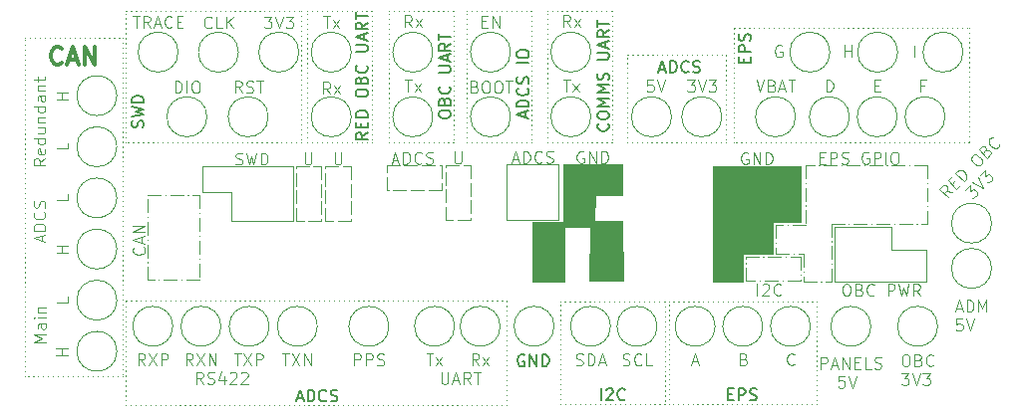
<source format=gbr>
%TF.GenerationSoftware,KiCad,Pcbnew,8.0.6*%
%TF.CreationDate,2024-11-11T13:09:46+02:00*%
%TF.ProjectId,PC104_Debug_PCB,50433130-345f-4446-9562-75675f504342,rev?*%
%TF.SameCoordinates,Original*%
%TF.FileFunction,Legend,Top*%
%TF.FilePolarity,Positive*%
%FSLAX46Y46*%
G04 Gerber Fmt 4.6, Leading zero omitted, Abs format (unit mm)*
G04 Created by KiCad (PCBNEW 8.0.6) date 2024-11-11 13:09:46*
%MOMM*%
%LPD*%
G01*
G04 APERTURE LIST*
%ADD10C,0.100000*%
%ADD11C,0.125000*%
%ADD12C,0.200000*%
%ADD13C,0.300000*%
%ADD14C,0.120000*%
G04 APERTURE END LIST*
D10*
X124000000Y-66412500D02*
X125100000Y-66412500D01*
X125500000Y-66412500D02*
X126075000Y-66412500D01*
X126075000Y-66412500D02*
X126075000Y-67512500D01*
X126075000Y-67912500D02*
X126075000Y-69012500D01*
X126075000Y-69412500D02*
X126075000Y-70512500D01*
X126075000Y-70912500D02*
X126075000Y-71087500D01*
X126075000Y-71087500D02*
X124975000Y-71087500D01*
X124575000Y-71087500D02*
X124000000Y-71087500D01*
X124000000Y-71087500D02*
X124000000Y-69987500D01*
X124000000Y-69587500D02*
X124000000Y-68487500D01*
X124000000Y-68087500D02*
X124000000Y-66987500D01*
X124000000Y-66587500D02*
X124000000Y-66412500D01*
X125750000Y-53312500D02*
X125770000Y-53312500D01*
X126170000Y-53312500D02*
X126190000Y-53312500D01*
X126590000Y-53312500D02*
X126610000Y-53312500D01*
X127010000Y-53312500D02*
X127030000Y-53312500D01*
X127430000Y-53312500D02*
X127450000Y-53312500D01*
X127850000Y-53312500D02*
X127870000Y-53312500D01*
X128270000Y-53312500D02*
X128290000Y-53312500D01*
X128690000Y-53312500D02*
X128710000Y-53312500D01*
X129110000Y-53312500D02*
X129130000Y-53312500D01*
X129530000Y-53312500D02*
X129550000Y-53312500D01*
X129950000Y-53312500D02*
X129970000Y-53312500D01*
X130370000Y-53312500D02*
X130390000Y-53312500D01*
X130790000Y-53312500D02*
X130810000Y-53312500D01*
X131210000Y-53312500D02*
X131230000Y-53312500D01*
X131250000Y-53312500D02*
X131250000Y-53332500D01*
X131250000Y-53732500D02*
X131250000Y-53752500D01*
X131250000Y-54152500D02*
X131250000Y-54172500D01*
X131250000Y-54572500D02*
X131250000Y-54592500D01*
X131250000Y-54992500D02*
X131250000Y-55012500D01*
X131250000Y-55412500D02*
X131250000Y-55432500D01*
X131250000Y-55832500D02*
X131250000Y-55852500D01*
X131250000Y-56252500D02*
X131250000Y-56272500D01*
X131250000Y-56672500D02*
X131250000Y-56692500D01*
X131250000Y-57092500D02*
X131250000Y-57112500D01*
X131250000Y-57512500D02*
X131250000Y-57532500D01*
X131250000Y-57932500D02*
X131250000Y-57952500D01*
X131250000Y-58352500D02*
X131250000Y-58372500D01*
X131250000Y-58772500D02*
X131250000Y-58792500D01*
X131250000Y-59192500D02*
X131250000Y-59212500D01*
X131250000Y-59612500D02*
X131250000Y-59632500D01*
X131250000Y-60032500D02*
X131250000Y-60052500D01*
X131250000Y-60452500D02*
X131250000Y-60472500D01*
X131250000Y-60872500D02*
X131250000Y-60892500D01*
X131250000Y-61292500D02*
X131250000Y-61312500D01*
X131250000Y-61712500D02*
X131250000Y-61732500D01*
X131250000Y-62132500D02*
X131250000Y-62152500D01*
X131250000Y-62552500D02*
X131250000Y-62572500D01*
X131250000Y-62972500D02*
X131250000Y-62992500D01*
X131250000Y-63392500D02*
X131250000Y-63412500D01*
X131250000Y-63812500D02*
X131250000Y-63832500D01*
X131250000Y-64232500D02*
X131250000Y-64252500D01*
X131250000Y-64487500D02*
X131230000Y-64487500D01*
X130830000Y-64487500D02*
X130810000Y-64487500D01*
X130410000Y-64487500D02*
X130390000Y-64487500D01*
X129990000Y-64487500D02*
X129970000Y-64487500D01*
X129570000Y-64487500D02*
X129550000Y-64487500D01*
X129150000Y-64487500D02*
X129130000Y-64487500D01*
X128730000Y-64487500D02*
X128710000Y-64487500D01*
X128310000Y-64487500D02*
X128290000Y-64487500D01*
X127890000Y-64487500D02*
X127870000Y-64487500D01*
X127470000Y-64487500D02*
X127450000Y-64487500D01*
X127050000Y-64487500D02*
X127030000Y-64487500D01*
X126630000Y-64487500D02*
X126610000Y-64487500D01*
X126210000Y-64487500D02*
X126190000Y-64487500D01*
X125790000Y-64487500D02*
X125770000Y-64487500D01*
X125750000Y-64487500D02*
X125750000Y-64467500D01*
X125750000Y-64067500D02*
X125750000Y-64047500D01*
X125750000Y-63647500D02*
X125750000Y-63627500D01*
X125750000Y-63227500D02*
X125750000Y-63207500D01*
X125750000Y-62807500D02*
X125750000Y-62787500D01*
X125750000Y-62387500D02*
X125750000Y-62367500D01*
X125750000Y-61967500D02*
X125750000Y-61947500D01*
X125750000Y-61547500D02*
X125750000Y-61527500D01*
X125750000Y-61127500D02*
X125750000Y-61107500D01*
X125750000Y-60707500D02*
X125750000Y-60687500D01*
X125750000Y-60287500D02*
X125750000Y-60267500D01*
X125750000Y-59867500D02*
X125750000Y-59847500D01*
X125750000Y-59447500D02*
X125750000Y-59427500D01*
X125750000Y-59027500D02*
X125750000Y-59007500D01*
X125750000Y-58607500D02*
X125750000Y-58587500D01*
X125750000Y-58187500D02*
X125750000Y-58167500D01*
X125750000Y-57767500D02*
X125750000Y-57747500D01*
X125750000Y-57347500D02*
X125750000Y-57327500D01*
X125750000Y-56927500D02*
X125750000Y-56907500D01*
X125750000Y-56507500D02*
X125750000Y-56487500D01*
X125750000Y-56087500D02*
X125750000Y-56067500D01*
X125750000Y-55667500D02*
X125750000Y-55647500D01*
X125750000Y-55247500D02*
X125750000Y-55227500D01*
X125750000Y-54827500D02*
X125750000Y-54807500D01*
X125750000Y-54407500D02*
X125750000Y-54387500D01*
X125750000Y-53987500D02*
X125750000Y-53967500D01*
X125750000Y-53567500D02*
X125750000Y-53547500D01*
X103350000Y-68675000D02*
X105775000Y-68675000D01*
X96825000Y-77962500D02*
X96845000Y-77962500D01*
X97245000Y-77962500D02*
X97265000Y-77962500D01*
X97665000Y-77962500D02*
X97685000Y-77962500D01*
X98085000Y-77962500D02*
X98105000Y-77962500D01*
X98505000Y-77962500D02*
X98525000Y-77962500D01*
X98925000Y-77962500D02*
X98945000Y-77962500D01*
X99345000Y-77962500D02*
X99365000Y-77962500D01*
X99765000Y-77962500D02*
X99785000Y-77962500D01*
X100185000Y-77962500D02*
X100205000Y-77962500D01*
X100605000Y-77962500D02*
X100625000Y-77962500D01*
X101025000Y-77962500D02*
X101045000Y-77962500D01*
X101445000Y-77962500D02*
X101465000Y-77962500D01*
X101865000Y-77962500D02*
X101885000Y-77962500D01*
X102285000Y-77962500D02*
X102305000Y-77962500D01*
X102705000Y-77962500D02*
X102725000Y-77962500D01*
X103125000Y-77962500D02*
X103145000Y-77962500D01*
X103545000Y-77962500D02*
X103565000Y-77962500D01*
X103965000Y-77962500D02*
X103985000Y-77962500D01*
X104385000Y-77962500D02*
X104405000Y-77962500D01*
X104805000Y-77962500D02*
X104825000Y-77962500D01*
X105225000Y-77962500D02*
X105245000Y-77962500D01*
X105645000Y-77962500D02*
X105665000Y-77962500D01*
X106065000Y-77962500D02*
X106085000Y-77962500D01*
X106485000Y-77962500D02*
X106505000Y-77962500D01*
X106905000Y-77962500D02*
X106925000Y-77962500D01*
X107325000Y-77962500D02*
X107345000Y-77962500D01*
X107745000Y-77962500D02*
X107765000Y-77962500D01*
X108165000Y-77962500D02*
X108185000Y-77962500D01*
X108585000Y-77962500D02*
X108605000Y-77962500D01*
X109005000Y-77962500D02*
X109025000Y-77962500D01*
X109425000Y-77962500D02*
X109445000Y-77962500D01*
X109845000Y-77962500D02*
X109865000Y-77962500D01*
X110265000Y-77962500D02*
X110285000Y-77962500D01*
X110685000Y-77962500D02*
X110705000Y-77962500D01*
X111105000Y-77962500D02*
X111125000Y-77962500D01*
X111525000Y-77962500D02*
X111545000Y-77962500D01*
X111945000Y-77962500D02*
X111965000Y-77962500D01*
X112365000Y-77962500D02*
X112385000Y-77962500D01*
X112785000Y-77962500D02*
X112805000Y-77962500D01*
X113205000Y-77962500D02*
X113225000Y-77962500D01*
X113625000Y-77962500D02*
X113645000Y-77962500D01*
X114045000Y-77962500D02*
X114065000Y-77962500D01*
X114465000Y-77962500D02*
X114485000Y-77962500D01*
X114885000Y-77962500D02*
X114905000Y-77962500D01*
X115305000Y-77962500D02*
X115325000Y-77962500D01*
X115725000Y-77962500D02*
X115745000Y-77962500D01*
X116145000Y-77962500D02*
X116165000Y-77962500D01*
X116565000Y-77962500D02*
X116585000Y-77962500D01*
X116985000Y-77962500D02*
X117005000Y-77962500D01*
X117405000Y-77962500D02*
X117425000Y-77962500D01*
X117825000Y-77962500D02*
X117845000Y-77962500D01*
X118245000Y-77962500D02*
X118265000Y-77962500D01*
X118665000Y-77962500D02*
X118685000Y-77962500D01*
X119085000Y-77962500D02*
X119105000Y-77962500D01*
X119505000Y-77962500D02*
X119525000Y-77962500D01*
X119925000Y-77962500D02*
X119945000Y-77962500D01*
X120345000Y-77962500D02*
X120365000Y-77962500D01*
X120765000Y-77962500D02*
X120785000Y-77962500D01*
X121185000Y-77962500D02*
X121205000Y-77962500D01*
X121605000Y-77962500D02*
X121625000Y-77962500D01*
X122025000Y-77962500D02*
X122045000Y-77962500D01*
X122445000Y-77962500D02*
X122465000Y-77962500D01*
X122865000Y-77962500D02*
X122885000Y-77962500D01*
X123285000Y-77962500D02*
X123305000Y-77962500D01*
X123705000Y-77962500D02*
X123725000Y-77962500D01*
X124125000Y-77962500D02*
X124145000Y-77962500D01*
X124545000Y-77962500D02*
X124565000Y-77962500D01*
X124965000Y-77962500D02*
X124985000Y-77962500D01*
X125385000Y-77962500D02*
X125405000Y-77962500D01*
X125805000Y-77962500D02*
X125825000Y-77962500D01*
X126225000Y-77962500D02*
X126245000Y-77962500D01*
X126645000Y-77962500D02*
X126665000Y-77962500D01*
X127065000Y-77962500D02*
X127085000Y-77962500D01*
X127485000Y-77962500D02*
X127505000Y-77962500D01*
X127905000Y-77962500D02*
X127925000Y-77962500D01*
X128325000Y-77962500D02*
X128345000Y-77962500D01*
X128745000Y-77962500D02*
X128765000Y-77962500D01*
X129150000Y-77962500D02*
X129150000Y-77982500D01*
X129150000Y-78382500D02*
X129150000Y-78402500D01*
X129150000Y-78802500D02*
X129150000Y-78822500D01*
X129150000Y-79222500D02*
X129150000Y-79242500D01*
X129150000Y-79642500D02*
X129150000Y-79662500D01*
X129150000Y-80062500D02*
X129150000Y-80082500D01*
X129150000Y-80482500D02*
X129150000Y-80502500D01*
X129150000Y-80902500D02*
X129150000Y-80922500D01*
X129150000Y-81322500D02*
X129150000Y-81342500D01*
X129150000Y-81742500D02*
X129150000Y-81762500D01*
X129150000Y-82162500D02*
X129150000Y-82182500D01*
X129150000Y-82582500D02*
X129150000Y-82602500D01*
X129150000Y-83002500D02*
X129150000Y-83022500D01*
X129150000Y-83422500D02*
X129150000Y-83442500D01*
X129150000Y-83842500D02*
X129150000Y-83862500D01*
X129150000Y-84262500D02*
X129150000Y-84282500D01*
X129150000Y-84682500D02*
X129150000Y-84702500D01*
X129150000Y-85102500D02*
X129150000Y-85122500D01*
X129150000Y-85522500D02*
X129150000Y-85542500D01*
X129150000Y-85942500D02*
X129150000Y-85962500D01*
X129150000Y-86362500D02*
X129150000Y-86382500D01*
X129150000Y-86782500D02*
X129150000Y-86802500D01*
X129150000Y-86862500D02*
X129130000Y-86862500D01*
X128730000Y-86862500D02*
X128710000Y-86862500D01*
X128310000Y-86862500D02*
X128290000Y-86862500D01*
X127890000Y-86862500D02*
X127870000Y-86862500D01*
X127470000Y-86862500D02*
X127450000Y-86862500D01*
X127050000Y-86862500D02*
X127030000Y-86862500D01*
X126630000Y-86862500D02*
X126610000Y-86862500D01*
X126210000Y-86862500D02*
X126190000Y-86862500D01*
X125790000Y-86862500D02*
X125770000Y-86862500D01*
X125370000Y-86862500D02*
X125350000Y-86862500D01*
X124950000Y-86862500D02*
X124930000Y-86862500D01*
X124530000Y-86862500D02*
X124510000Y-86862500D01*
X124110000Y-86862500D02*
X124090000Y-86862500D01*
X123690000Y-86862500D02*
X123670000Y-86862500D01*
X123270000Y-86862500D02*
X123250000Y-86862500D01*
X122850000Y-86862500D02*
X122830000Y-86862500D01*
X122430000Y-86862500D02*
X122410000Y-86862500D01*
X122010000Y-86862500D02*
X121990000Y-86862500D01*
X121590000Y-86862500D02*
X121570000Y-86862500D01*
X121170000Y-86862500D02*
X121150000Y-86862500D01*
X120750000Y-86862500D02*
X120730000Y-86862500D01*
X120330000Y-86862500D02*
X120310000Y-86862500D01*
X119910000Y-86862500D02*
X119890000Y-86862500D01*
X119490000Y-86862500D02*
X119470000Y-86862500D01*
X119070000Y-86862500D02*
X119050000Y-86862500D01*
X118650000Y-86862500D02*
X118630000Y-86862500D01*
X118230000Y-86862500D02*
X118210000Y-86862500D01*
X117810000Y-86862500D02*
X117790000Y-86862500D01*
X117390000Y-86862500D02*
X117370000Y-86862500D01*
X116970000Y-86862500D02*
X116950000Y-86862500D01*
X116550000Y-86862500D02*
X116530000Y-86862500D01*
X116130000Y-86862500D02*
X116110000Y-86862500D01*
X115710000Y-86862500D02*
X115690000Y-86862500D01*
X115290000Y-86862500D02*
X115270000Y-86862500D01*
X114870000Y-86862500D02*
X114850000Y-86862500D01*
X114450000Y-86862500D02*
X114430000Y-86862500D01*
X114030000Y-86862500D02*
X114010000Y-86862500D01*
X113610000Y-86862500D02*
X113590000Y-86862500D01*
X113190000Y-86862500D02*
X113170000Y-86862500D01*
X112770000Y-86862500D02*
X112750000Y-86862500D01*
X112350000Y-86862500D02*
X112330000Y-86862500D01*
X111930000Y-86862500D02*
X111910000Y-86862500D01*
X111510000Y-86862500D02*
X111490000Y-86862500D01*
X111090000Y-86862500D02*
X111070000Y-86862500D01*
X110670000Y-86862500D02*
X110650000Y-86862500D01*
X110250000Y-86862500D02*
X110230000Y-86862500D01*
X109830000Y-86862500D02*
X109810000Y-86862500D01*
X109410000Y-86862500D02*
X109390000Y-86862500D01*
X108990000Y-86862500D02*
X108970000Y-86862500D01*
X108570000Y-86862500D02*
X108550000Y-86862500D01*
X108150000Y-86862500D02*
X108130000Y-86862500D01*
X107730000Y-86862500D02*
X107710000Y-86862500D01*
X107310000Y-86862500D02*
X107290000Y-86862500D01*
X106890000Y-86862500D02*
X106870000Y-86862500D01*
X106470000Y-86862500D02*
X106450000Y-86862500D01*
X106050000Y-86862500D02*
X106030000Y-86862500D01*
X105630000Y-86862500D02*
X105610000Y-86862500D01*
X105210000Y-86862500D02*
X105190000Y-86862500D01*
X104790000Y-86862500D02*
X104770000Y-86862500D01*
X104370000Y-86862500D02*
X104350000Y-86862500D01*
X103950000Y-86862500D02*
X103930000Y-86862500D01*
X103530000Y-86862500D02*
X103510000Y-86862500D01*
X103110000Y-86862500D02*
X103090000Y-86862500D01*
X102690000Y-86862500D02*
X102670000Y-86862500D01*
X102270000Y-86862500D02*
X102250000Y-86862500D01*
X101850000Y-86862500D02*
X101830000Y-86862500D01*
X101430000Y-86862500D02*
X101410000Y-86862500D01*
X101010000Y-86862500D02*
X100990000Y-86862500D01*
X100590000Y-86862500D02*
X100570000Y-86862500D01*
X100170000Y-86862500D02*
X100150000Y-86862500D01*
X99750000Y-86862500D02*
X99730000Y-86862500D01*
X99330000Y-86862500D02*
X99310000Y-86862500D01*
X98910000Y-86862500D02*
X98890000Y-86862500D01*
X98490000Y-86862500D02*
X98470000Y-86862500D01*
X98070000Y-86862500D02*
X98050000Y-86862500D01*
X97650000Y-86862500D02*
X97630000Y-86862500D01*
X97230000Y-86862500D02*
X97210000Y-86862500D01*
X96825000Y-86862500D02*
X96825000Y-86842500D01*
X96825000Y-86442500D02*
X96825000Y-86422500D01*
X96825000Y-86022500D02*
X96825000Y-86002500D01*
X96825000Y-85602500D02*
X96825000Y-85582500D01*
X96825000Y-85182500D02*
X96825000Y-85162500D01*
X96825000Y-84762500D02*
X96825000Y-84742500D01*
X96825000Y-84342500D02*
X96825000Y-84322500D01*
X96825000Y-83922500D02*
X96825000Y-83902500D01*
X96825000Y-83502500D02*
X96825000Y-83482500D01*
X96825000Y-83082500D02*
X96825000Y-83062500D01*
X96825000Y-82662500D02*
X96825000Y-82642500D01*
X96825000Y-82242500D02*
X96825000Y-82222500D01*
X96825000Y-81822500D02*
X96825000Y-81802500D01*
X96825000Y-81402500D02*
X96825000Y-81382500D01*
X96825000Y-80982500D02*
X96825000Y-80962500D01*
X96825000Y-80562500D02*
X96825000Y-80542500D01*
X96825000Y-80142500D02*
X96825000Y-80122500D01*
X96825000Y-79722500D02*
X96825000Y-79702500D01*
X96825000Y-79302500D02*
X96825000Y-79282500D01*
X96825000Y-78882500D02*
X96825000Y-78862500D01*
X96825000Y-78462500D02*
X96825000Y-78442500D01*
X96825000Y-78042500D02*
X96825000Y-78022500D01*
X148475000Y-54700000D02*
X148495000Y-54700000D01*
X148895000Y-54700000D02*
X148915000Y-54700000D01*
X149315000Y-54700000D02*
X149335000Y-54700000D01*
X149735000Y-54700000D02*
X149755000Y-54700000D01*
X150155000Y-54700000D02*
X150175000Y-54700000D01*
X150575000Y-54700000D02*
X150595000Y-54700000D01*
X150995000Y-54700000D02*
X151015000Y-54700000D01*
X151415000Y-54700000D02*
X151435000Y-54700000D01*
X151835000Y-54700000D02*
X151855000Y-54700000D01*
X152255000Y-54700000D02*
X152275000Y-54700000D01*
X152675000Y-54700000D02*
X152695000Y-54700000D01*
X153095000Y-54700000D02*
X153115000Y-54700000D01*
X153515000Y-54700000D02*
X153535000Y-54700000D01*
X153935000Y-54700000D02*
X153955000Y-54700000D01*
X154355000Y-54700000D02*
X154375000Y-54700000D01*
X154775000Y-54700000D02*
X154795000Y-54700000D01*
X155195000Y-54700000D02*
X155215000Y-54700000D01*
X155615000Y-54700000D02*
X155635000Y-54700000D01*
X156035000Y-54700000D02*
X156055000Y-54700000D01*
X156455000Y-54700000D02*
X156475000Y-54700000D01*
X156875000Y-54700000D02*
X156895000Y-54700000D01*
X157295000Y-54700000D02*
X157315000Y-54700000D01*
X157715000Y-54700000D02*
X157735000Y-54700000D01*
X158135000Y-54700000D02*
X158155000Y-54700000D01*
X158555000Y-54700000D02*
X158575000Y-54700000D01*
X158975000Y-54700000D02*
X158995000Y-54700000D01*
X159395000Y-54700000D02*
X159415000Y-54700000D01*
X159815000Y-54700000D02*
X159835000Y-54700000D01*
X160235000Y-54700000D02*
X160255000Y-54700000D01*
X160655000Y-54700000D02*
X160675000Y-54700000D01*
X161075000Y-54700000D02*
X161095000Y-54700000D01*
X161495000Y-54700000D02*
X161515000Y-54700000D01*
X161915000Y-54700000D02*
X161935000Y-54700000D01*
X162335000Y-54700000D02*
X162355000Y-54700000D01*
X162755000Y-54700000D02*
X162775000Y-54700000D01*
X163175000Y-54700000D02*
X163195000Y-54700000D01*
X163595000Y-54700000D02*
X163615000Y-54700000D01*
X164015000Y-54700000D02*
X164035000Y-54700000D01*
X164435000Y-54700000D02*
X164455000Y-54700000D01*
X164855000Y-54700000D02*
X164875000Y-54700000D01*
X165275000Y-54700000D02*
X165295000Y-54700000D01*
X165695000Y-54700000D02*
X165715000Y-54700000D01*
X166115000Y-54700000D02*
X166135000Y-54700000D01*
X166535000Y-54700000D02*
X166555000Y-54700000D01*
X166955000Y-54700000D02*
X166975000Y-54700000D01*
X167375000Y-54700000D02*
X167395000Y-54700000D01*
X167795000Y-54700000D02*
X167815000Y-54700000D01*
X168215000Y-54700000D02*
X168235000Y-54700000D01*
X168400000Y-54700000D02*
X168400000Y-54720000D01*
X168400000Y-55120000D02*
X168400000Y-55140000D01*
X168400000Y-55540000D02*
X168400000Y-55560000D01*
X168400000Y-55960000D02*
X168400000Y-55980000D01*
X168400000Y-56380000D02*
X168400000Y-56400000D01*
X168400000Y-56800000D02*
X168400000Y-56820000D01*
X168400000Y-57220000D02*
X168400000Y-57240000D01*
X168400000Y-57640000D02*
X168400000Y-57660000D01*
X168400000Y-58060000D02*
X168400000Y-58080000D01*
X168400000Y-58480000D02*
X168400000Y-58500000D01*
X168400000Y-58900000D02*
X168400000Y-58920000D01*
X168400000Y-59320000D02*
X168400000Y-59340000D01*
X168400000Y-59740000D02*
X168400000Y-59760000D01*
X168400000Y-60160000D02*
X168400000Y-60180000D01*
X168400000Y-60580000D02*
X168400000Y-60600000D01*
X168400000Y-61000000D02*
X168400000Y-61020000D01*
X168400000Y-61420000D02*
X168400000Y-61440000D01*
X168400000Y-61840000D02*
X168400000Y-61860000D01*
X168400000Y-62260000D02*
X168400000Y-62280000D01*
X168400000Y-62680000D02*
X168400000Y-62700000D01*
X168400000Y-63100000D02*
X168400000Y-63120000D01*
X168400000Y-63520000D02*
X168400000Y-63540000D01*
X168400000Y-63940000D02*
X168400000Y-63960000D01*
X168400000Y-64360000D02*
X168400000Y-64380000D01*
X168400000Y-64450000D02*
X168380000Y-64450000D01*
X167980000Y-64450000D02*
X167960000Y-64450000D01*
X167560000Y-64450000D02*
X167540000Y-64450000D01*
X167140000Y-64450000D02*
X167120000Y-64450000D01*
X166720000Y-64450000D02*
X166700000Y-64450000D01*
X166300000Y-64450000D02*
X166280000Y-64450000D01*
X165880000Y-64450000D02*
X165860000Y-64450000D01*
X165460000Y-64450000D02*
X165440000Y-64450000D01*
X165040000Y-64450000D02*
X165020000Y-64450000D01*
X164620000Y-64450000D02*
X164600000Y-64450000D01*
X164200000Y-64450000D02*
X164180000Y-64450000D01*
X163780000Y-64450000D02*
X163760000Y-64450000D01*
X163360000Y-64450000D02*
X163340000Y-64450000D01*
X162940000Y-64450000D02*
X162920000Y-64450000D01*
X162520000Y-64450000D02*
X162500000Y-64450000D01*
X162100000Y-64450000D02*
X162080000Y-64450000D01*
X161680000Y-64450000D02*
X161660000Y-64450000D01*
X161260000Y-64450000D02*
X161240000Y-64450000D01*
X160840000Y-64450000D02*
X160820000Y-64450000D01*
X160420000Y-64450000D02*
X160400000Y-64450000D01*
X160000000Y-64450000D02*
X159980000Y-64450000D01*
X159580000Y-64450000D02*
X159560000Y-64450000D01*
X159160000Y-64450000D02*
X159140000Y-64450000D01*
X158740000Y-64450000D02*
X158720000Y-64450000D01*
X158320000Y-64450000D02*
X158300000Y-64450000D01*
X157900000Y-64450000D02*
X157880000Y-64450000D01*
X157480000Y-64450000D02*
X157460000Y-64450000D01*
X157060000Y-64450000D02*
X157040000Y-64450000D01*
X156640000Y-64450000D02*
X156620000Y-64450000D01*
X156220000Y-64450000D02*
X156200000Y-64450000D01*
X155800000Y-64450000D02*
X155780000Y-64450000D01*
X155380000Y-64450000D02*
X155360000Y-64450000D01*
X154960000Y-64450000D02*
X154940000Y-64450000D01*
X154540000Y-64450000D02*
X154520000Y-64450000D01*
X154120000Y-64450000D02*
X154100000Y-64450000D01*
X153700000Y-64450000D02*
X153680000Y-64450000D01*
X153280000Y-64450000D02*
X153260000Y-64450000D01*
X152860000Y-64450000D02*
X152840000Y-64450000D01*
X152440000Y-64450000D02*
X152420000Y-64450000D01*
X152020000Y-64450000D02*
X152000000Y-64450000D01*
X151600000Y-64450000D02*
X151580000Y-64450000D01*
X151180000Y-64450000D02*
X151160000Y-64450000D01*
X150760000Y-64450000D02*
X150740000Y-64450000D01*
X150340000Y-64450000D02*
X150320000Y-64450000D01*
X149920000Y-64450000D02*
X149900000Y-64450000D01*
X149500000Y-64450000D02*
X149480000Y-64450000D01*
X149080000Y-64450000D02*
X149060000Y-64450000D01*
X148660000Y-64450000D02*
X148640000Y-64450000D01*
X148475000Y-64450000D02*
X148475000Y-64430000D01*
X148475000Y-64030000D02*
X148475000Y-64010000D01*
X148475000Y-63610000D02*
X148475000Y-63590000D01*
X148475000Y-63190000D02*
X148475000Y-63170000D01*
X148475000Y-62770000D02*
X148475000Y-62750000D01*
X148475000Y-62350000D02*
X148475000Y-62330000D01*
X148475000Y-61930000D02*
X148475000Y-61910000D01*
X148475000Y-61510000D02*
X148475000Y-61490000D01*
X148475000Y-61090000D02*
X148475000Y-61070000D01*
X148475000Y-60670000D02*
X148475000Y-60650000D01*
X148475000Y-60250000D02*
X148475000Y-60230000D01*
X148475000Y-59830000D02*
X148475000Y-59810000D01*
X148475000Y-59410000D02*
X148475000Y-59390000D01*
X148475000Y-58990000D02*
X148475000Y-58970000D01*
X148475000Y-58570000D02*
X148475000Y-58550000D01*
X148475000Y-58150000D02*
X148475000Y-58130000D01*
X148475000Y-57730000D02*
X148475000Y-57710000D01*
X148475000Y-57310000D02*
X148475000Y-57290000D01*
X148475000Y-56890000D02*
X148475000Y-56870000D01*
X148475000Y-56470000D02*
X148475000Y-56450000D01*
X148475000Y-56050000D02*
X148475000Y-56030000D01*
X148475000Y-55630000D02*
X148475000Y-55610000D01*
X148475000Y-55210000D02*
X148475000Y-55190000D01*
X148475000Y-54790000D02*
X148475000Y-54770000D01*
X111050000Y-66500000D02*
X111050000Y-69150000D01*
X88250000Y-55600000D02*
X88270000Y-55600000D01*
X88670000Y-55600000D02*
X88690000Y-55600000D01*
X89090000Y-55600000D02*
X89110000Y-55600000D01*
X89510000Y-55600000D02*
X89530000Y-55600000D01*
X89930000Y-55600000D02*
X89950000Y-55600000D01*
X90350000Y-55600000D02*
X90370000Y-55600000D01*
X90770000Y-55600000D02*
X90790000Y-55600000D01*
X91190000Y-55600000D02*
X91210000Y-55600000D01*
X91610000Y-55600000D02*
X91630000Y-55600000D01*
X92030000Y-55600000D02*
X92050000Y-55600000D01*
X92450000Y-55600000D02*
X92470000Y-55600000D01*
X92870000Y-55600000D02*
X92890000Y-55600000D01*
X93290000Y-55600000D02*
X93310000Y-55600000D01*
X93710000Y-55600000D02*
X93730000Y-55600000D01*
X94130000Y-55600000D02*
X94150000Y-55600000D01*
X94550000Y-55600000D02*
X94570000Y-55600000D01*
X94970000Y-55600000D02*
X94990000Y-55600000D01*
X95390000Y-55600000D02*
X95410000Y-55600000D01*
X95810000Y-55600000D02*
X95830000Y-55600000D01*
X96230000Y-55600000D02*
X96250000Y-55600000D01*
X96525000Y-55600000D02*
X96525000Y-55620000D01*
X96525000Y-56020000D02*
X96525000Y-56040000D01*
X96525000Y-56440000D02*
X96525000Y-56460000D01*
X96525000Y-56860000D02*
X96525000Y-56880000D01*
X96525000Y-57280000D02*
X96525000Y-57300000D01*
X96525000Y-57700000D02*
X96525000Y-57720000D01*
X96525000Y-58120000D02*
X96525000Y-58140000D01*
X96525000Y-58540000D02*
X96525000Y-58560000D01*
X96525000Y-58960000D02*
X96525000Y-58980000D01*
X96525000Y-59380000D02*
X96525000Y-59400000D01*
X96525000Y-59800000D02*
X96525000Y-59820000D01*
X96525000Y-60220000D02*
X96525000Y-60240000D01*
X96525000Y-60640000D02*
X96525000Y-60660000D01*
X96525000Y-61060000D02*
X96525000Y-61080000D01*
X96525000Y-61480000D02*
X96525000Y-61500000D01*
X96525000Y-61900000D02*
X96525000Y-61920000D01*
X96525000Y-62320000D02*
X96525000Y-62340000D01*
X96525000Y-62740000D02*
X96525000Y-62760000D01*
X96525000Y-63160000D02*
X96525000Y-63180000D01*
X96525000Y-63580000D02*
X96525000Y-63600000D01*
X96525000Y-64000000D02*
X96525000Y-64020000D01*
X96525000Y-64420000D02*
X96525000Y-64440000D01*
X96525000Y-64840000D02*
X96525000Y-64860000D01*
X96525000Y-65260000D02*
X96525000Y-65280000D01*
X96525000Y-65680000D02*
X96525000Y-65700000D01*
X96525000Y-66100000D02*
X96525000Y-66120000D01*
X96525000Y-66520000D02*
X96525000Y-66540000D01*
X96525000Y-66940000D02*
X96525000Y-66960000D01*
X96525000Y-67360000D02*
X96525000Y-67380000D01*
X96525000Y-67780000D02*
X96525000Y-67800000D01*
X96525000Y-68200000D02*
X96525000Y-68220000D01*
X96525000Y-68620000D02*
X96525000Y-68640000D01*
X96525000Y-69040000D02*
X96525000Y-69060000D01*
X96525000Y-69460000D02*
X96525000Y-69480000D01*
X96525000Y-69880000D02*
X96525000Y-69900000D01*
X96525000Y-70300000D02*
X96525000Y-70320000D01*
X96525000Y-70720000D02*
X96525000Y-70740000D01*
X96525000Y-71140000D02*
X96525000Y-71160000D01*
X96525000Y-71560000D02*
X96525000Y-71580000D01*
X96525000Y-71980000D02*
X96525000Y-72000000D01*
X96525000Y-72400000D02*
X96525000Y-72420000D01*
X96525000Y-72820000D02*
X96525000Y-72840000D01*
X96525000Y-73240000D02*
X96525000Y-73260000D01*
X96525000Y-73660000D02*
X96525000Y-73680000D01*
X96525000Y-74080000D02*
X96525000Y-74100000D01*
X96525000Y-74500000D02*
X96525000Y-74520000D01*
X96525000Y-74920000D02*
X96525000Y-74940000D01*
X96525000Y-75340000D02*
X96525000Y-75360000D01*
X96525000Y-75760000D02*
X96525000Y-75780000D01*
X96525000Y-76180000D02*
X96525000Y-76200000D01*
X96525000Y-76600000D02*
X96525000Y-76620000D01*
X96525000Y-77020000D02*
X96525000Y-77040000D01*
X96525000Y-77440000D02*
X96525000Y-77460000D01*
X96525000Y-77860000D02*
X96525000Y-77880000D01*
X96525000Y-78280000D02*
X96525000Y-78300000D01*
X96525000Y-78700000D02*
X96525000Y-78720000D01*
X96525000Y-79120000D02*
X96525000Y-79140000D01*
X96525000Y-79540000D02*
X96525000Y-79560000D01*
X96525000Y-79960000D02*
X96525000Y-79980000D01*
X96525000Y-80380000D02*
X96525000Y-80400000D01*
X96525000Y-80800000D02*
X96525000Y-80820000D01*
X96525000Y-81220000D02*
X96525000Y-81240000D01*
X96525000Y-81640000D02*
X96525000Y-81660000D01*
X96525000Y-82060000D02*
X96525000Y-82080000D01*
X96525000Y-82480000D02*
X96525000Y-82500000D01*
X96525000Y-82900000D02*
X96525000Y-82920000D01*
X96525000Y-83320000D02*
X96525000Y-83340000D01*
X96525000Y-83740000D02*
X96525000Y-83760000D01*
X96525000Y-84160000D02*
X96525000Y-84180000D01*
X96525000Y-84350000D02*
X96505000Y-84350000D01*
X96105000Y-84350000D02*
X96085000Y-84350000D01*
X95685000Y-84350000D02*
X95665000Y-84350000D01*
X95265000Y-84350000D02*
X95245000Y-84350000D01*
X94845000Y-84350000D02*
X94825000Y-84350000D01*
X94425000Y-84350000D02*
X94405000Y-84350000D01*
X94005000Y-84350000D02*
X93985000Y-84350000D01*
X93585000Y-84350000D02*
X93565000Y-84350000D01*
X93165000Y-84350000D02*
X93145000Y-84350000D01*
X92745000Y-84350000D02*
X92725000Y-84350000D01*
X92325000Y-84350000D02*
X92305000Y-84350000D01*
X91905000Y-84350000D02*
X91885000Y-84350000D01*
X91485000Y-84350000D02*
X91465000Y-84350000D01*
X91065000Y-84350000D02*
X91045000Y-84350000D01*
X90645000Y-84350000D02*
X90625000Y-84350000D01*
X90225000Y-84350000D02*
X90205000Y-84350000D01*
X89805000Y-84350000D02*
X89785000Y-84350000D01*
X89385000Y-84350000D02*
X89365000Y-84350000D01*
X88965000Y-84350000D02*
X88945000Y-84350000D01*
X88545000Y-84350000D02*
X88525000Y-84350000D01*
X88250000Y-84350000D02*
X88250000Y-84330000D01*
X88250000Y-83930000D02*
X88250000Y-83910000D01*
X88250000Y-83510000D02*
X88250000Y-83490000D01*
X88250000Y-83090000D02*
X88250000Y-83070000D01*
X88250000Y-82670000D02*
X88250000Y-82650000D01*
X88250000Y-82250000D02*
X88250000Y-82230000D01*
X88250000Y-81830000D02*
X88250000Y-81810000D01*
X88250000Y-81410000D02*
X88250000Y-81390000D01*
X88250000Y-80990000D02*
X88250000Y-80970000D01*
X88250000Y-80570000D02*
X88250000Y-80550000D01*
X88250000Y-80150000D02*
X88250000Y-80130000D01*
X88250000Y-79730000D02*
X88250000Y-79710000D01*
X88250000Y-79310000D02*
X88250000Y-79290000D01*
X88250000Y-78890000D02*
X88250000Y-78870000D01*
X88250000Y-78470000D02*
X88250000Y-78450000D01*
X88250000Y-78050000D02*
X88250000Y-78030000D01*
X88250000Y-77630000D02*
X88250000Y-77610000D01*
X88250000Y-77210000D02*
X88250000Y-77190000D01*
X88250000Y-76790000D02*
X88250000Y-76770000D01*
X88250000Y-76370000D02*
X88250000Y-76350000D01*
X88250000Y-75950000D02*
X88250000Y-75930000D01*
X88250000Y-75530000D02*
X88250000Y-75510000D01*
X88250000Y-75110000D02*
X88250000Y-75090000D01*
X88250000Y-74690000D02*
X88250000Y-74670000D01*
X88250000Y-74270000D02*
X88250000Y-74250000D01*
X88250000Y-73850000D02*
X88250000Y-73830000D01*
X88250000Y-73430000D02*
X88250000Y-73410000D01*
X88250000Y-73010000D02*
X88250000Y-72990000D01*
X88250000Y-72590000D02*
X88250000Y-72570000D01*
X88250000Y-72170000D02*
X88250000Y-72150000D01*
X88250000Y-71750000D02*
X88250000Y-71730000D01*
X88250000Y-71330000D02*
X88250000Y-71310000D01*
X88250000Y-70910000D02*
X88250000Y-70890000D01*
X88250000Y-70490000D02*
X88250000Y-70470000D01*
X88250000Y-70070000D02*
X88250000Y-70050000D01*
X88250000Y-69650000D02*
X88250000Y-69630000D01*
X88250000Y-69230000D02*
X88250000Y-69210000D01*
X88250000Y-68810000D02*
X88250000Y-68790000D01*
X88250000Y-68390000D02*
X88250000Y-68370000D01*
X88250000Y-67970000D02*
X88250000Y-67950000D01*
X88250000Y-67550000D02*
X88250000Y-67530000D01*
X88250000Y-67130000D02*
X88250000Y-67110000D01*
X88250000Y-66710000D02*
X88250000Y-66690000D01*
X88250000Y-66290000D02*
X88250000Y-66270000D01*
X88250000Y-65870000D02*
X88250000Y-65850000D01*
X88250000Y-65450000D02*
X88250000Y-65430000D01*
X88250000Y-65030000D02*
X88250000Y-65010000D01*
X88250000Y-64610000D02*
X88250000Y-64590000D01*
X88250000Y-64190000D02*
X88250000Y-64170000D01*
X88250000Y-63770000D02*
X88250000Y-63750000D01*
X88250000Y-63350000D02*
X88250000Y-63330000D01*
X88250000Y-62930000D02*
X88250000Y-62910000D01*
X88250000Y-62510000D02*
X88250000Y-62490000D01*
X88250000Y-62090000D02*
X88250000Y-62070000D01*
X88250000Y-61670000D02*
X88250000Y-61650000D01*
X88250000Y-61250000D02*
X88250000Y-61230000D01*
X88250000Y-60830000D02*
X88250000Y-60810000D01*
X88250000Y-60410000D02*
X88250000Y-60390000D01*
X88250000Y-59990000D02*
X88250000Y-59970000D01*
X88250000Y-59570000D02*
X88250000Y-59550000D01*
X88250000Y-59150000D02*
X88250000Y-59130000D01*
X88250000Y-58730000D02*
X88250000Y-58710000D01*
X88250000Y-58310000D02*
X88250000Y-58290000D01*
X88250000Y-57890000D02*
X88250000Y-57870000D01*
X88250000Y-57470000D02*
X88250000Y-57450000D01*
X88250000Y-57050000D02*
X88250000Y-57030000D01*
X88250000Y-56630000D02*
X88250000Y-56610000D01*
X88250000Y-56210000D02*
X88250000Y-56190000D01*
X88250000Y-55790000D02*
X88250000Y-55770000D01*
X161825000Y-73625000D02*
X164825000Y-73625000D01*
X164825000Y-76325000D01*
X157000000Y-76325000D01*
X157000000Y-71675000D01*
X161825000Y-71675000D01*
X161825000Y-73625000D01*
X98650000Y-69000000D02*
X99750000Y-69000000D01*
X100150000Y-69000000D02*
X100170000Y-69000000D01*
X100570000Y-69000000D02*
X101670000Y-69000000D01*
X102070000Y-69000000D02*
X102090000Y-69000000D01*
X102490000Y-69000000D02*
X103050000Y-69000000D01*
X103050000Y-69000000D02*
X103050000Y-70100000D01*
X103050000Y-70500000D02*
X103050000Y-70520000D01*
X103050000Y-70920000D02*
X103050000Y-72020000D01*
X103050000Y-72420000D02*
X103050000Y-72440000D01*
X103050000Y-72840000D02*
X103050000Y-73940000D01*
X103050000Y-74340000D02*
X103050000Y-74360000D01*
X103050000Y-74760000D02*
X103050000Y-75860000D01*
X103050000Y-76175000D02*
X101950000Y-76175000D01*
X101550000Y-76175000D02*
X101530000Y-76175000D01*
X101130000Y-76175000D02*
X100030000Y-76175000D01*
X99630000Y-76175000D02*
X99610000Y-76175000D01*
X99210000Y-76175000D02*
X98650000Y-76175000D01*
X98650000Y-76175000D02*
X98650000Y-75075000D01*
X98650000Y-74675000D02*
X98650000Y-74655000D01*
X98650000Y-74255000D02*
X98650000Y-73155000D01*
X98650000Y-72755000D02*
X98650000Y-72735000D01*
X98650000Y-72335000D02*
X98650000Y-71235000D01*
X98650000Y-70835000D02*
X98650000Y-70815000D01*
X98650000Y-70415000D02*
X98650000Y-69315000D01*
X142900000Y-78000000D02*
X142920000Y-78000000D01*
X143320000Y-78000000D02*
X143340000Y-78000000D01*
X143740000Y-78000000D02*
X143760000Y-78000000D01*
X144160000Y-78000000D02*
X144180000Y-78000000D01*
X144580000Y-78000000D02*
X144600000Y-78000000D01*
X145000000Y-78000000D02*
X145020000Y-78000000D01*
X145420000Y-78000000D02*
X145440000Y-78000000D01*
X145840000Y-78000000D02*
X145860000Y-78000000D01*
X146260000Y-78000000D02*
X146280000Y-78000000D01*
X146680000Y-78000000D02*
X146700000Y-78000000D01*
X147100000Y-78000000D02*
X147120000Y-78000000D01*
X147520000Y-78000000D02*
X147540000Y-78000000D01*
X147940000Y-78000000D02*
X147960000Y-78000000D01*
X148360000Y-78000000D02*
X148380000Y-78000000D01*
X148780000Y-78000000D02*
X148800000Y-78000000D01*
X149200000Y-78000000D02*
X149220000Y-78000000D01*
X149620000Y-78000000D02*
X149640000Y-78000000D01*
X150040000Y-78000000D02*
X150060000Y-78000000D01*
X150460000Y-78000000D02*
X150480000Y-78000000D01*
X150880000Y-78000000D02*
X150900000Y-78000000D01*
X151300000Y-78000000D02*
X151320000Y-78000000D01*
X151720000Y-78000000D02*
X151740000Y-78000000D01*
X152140000Y-78000000D02*
X152160000Y-78000000D01*
X152560000Y-78000000D02*
X152580000Y-78000000D01*
X152980000Y-78000000D02*
X153000000Y-78000000D01*
X153400000Y-78000000D02*
X153420000Y-78000000D01*
X153820000Y-78000000D02*
X153840000Y-78000000D01*
X154240000Y-78000000D02*
X154260000Y-78000000D01*
X154660000Y-78000000D02*
X154680000Y-78000000D01*
X155080000Y-78000000D02*
X155100000Y-78000000D01*
X155450000Y-78000000D02*
X155450000Y-78020000D01*
X155450000Y-78420000D02*
X155450000Y-78440000D01*
X155450000Y-78840000D02*
X155450000Y-78860000D01*
X155450000Y-79260000D02*
X155450000Y-79280000D01*
X155450000Y-79680000D02*
X155450000Y-79700000D01*
X155450000Y-80100000D02*
X155450000Y-80120000D01*
X155450000Y-80520000D02*
X155450000Y-80540000D01*
X155450000Y-80940000D02*
X155450000Y-80960000D01*
X155450000Y-81360000D02*
X155450000Y-81380000D01*
X155450000Y-81780000D02*
X155450000Y-81800000D01*
X155450000Y-82200000D02*
X155450000Y-82220000D01*
X155450000Y-82620000D02*
X155450000Y-82640000D01*
X155450000Y-83040000D02*
X155450000Y-83060000D01*
X155450000Y-83460000D02*
X155450000Y-83480000D01*
X155450000Y-83880000D02*
X155450000Y-83900000D01*
X155450000Y-84300000D02*
X155450000Y-84320000D01*
X155450000Y-84720000D02*
X155450000Y-84740000D01*
X155450000Y-85140000D02*
X155450000Y-85160000D01*
X155450000Y-85560000D02*
X155450000Y-85580000D01*
X155450000Y-85980000D02*
X155450000Y-86000000D01*
X155450000Y-86400000D02*
X155450000Y-86420000D01*
X155450000Y-86725000D02*
X155430000Y-86725000D01*
X155030000Y-86725000D02*
X155010000Y-86725000D01*
X154610000Y-86725000D02*
X154590000Y-86725000D01*
X154190000Y-86725000D02*
X154170000Y-86725000D01*
X153770000Y-86725000D02*
X153750000Y-86725000D01*
X153350000Y-86725000D02*
X153330000Y-86725000D01*
X152930000Y-86725000D02*
X152910000Y-86725000D01*
X152510000Y-86725000D02*
X152490000Y-86725000D01*
X152090000Y-86725000D02*
X152070000Y-86725000D01*
X151670000Y-86725000D02*
X151650000Y-86725000D01*
X151250000Y-86725000D02*
X151230000Y-86725000D01*
X150830000Y-86725000D02*
X150810000Y-86725000D01*
X150410000Y-86725000D02*
X150390000Y-86725000D01*
X149990000Y-86725000D02*
X149970000Y-86725000D01*
X149570000Y-86725000D02*
X149550000Y-86725000D01*
X149150000Y-86725000D02*
X149130000Y-86725000D01*
X148730000Y-86725000D02*
X148710000Y-86725000D01*
X148310000Y-86725000D02*
X148290000Y-86725000D01*
X147890000Y-86725000D02*
X147870000Y-86725000D01*
X147470000Y-86725000D02*
X147450000Y-86725000D01*
X147050000Y-86725000D02*
X147030000Y-86725000D01*
X146630000Y-86725000D02*
X146610000Y-86725000D01*
X146210000Y-86725000D02*
X146190000Y-86725000D01*
X145790000Y-86725000D02*
X145770000Y-86725000D01*
X145370000Y-86725000D02*
X145350000Y-86725000D01*
X144950000Y-86725000D02*
X144930000Y-86725000D01*
X144530000Y-86725000D02*
X144510000Y-86725000D01*
X144110000Y-86725000D02*
X144090000Y-86725000D01*
X143690000Y-86725000D02*
X143670000Y-86725000D01*
X143270000Y-86725000D02*
X143250000Y-86725000D01*
X142900000Y-86725000D02*
X142900000Y-86705000D01*
X142900000Y-86305000D02*
X142900000Y-86285000D01*
X142900000Y-85885000D02*
X142900000Y-85865000D01*
X142900000Y-85465000D02*
X142900000Y-85445000D01*
X142900000Y-85045000D02*
X142900000Y-85025000D01*
X142900000Y-84625000D02*
X142900000Y-84605000D01*
X142900000Y-84205000D02*
X142900000Y-84185000D01*
X142900000Y-83785000D02*
X142900000Y-83765000D01*
X142900000Y-83365000D02*
X142900000Y-83345000D01*
X142900000Y-82945000D02*
X142900000Y-82925000D01*
X142900000Y-82525000D02*
X142900000Y-82505000D01*
X142900000Y-82105000D02*
X142900000Y-82085000D01*
X142900000Y-81685000D02*
X142900000Y-81665000D01*
X142900000Y-81265000D02*
X142900000Y-81245000D01*
X142900000Y-80845000D02*
X142900000Y-80825000D01*
X142900000Y-80425000D02*
X142900000Y-80405000D01*
X142900000Y-80005000D02*
X142900000Y-79985000D01*
X142900000Y-79585000D02*
X142900000Y-79565000D01*
X142900000Y-79165000D02*
X142900000Y-79145000D01*
X142900000Y-78745000D02*
X142900000Y-78725000D01*
X142900000Y-78325000D02*
X142900000Y-78305000D01*
X103350000Y-66500000D02*
X108425000Y-66500000D01*
X113750000Y-66487500D02*
X114850000Y-66487500D01*
X115250000Y-66487500D02*
X115925000Y-66487500D01*
X115925000Y-66487500D02*
X115925000Y-67587500D01*
X115925000Y-67987500D02*
X115925000Y-69087500D01*
X115925000Y-69487500D02*
X115925000Y-70587500D01*
X115925000Y-70987500D02*
X115925000Y-71162500D01*
X115925000Y-71162500D02*
X114825000Y-71162500D01*
X114425000Y-71162500D02*
X113750000Y-71162500D01*
X113750000Y-71162500D02*
X113750000Y-70062500D01*
X113750000Y-69662500D02*
X113750000Y-68562500D01*
X113750000Y-68162500D02*
X113750000Y-67062500D01*
X113750000Y-66662500D02*
X113750000Y-66487500D01*
X96825000Y-53275000D02*
X96845000Y-53275000D01*
X97245000Y-53275000D02*
X97265000Y-53275000D01*
X97665000Y-53275000D02*
X97685000Y-53275000D01*
X98085000Y-53275000D02*
X98105000Y-53275000D01*
X98505000Y-53275000D02*
X98525000Y-53275000D01*
X98925000Y-53275000D02*
X98945000Y-53275000D01*
X99345000Y-53275000D02*
X99365000Y-53275000D01*
X99765000Y-53275000D02*
X99785000Y-53275000D01*
X100185000Y-53275000D02*
X100205000Y-53275000D01*
X100605000Y-53275000D02*
X100625000Y-53275000D01*
X101025000Y-53275000D02*
X101045000Y-53275000D01*
X101445000Y-53275000D02*
X101465000Y-53275000D01*
X101865000Y-53275000D02*
X101885000Y-53275000D01*
X102285000Y-53275000D02*
X102305000Y-53275000D01*
X102705000Y-53275000D02*
X102725000Y-53275000D01*
X103125000Y-53275000D02*
X103145000Y-53275000D01*
X103545000Y-53275000D02*
X103565000Y-53275000D01*
X103965000Y-53275000D02*
X103985000Y-53275000D01*
X104385000Y-53275000D02*
X104405000Y-53275000D01*
X104805000Y-53275000D02*
X104825000Y-53275000D01*
X105225000Y-53275000D02*
X105245000Y-53275000D01*
X105645000Y-53275000D02*
X105665000Y-53275000D01*
X106065000Y-53275000D02*
X106085000Y-53275000D01*
X106485000Y-53275000D02*
X106505000Y-53275000D01*
X106905000Y-53275000D02*
X106925000Y-53275000D01*
X107325000Y-53275000D02*
X107345000Y-53275000D01*
X107745000Y-53275000D02*
X107765000Y-53275000D01*
X108165000Y-53275000D02*
X108185000Y-53275000D01*
X108585000Y-53275000D02*
X108605000Y-53275000D01*
X109005000Y-53275000D02*
X109025000Y-53275000D01*
X109425000Y-53275000D02*
X109445000Y-53275000D01*
X109845000Y-53275000D02*
X109865000Y-53275000D01*
X110265000Y-53275000D02*
X110285000Y-53275000D01*
X110685000Y-53275000D02*
X110705000Y-53275000D01*
X111105000Y-53275000D02*
X111125000Y-53275000D01*
X111525000Y-53275000D02*
X111545000Y-53275000D01*
X111725000Y-53275000D02*
X111725000Y-53295000D01*
X111725000Y-53695000D02*
X111725000Y-53715000D01*
X111725000Y-54115000D02*
X111725000Y-54135000D01*
X111725000Y-54535000D02*
X111725000Y-54555000D01*
X111725000Y-54955000D02*
X111725000Y-54975000D01*
X111725000Y-55375000D02*
X111725000Y-55395000D01*
X111725000Y-55795000D02*
X111725000Y-55815000D01*
X111725000Y-56215000D02*
X111725000Y-56235000D01*
X111725000Y-56635000D02*
X111725000Y-56655000D01*
X111725000Y-57055000D02*
X111725000Y-57075000D01*
X111725000Y-57475000D02*
X111725000Y-57495000D01*
X111725000Y-57895000D02*
X111725000Y-57915000D01*
X111725000Y-58315000D02*
X111725000Y-58335000D01*
X111725000Y-58735000D02*
X111725000Y-58755000D01*
X111725000Y-59155000D02*
X111725000Y-59175000D01*
X111725000Y-59575000D02*
X111725000Y-59595000D01*
X111725000Y-59995000D02*
X111725000Y-60015000D01*
X111725000Y-60415000D02*
X111725000Y-60435000D01*
X111725000Y-60835000D02*
X111725000Y-60855000D01*
X111725000Y-61255000D02*
X111725000Y-61275000D01*
X111725000Y-61675000D02*
X111725000Y-61695000D01*
X111725000Y-62095000D02*
X111725000Y-62115000D01*
X111725000Y-62515000D02*
X111725000Y-62535000D01*
X111725000Y-62935000D02*
X111725000Y-62955000D01*
X111725000Y-63355000D02*
X111725000Y-63375000D01*
X111725000Y-63775000D02*
X111725000Y-63795000D01*
X111725000Y-64195000D02*
X111725000Y-64215000D01*
X111725000Y-64450000D02*
X111705000Y-64450000D01*
X111305000Y-64450000D02*
X111285000Y-64450000D01*
X110885000Y-64450000D02*
X110865000Y-64450000D01*
X110465000Y-64450000D02*
X110445000Y-64450000D01*
X110045000Y-64450000D02*
X110025000Y-64450000D01*
X109625000Y-64450000D02*
X109605000Y-64450000D01*
X109205000Y-64450000D02*
X109185000Y-64450000D01*
X108785000Y-64450000D02*
X108765000Y-64450000D01*
X108365000Y-64450000D02*
X108345000Y-64450000D01*
X107945000Y-64450000D02*
X107925000Y-64450000D01*
X107525000Y-64450000D02*
X107505000Y-64450000D01*
X107105000Y-64450000D02*
X107085000Y-64450000D01*
X106685000Y-64450000D02*
X106665000Y-64450000D01*
X106265000Y-64450000D02*
X106245000Y-64450000D01*
X105845000Y-64450000D02*
X105825000Y-64450000D01*
X105425000Y-64450000D02*
X105405000Y-64450000D01*
X105005000Y-64450000D02*
X104985000Y-64450000D01*
X104585000Y-64450000D02*
X104565000Y-64450000D01*
X104165000Y-64450000D02*
X104145000Y-64450000D01*
X103745000Y-64450000D02*
X103725000Y-64450000D01*
X103325000Y-64450000D02*
X103305000Y-64450000D01*
X102905000Y-64450000D02*
X102885000Y-64450000D01*
X102485000Y-64450000D02*
X102465000Y-64450000D01*
X102065000Y-64450000D02*
X102045000Y-64450000D01*
X101645000Y-64450000D02*
X101625000Y-64450000D01*
X101225000Y-64450000D02*
X101205000Y-64450000D01*
X100805000Y-64450000D02*
X100785000Y-64450000D01*
X100385000Y-64450000D02*
X100365000Y-64450000D01*
X99965000Y-64450000D02*
X99945000Y-64450000D01*
X99545000Y-64450000D02*
X99525000Y-64450000D01*
X99125000Y-64450000D02*
X99105000Y-64450000D01*
X98705000Y-64450000D02*
X98685000Y-64450000D01*
X98285000Y-64450000D02*
X98265000Y-64450000D01*
X97865000Y-64450000D02*
X97845000Y-64450000D01*
X97445000Y-64450000D02*
X97425000Y-64450000D01*
X97025000Y-64450000D02*
X97005000Y-64450000D01*
X96825000Y-64450000D02*
X96825000Y-64430000D01*
X96825000Y-64030000D02*
X96825000Y-64010000D01*
X96825000Y-63610000D02*
X96825000Y-63590000D01*
X96825000Y-63190000D02*
X96825000Y-63170000D01*
X96825000Y-62770000D02*
X96825000Y-62750000D01*
X96825000Y-62350000D02*
X96825000Y-62330000D01*
X96825000Y-61930000D02*
X96825000Y-61910000D01*
X96825000Y-61510000D02*
X96825000Y-61490000D01*
X96825000Y-61090000D02*
X96825000Y-61070000D01*
X96825000Y-60670000D02*
X96825000Y-60650000D01*
X96825000Y-60250000D02*
X96825000Y-60230000D01*
X96825000Y-59830000D02*
X96825000Y-59810000D01*
X96825000Y-59410000D02*
X96825000Y-59390000D01*
X96825000Y-58990000D02*
X96825000Y-58970000D01*
X96825000Y-58570000D02*
X96825000Y-58550000D01*
X96825000Y-58150000D02*
X96825000Y-58130000D01*
X96825000Y-57730000D02*
X96825000Y-57710000D01*
X96825000Y-57310000D02*
X96825000Y-57290000D01*
X96825000Y-56890000D02*
X96825000Y-56870000D01*
X96825000Y-56470000D02*
X96825000Y-56450000D01*
X96825000Y-56050000D02*
X96825000Y-56030000D01*
X96825000Y-55630000D02*
X96825000Y-55610000D01*
X96825000Y-55210000D02*
X96825000Y-55190000D01*
X96825000Y-54790000D02*
X96825000Y-54770000D01*
X96825000Y-54370000D02*
X96825000Y-54350000D01*
X96825000Y-53950000D02*
X96825000Y-53930000D01*
X96825000Y-53530000D02*
X96825000Y-53510000D01*
X111050000Y-66500000D02*
X108425000Y-66500000D01*
X154100000Y-71250000D02*
X151775000Y-71250000D01*
X151775000Y-73950000D01*
X149225000Y-73950000D01*
X149225000Y-76300000D01*
X146650000Y-76300000D01*
X146650000Y-66500000D01*
X154100000Y-66500000D01*
X154100000Y-71250000D01*
G36*
X154100000Y-71250000D02*
G01*
X151775000Y-71250000D01*
X151775000Y-73950000D01*
X149225000Y-73950000D01*
X149225000Y-76300000D01*
X146650000Y-76300000D01*
X146650000Y-66500000D01*
X154100000Y-66500000D01*
X154100000Y-71250000D01*
G37*
X105775000Y-68675000D02*
X105775000Y-71175000D01*
X152025000Y-71500000D02*
X152025000Y-72600000D01*
X152025000Y-73000000D02*
X152025000Y-73020000D01*
X152025000Y-73420000D02*
X152025000Y-73975000D01*
X152025000Y-73975000D02*
X153125000Y-73975000D01*
X153525000Y-73975000D02*
X153545000Y-73975000D01*
X153945000Y-73975000D02*
X154350000Y-73975000D01*
X154350000Y-73975000D02*
X154350000Y-75075000D01*
X154350000Y-75475000D02*
X154350000Y-75495000D01*
X154350000Y-75895000D02*
X154350000Y-76325000D01*
X154350000Y-76325000D02*
X155450000Y-76325000D01*
X155850000Y-76325000D02*
X155870000Y-76325000D01*
X156270000Y-76325000D02*
X156700000Y-76325000D01*
X156700000Y-76325000D02*
X156700000Y-75225000D01*
X156700000Y-74825000D02*
X156700000Y-74805000D01*
X156700000Y-74405000D02*
X156700000Y-73305000D01*
X156700000Y-72905000D02*
X156700000Y-72885000D01*
X156700000Y-72485000D02*
X156700000Y-71385000D01*
X156700000Y-71375000D02*
X157800000Y-71375000D01*
X158200000Y-71375000D02*
X158220000Y-71375000D01*
X158620000Y-71375000D02*
X159720000Y-71375000D01*
X160120000Y-71375000D02*
X160140000Y-71375000D01*
X160540000Y-71375000D02*
X161640000Y-71375000D01*
X162040000Y-71375000D02*
X162060000Y-71375000D01*
X162460000Y-71375000D02*
X163560000Y-71375000D01*
X163960000Y-71375000D02*
X163980000Y-71375000D01*
X164380000Y-71375000D02*
X164875000Y-71375000D01*
X164875000Y-71375000D02*
X164875000Y-70275000D01*
X164875000Y-69875000D02*
X164875000Y-69855000D01*
X164875000Y-69455000D02*
X164875000Y-68355000D01*
X164875000Y-67955000D02*
X164875000Y-67935000D01*
X164875000Y-67535000D02*
X164875000Y-66435000D01*
X164875000Y-66425000D02*
X163775000Y-66425000D01*
X163375000Y-66425000D02*
X163355000Y-66425000D01*
X162955000Y-66425000D02*
X161855000Y-66425000D01*
X161455000Y-66425000D02*
X161435000Y-66425000D01*
X161035000Y-66425000D02*
X159935000Y-66425000D01*
X159535000Y-66425000D02*
X159515000Y-66425000D01*
X159115000Y-66425000D02*
X158015000Y-66425000D01*
X157615000Y-66425000D02*
X157595000Y-66425000D01*
X157195000Y-66425000D02*
X156095000Y-66425000D01*
X155695000Y-66425000D02*
X155675000Y-66425000D01*
X155275000Y-66425000D02*
X154500000Y-66425000D01*
X154500000Y-66425000D02*
X154500000Y-67525000D01*
X154500000Y-67925000D02*
X154500000Y-67945000D01*
X154500000Y-68345000D02*
X154500000Y-69445000D01*
X154500000Y-69845000D02*
X154500000Y-69865000D01*
X154500000Y-70265000D02*
X154500000Y-71365000D01*
X154500000Y-71500000D02*
X153400000Y-71500000D01*
X153000000Y-71500000D02*
X152980000Y-71500000D01*
X152580000Y-71500000D02*
X152025000Y-71500000D01*
X118937500Y-66450000D02*
X120037500Y-66450000D01*
X120437500Y-66450000D02*
X121537500Y-66450000D01*
X121937500Y-66450000D02*
X123037500Y-66450000D01*
X123437500Y-66450000D02*
X123612500Y-66450000D01*
X123612500Y-66450000D02*
X123612500Y-67550000D01*
X123612500Y-67950000D02*
X123612500Y-68525000D01*
X123612500Y-68525000D02*
X122512500Y-68525000D01*
X122112500Y-68525000D02*
X121012500Y-68525000D01*
X120612500Y-68525000D02*
X119512500Y-68525000D01*
X119112500Y-68525000D02*
X118937500Y-68525000D01*
X118937500Y-68525000D02*
X118937500Y-67425000D01*
X118937500Y-67025000D02*
X118937500Y-66450000D01*
X138950000Y-69000000D02*
X136650000Y-69000000D01*
X136625000Y-71150000D01*
X139000000Y-71175000D01*
X139025000Y-76275000D01*
X136200000Y-76275000D01*
X136225000Y-71675000D01*
X134075000Y-71650000D01*
X134075000Y-76325000D01*
X131375000Y-76300000D01*
X131375000Y-71275000D01*
X133925000Y-71275000D01*
X133925000Y-66375000D01*
X138925000Y-66375000D01*
X138950000Y-69000000D01*
G36*
X138950000Y-69000000D02*
G01*
X136650000Y-69000000D01*
X136625000Y-71150000D01*
X139000000Y-71175000D01*
X139025000Y-76275000D01*
X136200000Y-76275000D01*
X136225000Y-71675000D01*
X134075000Y-71650000D01*
X134075000Y-76325000D01*
X131375000Y-76300000D01*
X131375000Y-71275000D01*
X133925000Y-71275000D01*
X133925000Y-66375000D01*
X138925000Y-66375000D01*
X138950000Y-69000000D01*
G37*
X112200000Y-53287500D02*
X112220000Y-53287500D01*
X112620000Y-53287500D02*
X112640000Y-53287500D01*
X113040000Y-53287500D02*
X113060000Y-53287500D01*
X113460000Y-53287500D02*
X113480000Y-53287500D01*
X113880000Y-53287500D02*
X113900000Y-53287500D01*
X114300000Y-53287500D02*
X114320000Y-53287500D01*
X114720000Y-53287500D02*
X114740000Y-53287500D01*
X115140000Y-53287500D02*
X115160000Y-53287500D01*
X115560000Y-53287500D02*
X115580000Y-53287500D01*
X115980000Y-53287500D02*
X116000000Y-53287500D01*
X116400000Y-53287500D02*
X116420000Y-53287500D01*
X116820000Y-53287500D02*
X116840000Y-53287500D01*
X117240000Y-53287500D02*
X117260000Y-53287500D01*
X117660000Y-53287500D02*
X117680000Y-53287500D01*
X117700000Y-53287500D02*
X117700000Y-53307500D01*
X117700000Y-53707500D02*
X117700000Y-53727500D01*
X117700000Y-54127500D02*
X117700000Y-54147500D01*
X117700000Y-54547500D02*
X117700000Y-54567500D01*
X117700000Y-54967500D02*
X117700000Y-54987500D01*
X117700000Y-55387500D02*
X117700000Y-55407500D01*
X117700000Y-55807500D02*
X117700000Y-55827500D01*
X117700000Y-56227500D02*
X117700000Y-56247500D01*
X117700000Y-56647500D02*
X117700000Y-56667500D01*
X117700000Y-57067500D02*
X117700000Y-57087500D01*
X117700000Y-57487500D02*
X117700000Y-57507500D01*
X117700000Y-57907500D02*
X117700000Y-57927500D01*
X117700000Y-58327500D02*
X117700000Y-58347500D01*
X117700000Y-58747500D02*
X117700000Y-58767500D01*
X117700000Y-59167500D02*
X117700000Y-59187500D01*
X117700000Y-59587500D02*
X117700000Y-59607500D01*
X117700000Y-60007500D02*
X117700000Y-60027500D01*
X117700000Y-60427500D02*
X117700000Y-60447500D01*
X117700000Y-60847500D02*
X117700000Y-60867500D01*
X117700000Y-61267500D02*
X117700000Y-61287500D01*
X117700000Y-61687500D02*
X117700000Y-61707500D01*
X117700000Y-62107500D02*
X117700000Y-62127500D01*
X117700000Y-62527500D02*
X117700000Y-62547500D01*
X117700000Y-62947500D02*
X117700000Y-62967500D01*
X117700000Y-63367500D02*
X117700000Y-63387500D01*
X117700000Y-63787500D02*
X117700000Y-63807500D01*
X117700000Y-64207500D02*
X117700000Y-64227500D01*
X117700000Y-64462500D02*
X117680000Y-64462500D01*
X117280000Y-64462500D02*
X117260000Y-64462500D01*
X116860000Y-64462500D02*
X116840000Y-64462500D01*
X116440000Y-64462500D02*
X116420000Y-64462500D01*
X116020000Y-64462500D02*
X116000000Y-64462500D01*
X115600000Y-64462500D02*
X115580000Y-64462500D01*
X115180000Y-64462500D02*
X115160000Y-64462500D01*
X114760000Y-64462500D02*
X114740000Y-64462500D01*
X114340000Y-64462500D02*
X114320000Y-64462500D01*
X113920000Y-64462500D02*
X113900000Y-64462500D01*
X113500000Y-64462500D02*
X113480000Y-64462500D01*
X113080000Y-64462500D02*
X113060000Y-64462500D01*
X112660000Y-64462500D02*
X112640000Y-64462500D01*
X112240000Y-64462500D02*
X112220000Y-64462500D01*
X112200000Y-64462500D02*
X112200000Y-64442500D01*
X112200000Y-64042500D02*
X112200000Y-64022500D01*
X112200000Y-63622500D02*
X112200000Y-63602500D01*
X112200000Y-63202500D02*
X112200000Y-63182500D01*
X112200000Y-62782500D02*
X112200000Y-62762500D01*
X112200000Y-62362500D02*
X112200000Y-62342500D01*
X112200000Y-61942500D02*
X112200000Y-61922500D01*
X112200000Y-61522500D02*
X112200000Y-61502500D01*
X112200000Y-61102500D02*
X112200000Y-61082500D01*
X112200000Y-60682500D02*
X112200000Y-60662500D01*
X112200000Y-60262500D02*
X112200000Y-60242500D01*
X112200000Y-59842500D02*
X112200000Y-59822500D01*
X112200000Y-59422500D02*
X112200000Y-59402500D01*
X112200000Y-59002500D02*
X112200000Y-58982500D01*
X112200000Y-58582500D02*
X112200000Y-58562500D01*
X112200000Y-58162500D02*
X112200000Y-58142500D01*
X112200000Y-57742500D02*
X112200000Y-57722500D01*
X112200000Y-57322500D02*
X112200000Y-57302500D01*
X112200000Y-56902500D02*
X112200000Y-56882500D01*
X112200000Y-56482500D02*
X112200000Y-56462500D01*
X112200000Y-56062500D02*
X112200000Y-56042500D01*
X112200000Y-55642500D02*
X112200000Y-55622500D01*
X112200000Y-55222500D02*
X112200000Y-55202500D01*
X112200000Y-54802500D02*
X112200000Y-54782500D01*
X112200000Y-54382500D02*
X112200000Y-54362500D01*
X112200000Y-53962500D02*
X112200000Y-53942500D01*
X112200000Y-53542500D02*
X112200000Y-53522500D01*
X132575000Y-53300000D02*
X132595000Y-53300000D01*
X132995000Y-53300000D02*
X133015000Y-53300000D01*
X133415000Y-53300000D02*
X133435000Y-53300000D01*
X133835000Y-53300000D02*
X133855000Y-53300000D01*
X134255000Y-53300000D02*
X134275000Y-53300000D01*
X134675000Y-53300000D02*
X134695000Y-53300000D01*
X135095000Y-53300000D02*
X135115000Y-53300000D01*
X135515000Y-53300000D02*
X135535000Y-53300000D01*
X135935000Y-53300000D02*
X135955000Y-53300000D01*
X136355000Y-53300000D02*
X136375000Y-53300000D01*
X136775000Y-53300000D02*
X136795000Y-53300000D01*
X137195000Y-53300000D02*
X137215000Y-53300000D01*
X137615000Y-53300000D02*
X137635000Y-53300000D01*
X138035000Y-53300000D02*
X138055000Y-53300000D01*
X138075000Y-53300000D02*
X138075000Y-53320000D01*
X138075000Y-53720000D02*
X138075000Y-53740000D01*
X138075000Y-54140000D02*
X138075000Y-54160000D01*
X138075000Y-54560000D02*
X138075000Y-54580000D01*
X138075000Y-54980000D02*
X138075000Y-55000000D01*
X138075000Y-55400000D02*
X138075000Y-55420000D01*
X138075000Y-55820000D02*
X138075000Y-55840000D01*
X138075000Y-56240000D02*
X138075000Y-56260000D01*
X138075000Y-56660000D02*
X138075000Y-56680000D01*
X138075000Y-57080000D02*
X138075000Y-57100000D01*
X138075000Y-57500000D02*
X138075000Y-57520000D01*
X138075000Y-57920000D02*
X138075000Y-57940000D01*
X138075000Y-58340000D02*
X138075000Y-58360000D01*
X138075000Y-58760000D02*
X138075000Y-58780000D01*
X138075000Y-59180000D02*
X138075000Y-59200000D01*
X138075000Y-59600000D02*
X138075000Y-59620000D01*
X138075000Y-60020000D02*
X138075000Y-60040000D01*
X138075000Y-60440000D02*
X138075000Y-60460000D01*
X138075000Y-60860000D02*
X138075000Y-60880000D01*
X138075000Y-61280000D02*
X138075000Y-61300000D01*
X138075000Y-61700000D02*
X138075000Y-61720000D01*
X138075000Y-62120000D02*
X138075000Y-62140000D01*
X138075000Y-62540000D02*
X138075000Y-62560000D01*
X138075000Y-62960000D02*
X138075000Y-62980000D01*
X138075000Y-63380000D02*
X138075000Y-63400000D01*
X138075000Y-63800000D02*
X138075000Y-63820000D01*
X138075000Y-64220000D02*
X138075000Y-64240000D01*
X138075000Y-64475000D02*
X138055000Y-64475000D01*
X137655000Y-64475000D02*
X137635000Y-64475000D01*
X137235000Y-64475000D02*
X137215000Y-64475000D01*
X136815000Y-64475000D02*
X136795000Y-64475000D01*
X136395000Y-64475000D02*
X136375000Y-64475000D01*
X135975000Y-64475000D02*
X135955000Y-64475000D01*
X135555000Y-64475000D02*
X135535000Y-64475000D01*
X135135000Y-64475000D02*
X135115000Y-64475000D01*
X134715000Y-64475000D02*
X134695000Y-64475000D01*
X134295000Y-64475000D02*
X134275000Y-64475000D01*
X133875000Y-64475000D02*
X133855000Y-64475000D01*
X133455000Y-64475000D02*
X133435000Y-64475000D01*
X133035000Y-64475000D02*
X133015000Y-64475000D01*
X132615000Y-64475000D02*
X132595000Y-64475000D01*
X132575000Y-64475000D02*
X132575000Y-64455000D01*
X132575000Y-64055000D02*
X132575000Y-64035000D01*
X132575000Y-63635000D02*
X132575000Y-63615000D01*
X132575000Y-63215000D02*
X132575000Y-63195000D01*
X132575000Y-62795000D02*
X132575000Y-62775000D01*
X132575000Y-62375000D02*
X132575000Y-62355000D01*
X132575000Y-61955000D02*
X132575000Y-61935000D01*
X132575000Y-61535000D02*
X132575000Y-61515000D01*
X132575000Y-61115000D02*
X132575000Y-61095000D01*
X132575000Y-60695000D02*
X132575000Y-60675000D01*
X132575000Y-60275000D02*
X132575000Y-60255000D01*
X132575000Y-59855000D02*
X132575000Y-59835000D01*
X132575000Y-59435000D02*
X132575000Y-59415000D01*
X132575000Y-59015000D02*
X132575000Y-58995000D01*
X132575000Y-58595000D02*
X132575000Y-58575000D01*
X132575000Y-58175000D02*
X132575000Y-58155000D01*
X132575000Y-57755000D02*
X132575000Y-57735000D01*
X132575000Y-57335000D02*
X132575000Y-57315000D01*
X132575000Y-56915000D02*
X132575000Y-56895000D01*
X132575000Y-56495000D02*
X132575000Y-56475000D01*
X132575000Y-56075000D02*
X132575000Y-56055000D01*
X132575000Y-55655000D02*
X132575000Y-55635000D01*
X132575000Y-55235000D02*
X132575000Y-55215000D01*
X132575000Y-54815000D02*
X132575000Y-54795000D01*
X132575000Y-54395000D02*
X132575000Y-54375000D01*
X132575000Y-53975000D02*
X132575000Y-53955000D01*
X132575000Y-53555000D02*
X132575000Y-53535000D01*
X119125000Y-53312500D02*
X119145000Y-53312500D01*
X119545000Y-53312500D02*
X119565000Y-53312500D01*
X119965000Y-53312500D02*
X119985000Y-53312500D01*
X120385000Y-53312500D02*
X120405000Y-53312500D01*
X120805000Y-53312500D02*
X120825000Y-53312500D01*
X121225000Y-53312500D02*
X121245000Y-53312500D01*
X121645000Y-53312500D02*
X121665000Y-53312500D01*
X122065000Y-53312500D02*
X122085000Y-53312500D01*
X122485000Y-53312500D02*
X122505000Y-53312500D01*
X122905000Y-53312500D02*
X122925000Y-53312500D01*
X123325000Y-53312500D02*
X123345000Y-53312500D01*
X123745000Y-53312500D02*
X123765000Y-53312500D01*
X124165000Y-53312500D02*
X124185000Y-53312500D01*
X124585000Y-53312500D02*
X124605000Y-53312500D01*
X124625000Y-53312500D02*
X124625000Y-53332500D01*
X124625000Y-53732500D02*
X124625000Y-53752500D01*
X124625000Y-54152500D02*
X124625000Y-54172500D01*
X124625000Y-54572500D02*
X124625000Y-54592500D01*
X124625000Y-54992500D02*
X124625000Y-55012500D01*
X124625000Y-55412500D02*
X124625000Y-55432500D01*
X124625000Y-55832500D02*
X124625000Y-55852500D01*
X124625000Y-56252500D02*
X124625000Y-56272500D01*
X124625000Y-56672500D02*
X124625000Y-56692500D01*
X124625000Y-57092500D02*
X124625000Y-57112500D01*
X124625000Y-57512500D02*
X124625000Y-57532500D01*
X124625000Y-57932500D02*
X124625000Y-57952500D01*
X124625000Y-58352500D02*
X124625000Y-58372500D01*
X124625000Y-58772500D02*
X124625000Y-58792500D01*
X124625000Y-59192500D02*
X124625000Y-59212500D01*
X124625000Y-59612500D02*
X124625000Y-59632500D01*
X124625000Y-60032500D02*
X124625000Y-60052500D01*
X124625000Y-60452500D02*
X124625000Y-60472500D01*
X124625000Y-60872500D02*
X124625000Y-60892500D01*
X124625000Y-61292500D02*
X124625000Y-61312500D01*
X124625000Y-61712500D02*
X124625000Y-61732500D01*
X124625000Y-62132500D02*
X124625000Y-62152500D01*
X124625000Y-62552500D02*
X124625000Y-62572500D01*
X124625000Y-62972500D02*
X124625000Y-62992500D01*
X124625000Y-63392500D02*
X124625000Y-63412500D01*
X124625000Y-63812500D02*
X124625000Y-63832500D01*
X124625000Y-64232500D02*
X124625000Y-64252500D01*
X124625000Y-64487500D02*
X124605000Y-64487500D01*
X124205000Y-64487500D02*
X124185000Y-64487500D01*
X123785000Y-64487500D02*
X123765000Y-64487500D01*
X123365000Y-64487500D02*
X123345000Y-64487500D01*
X122945000Y-64487500D02*
X122925000Y-64487500D01*
X122525000Y-64487500D02*
X122505000Y-64487500D01*
X122105000Y-64487500D02*
X122085000Y-64487500D01*
X121685000Y-64487500D02*
X121665000Y-64487500D01*
X121265000Y-64487500D02*
X121245000Y-64487500D01*
X120845000Y-64487500D02*
X120825000Y-64487500D01*
X120425000Y-64487500D02*
X120405000Y-64487500D01*
X120005000Y-64487500D02*
X119985000Y-64487500D01*
X119585000Y-64487500D02*
X119565000Y-64487500D01*
X119165000Y-64487500D02*
X119145000Y-64487500D01*
X119125000Y-64487500D02*
X119125000Y-64467500D01*
X119125000Y-64067500D02*
X119125000Y-64047500D01*
X119125000Y-63647500D02*
X119125000Y-63627500D01*
X119125000Y-63227500D02*
X119125000Y-63207500D01*
X119125000Y-62807500D02*
X119125000Y-62787500D01*
X119125000Y-62387500D02*
X119125000Y-62367500D01*
X119125000Y-61967500D02*
X119125000Y-61947500D01*
X119125000Y-61547500D02*
X119125000Y-61527500D01*
X119125000Y-61127500D02*
X119125000Y-61107500D01*
X119125000Y-60707500D02*
X119125000Y-60687500D01*
X119125000Y-60287500D02*
X119125000Y-60267500D01*
X119125000Y-59867500D02*
X119125000Y-59847500D01*
X119125000Y-59447500D02*
X119125000Y-59427500D01*
X119125000Y-59027500D02*
X119125000Y-59007500D01*
X119125000Y-58607500D02*
X119125000Y-58587500D01*
X119125000Y-58187500D02*
X119125000Y-58167500D01*
X119125000Y-57767500D02*
X119125000Y-57747500D01*
X119125000Y-57347500D02*
X119125000Y-57327500D01*
X119125000Y-56927500D02*
X119125000Y-56907500D01*
X119125000Y-56507500D02*
X119125000Y-56487500D01*
X119125000Y-56087500D02*
X119125000Y-56067500D01*
X119125000Y-55667500D02*
X119125000Y-55647500D01*
X119125000Y-55247500D02*
X119125000Y-55227500D01*
X119125000Y-54827500D02*
X119125000Y-54807500D01*
X119125000Y-54407500D02*
X119125000Y-54387500D01*
X119125000Y-53987500D02*
X119125000Y-53967500D01*
X119125000Y-53567500D02*
X119125000Y-53547500D01*
X129175000Y-66362500D02*
X133575000Y-66362500D01*
X133575000Y-71037500D01*
X129175000Y-71037500D01*
X129175000Y-66362500D01*
X105775000Y-71175000D02*
X111050000Y-71175000D01*
X133668452Y-78025000D02*
X133688452Y-78025000D01*
X134088452Y-78025000D02*
X134108452Y-78025000D01*
X134508452Y-78025000D02*
X134528452Y-78025000D01*
X134928452Y-78025000D02*
X134948452Y-78025000D01*
X135348452Y-78025000D02*
X135368452Y-78025000D01*
X135768452Y-78025000D02*
X135788452Y-78025000D01*
X136188452Y-78025000D02*
X136208452Y-78025000D01*
X136608452Y-78025000D02*
X136628452Y-78025000D01*
X137028452Y-78025000D02*
X137048452Y-78025000D01*
X137448452Y-78025000D02*
X137468452Y-78025000D01*
X137868452Y-78025000D02*
X137888452Y-78025000D01*
X138288452Y-78025000D02*
X138308452Y-78025000D01*
X138708452Y-78025000D02*
X138728452Y-78025000D01*
X139128452Y-78025000D02*
X139148452Y-78025000D01*
X139548452Y-78025000D02*
X139568452Y-78025000D01*
X139968452Y-78025000D02*
X139988452Y-78025000D01*
X140388452Y-78025000D02*
X140408452Y-78025000D01*
X140808452Y-78025000D02*
X140828452Y-78025000D01*
X141228452Y-78025000D02*
X141248452Y-78025000D01*
X141648452Y-78025000D02*
X141668452Y-78025000D01*
X142068452Y-78025000D02*
X142088452Y-78025000D01*
X142488452Y-78025000D02*
X142508452Y-78025000D01*
X142568452Y-78025000D02*
X142568452Y-78045000D01*
X142568452Y-78445000D02*
X142568452Y-78465000D01*
X142568452Y-78865000D02*
X142568452Y-78885000D01*
X142568452Y-79285000D02*
X142568452Y-79305000D01*
X142568452Y-79705000D02*
X142568452Y-79725000D01*
X142568452Y-80125000D02*
X142568452Y-80145000D01*
X142568452Y-80545000D02*
X142568452Y-80565000D01*
X142568452Y-80965000D02*
X142568452Y-80985000D01*
X142568452Y-81385000D02*
X142568452Y-81405000D01*
X142568452Y-81805000D02*
X142568452Y-81825000D01*
X142568452Y-82225000D02*
X142568452Y-82245000D01*
X142568452Y-82645000D02*
X142568452Y-82665000D01*
X142568452Y-83065000D02*
X142568452Y-83085000D01*
X142568452Y-83485000D02*
X142568452Y-83505000D01*
X142568452Y-83905000D02*
X142568452Y-83925000D01*
X142568452Y-84325000D02*
X142568452Y-84345000D01*
X142568452Y-84745000D02*
X142568452Y-84765000D01*
X142568452Y-85165000D02*
X142568452Y-85185000D01*
X142568452Y-85585000D02*
X142568452Y-85605000D01*
X142568452Y-86005000D02*
X142568452Y-86025000D01*
X142568452Y-86425000D02*
X142568452Y-86445000D01*
X142568452Y-86725000D02*
X142548452Y-86725000D01*
X142148452Y-86725000D02*
X142128452Y-86725000D01*
X141728452Y-86725000D02*
X141708452Y-86725000D01*
X141308452Y-86725000D02*
X141288452Y-86725000D01*
X140888452Y-86725000D02*
X140868452Y-86725000D01*
X140468452Y-86725000D02*
X140448452Y-86725000D01*
X140048452Y-86725000D02*
X140028452Y-86725000D01*
X139628452Y-86725000D02*
X139608452Y-86725000D01*
X139208452Y-86725000D02*
X139188452Y-86725000D01*
X138788452Y-86725000D02*
X138768452Y-86725000D01*
X138368452Y-86725000D02*
X138348452Y-86725000D01*
X137948452Y-86725000D02*
X137928452Y-86725000D01*
X137528452Y-86725000D02*
X137508452Y-86725000D01*
X137108452Y-86725000D02*
X137088452Y-86725000D01*
X136688452Y-86725000D02*
X136668452Y-86725000D01*
X136268452Y-86725000D02*
X136248452Y-86725000D01*
X135848452Y-86725000D02*
X135828452Y-86725000D01*
X135428452Y-86725000D02*
X135408452Y-86725000D01*
X135008452Y-86725000D02*
X134988452Y-86725000D01*
X134588452Y-86725000D02*
X134568452Y-86725000D01*
X134168452Y-86725000D02*
X134148452Y-86725000D01*
X133748452Y-86725000D02*
X133728452Y-86725000D01*
X133668452Y-86725000D02*
X133668452Y-86705000D01*
X133668452Y-86305000D02*
X133668452Y-86285000D01*
X133668452Y-85885000D02*
X133668452Y-85865000D01*
X133668452Y-85465000D02*
X133668452Y-85445000D01*
X133668452Y-85045000D02*
X133668452Y-85025000D01*
X133668452Y-84625000D02*
X133668452Y-84605000D01*
X133668452Y-84205000D02*
X133668452Y-84185000D01*
X133668452Y-83785000D02*
X133668452Y-83765000D01*
X133668452Y-83365000D02*
X133668452Y-83345000D01*
X133668452Y-82945000D02*
X133668452Y-82925000D01*
X133668452Y-82525000D02*
X133668452Y-82505000D01*
X133668452Y-82105000D02*
X133668452Y-82085000D01*
X133668452Y-81685000D02*
X133668452Y-81665000D01*
X133668452Y-81265000D02*
X133668452Y-81245000D01*
X133668452Y-80845000D02*
X133668452Y-80825000D01*
X133668452Y-80425000D02*
X133668452Y-80405000D01*
X133668452Y-80005000D02*
X133668452Y-79985000D01*
X133668452Y-79585000D02*
X133668452Y-79565000D01*
X133668452Y-79165000D02*
X133668452Y-79145000D01*
X133668452Y-78745000D02*
X133668452Y-78725000D01*
X133668452Y-78325000D02*
X133668452Y-78305000D01*
X111250000Y-66487500D02*
X112350000Y-66487500D01*
X112750000Y-66487500D02*
X113425000Y-66487500D01*
X113425000Y-66487500D02*
X113425000Y-67587500D01*
X113425000Y-67987500D02*
X113425000Y-69087500D01*
X113425000Y-69487500D02*
X113425000Y-70587500D01*
X113425000Y-70987500D02*
X113425000Y-71162500D01*
X113425000Y-71162500D02*
X112325000Y-71162500D01*
X111925000Y-71162500D02*
X111250000Y-71162500D01*
X111250000Y-71162500D02*
X111250000Y-70062500D01*
X111250000Y-69662500D02*
X111250000Y-68562500D01*
X111250000Y-68162500D02*
X111250000Y-67062500D01*
X111250000Y-66662500D02*
X111250000Y-66487500D01*
X103350000Y-66500000D02*
X103350000Y-68675000D01*
X111050000Y-71175000D02*
X111050000Y-69150000D01*
X149425000Y-74200000D02*
X150525000Y-74200000D01*
X150925000Y-74200000D02*
X150945000Y-74200000D01*
X151345000Y-74200000D02*
X152445000Y-74200000D01*
X152845000Y-74200000D02*
X152865000Y-74200000D01*
X153265000Y-74200000D02*
X154100000Y-74200000D01*
X154100000Y-74200000D02*
X154100000Y-75300000D01*
X154100000Y-75700000D02*
X154100000Y-75720000D01*
X154100000Y-76120000D02*
X154100000Y-76275000D01*
X154100000Y-76275000D02*
X153000000Y-76275000D01*
X152600000Y-76275000D02*
X152580000Y-76275000D01*
X152180000Y-76275000D02*
X151080000Y-76275000D01*
X150680000Y-76275000D02*
X150660000Y-76275000D01*
X150260000Y-76275000D02*
X149425000Y-76275000D01*
X149425000Y-76275000D02*
X149425000Y-75175000D01*
X149425000Y-74775000D02*
X149425000Y-74755000D01*
X149425000Y-74355000D02*
X149425000Y-74200000D01*
X139425000Y-57062500D02*
X139445000Y-57062500D01*
X139845000Y-57062500D02*
X139865000Y-57062500D01*
X140265000Y-57062500D02*
X140285000Y-57062500D01*
X140685000Y-57062500D02*
X140705000Y-57062500D01*
X141105000Y-57062500D02*
X141125000Y-57062500D01*
X141525000Y-57062500D02*
X141545000Y-57062500D01*
X141945000Y-57062500D02*
X141965000Y-57062500D01*
X142365000Y-57062500D02*
X142385000Y-57062500D01*
X142785000Y-57062500D02*
X142805000Y-57062500D01*
X143205000Y-57062500D02*
X143225000Y-57062500D01*
X143625000Y-57062500D02*
X143645000Y-57062500D01*
X144045000Y-57062500D02*
X144065000Y-57062500D01*
X144465000Y-57062500D02*
X144485000Y-57062500D01*
X144885000Y-57062500D02*
X144905000Y-57062500D01*
X145305000Y-57062500D02*
X145325000Y-57062500D01*
X145725000Y-57062500D02*
X145745000Y-57062500D01*
X146145000Y-57062500D02*
X146165000Y-57062500D01*
X146565000Y-57062500D02*
X146585000Y-57062500D01*
X146985000Y-57062500D02*
X147005000Y-57062500D01*
X147405000Y-57062500D02*
X147425000Y-57062500D01*
X147775000Y-57062500D02*
X147775000Y-57082500D01*
X147775000Y-57482500D02*
X147775000Y-57502500D01*
X147775000Y-57902500D02*
X147775000Y-57922500D01*
X147775000Y-58322500D02*
X147775000Y-58342500D01*
X147775000Y-58742500D02*
X147775000Y-58762500D01*
X147775000Y-59162500D02*
X147775000Y-59182500D01*
X147775000Y-59582500D02*
X147775000Y-59602500D01*
X147775000Y-60002500D02*
X147775000Y-60022500D01*
X147775000Y-60422500D02*
X147775000Y-60442500D01*
X147775000Y-60842500D02*
X147775000Y-60862500D01*
X147775000Y-61262500D02*
X147775000Y-61282500D01*
X147775000Y-61682500D02*
X147775000Y-61702500D01*
X147775000Y-62102500D02*
X147775000Y-62122500D01*
X147775000Y-62522500D02*
X147775000Y-62542500D01*
X147775000Y-62942500D02*
X147775000Y-62962500D01*
X147775000Y-63362500D02*
X147775000Y-63382500D01*
X147775000Y-63782500D02*
X147775000Y-63802500D01*
X147775000Y-64202500D02*
X147775000Y-64222500D01*
X147775000Y-64462500D02*
X147755000Y-64462500D01*
X147355000Y-64462500D02*
X147335000Y-64462500D01*
X146935000Y-64462500D02*
X146915000Y-64462500D01*
X146515000Y-64462500D02*
X146495000Y-64462500D01*
X146095000Y-64462500D02*
X146075000Y-64462500D01*
X145675000Y-64462500D02*
X145655000Y-64462500D01*
X145255000Y-64462500D02*
X145235000Y-64462500D01*
X144835000Y-64462500D02*
X144815000Y-64462500D01*
X144415000Y-64462500D02*
X144395000Y-64462500D01*
X143995000Y-64462500D02*
X143975000Y-64462500D01*
X143575000Y-64462500D02*
X143555000Y-64462500D01*
X143155000Y-64462500D02*
X143135000Y-64462500D01*
X142735000Y-64462500D02*
X142715000Y-64462500D01*
X142315000Y-64462500D02*
X142295000Y-64462500D01*
X141895000Y-64462500D02*
X141875000Y-64462500D01*
X141475000Y-64462500D02*
X141455000Y-64462500D01*
X141055000Y-64462500D02*
X141035000Y-64462500D01*
X140635000Y-64462500D02*
X140615000Y-64462500D01*
X140215000Y-64462500D02*
X140195000Y-64462500D01*
X139795000Y-64462500D02*
X139775000Y-64462500D01*
X139425000Y-64462500D02*
X139425000Y-64442500D01*
X139425000Y-64042500D02*
X139425000Y-64022500D01*
X139425000Y-63622500D02*
X139425000Y-63602500D01*
X139425000Y-63202500D02*
X139425000Y-63182500D01*
X139425000Y-62782500D02*
X139425000Y-62762500D01*
X139425000Y-62362500D02*
X139425000Y-62342500D01*
X139425000Y-61942500D02*
X139425000Y-61922500D01*
X139425000Y-61522500D02*
X139425000Y-61502500D01*
X139425000Y-61102500D02*
X139425000Y-61082500D01*
X139425000Y-60682500D02*
X139425000Y-60662500D01*
X139425000Y-60262500D02*
X139425000Y-60242500D01*
X139425000Y-59842500D02*
X139425000Y-59822500D01*
X139425000Y-59422500D02*
X139425000Y-59402500D01*
X139425000Y-59002500D02*
X139425000Y-58982500D01*
X139425000Y-58582500D02*
X139425000Y-58562500D01*
X139425000Y-58162500D02*
X139425000Y-58142500D01*
X139425000Y-57742500D02*
X139425000Y-57722500D01*
X139425000Y-57322500D02*
X139425000Y-57302500D01*
D11*
X89685404Y-72877287D02*
X89685404Y-72401097D01*
X89971119Y-72972525D02*
X88971119Y-72639192D01*
X88971119Y-72639192D02*
X89971119Y-72305859D01*
X89971119Y-71972525D02*
X88971119Y-71972525D01*
X88971119Y-71972525D02*
X88971119Y-71734430D01*
X88971119Y-71734430D02*
X89018738Y-71591573D01*
X89018738Y-71591573D02*
X89113976Y-71496335D01*
X89113976Y-71496335D02*
X89209214Y-71448716D01*
X89209214Y-71448716D02*
X89399690Y-71401097D01*
X89399690Y-71401097D02*
X89542547Y-71401097D01*
X89542547Y-71401097D02*
X89733023Y-71448716D01*
X89733023Y-71448716D02*
X89828261Y-71496335D01*
X89828261Y-71496335D02*
X89923500Y-71591573D01*
X89923500Y-71591573D02*
X89971119Y-71734430D01*
X89971119Y-71734430D02*
X89971119Y-71972525D01*
X89875880Y-70401097D02*
X89923500Y-70448716D01*
X89923500Y-70448716D02*
X89971119Y-70591573D01*
X89971119Y-70591573D02*
X89971119Y-70686811D01*
X89971119Y-70686811D02*
X89923500Y-70829668D01*
X89923500Y-70829668D02*
X89828261Y-70924906D01*
X89828261Y-70924906D02*
X89733023Y-70972525D01*
X89733023Y-70972525D02*
X89542547Y-71020144D01*
X89542547Y-71020144D02*
X89399690Y-71020144D01*
X89399690Y-71020144D02*
X89209214Y-70972525D01*
X89209214Y-70972525D02*
X89113976Y-70924906D01*
X89113976Y-70924906D02*
X89018738Y-70829668D01*
X89018738Y-70829668D02*
X88971119Y-70686811D01*
X88971119Y-70686811D02*
X88971119Y-70591573D01*
X88971119Y-70591573D02*
X89018738Y-70448716D01*
X89018738Y-70448716D02*
X89066357Y-70401097D01*
X89923500Y-70020144D02*
X89971119Y-69877287D01*
X89971119Y-69877287D02*
X89971119Y-69639192D01*
X89971119Y-69639192D02*
X89923500Y-69543954D01*
X89923500Y-69543954D02*
X89875880Y-69496335D01*
X89875880Y-69496335D02*
X89780642Y-69448716D01*
X89780642Y-69448716D02*
X89685404Y-69448716D01*
X89685404Y-69448716D02*
X89590166Y-69496335D01*
X89590166Y-69496335D02*
X89542547Y-69543954D01*
X89542547Y-69543954D02*
X89494928Y-69639192D01*
X89494928Y-69639192D02*
X89447309Y-69829668D01*
X89447309Y-69829668D02*
X89399690Y-69924906D01*
X89399690Y-69924906D02*
X89352071Y-69972525D01*
X89352071Y-69972525D02*
X89256833Y-70020144D01*
X89256833Y-70020144D02*
X89161595Y-70020144D01*
X89161595Y-70020144D02*
X89066357Y-69972525D01*
X89066357Y-69972525D02*
X89018738Y-69924906D01*
X89018738Y-69924906D02*
X88971119Y-69829668D01*
X88971119Y-69829668D02*
X88971119Y-69591573D01*
X88971119Y-69591573D02*
X89018738Y-69448716D01*
X135048902Y-83398500D02*
X135191759Y-83446119D01*
X135191759Y-83446119D02*
X135429854Y-83446119D01*
X135429854Y-83446119D02*
X135525092Y-83398500D01*
X135525092Y-83398500D02*
X135572711Y-83350880D01*
X135572711Y-83350880D02*
X135620330Y-83255642D01*
X135620330Y-83255642D02*
X135620330Y-83160404D01*
X135620330Y-83160404D02*
X135572711Y-83065166D01*
X135572711Y-83065166D02*
X135525092Y-83017547D01*
X135525092Y-83017547D02*
X135429854Y-82969928D01*
X135429854Y-82969928D02*
X135239378Y-82922309D01*
X135239378Y-82922309D02*
X135144140Y-82874690D01*
X135144140Y-82874690D02*
X135096521Y-82827071D01*
X135096521Y-82827071D02*
X135048902Y-82731833D01*
X135048902Y-82731833D02*
X135048902Y-82636595D01*
X135048902Y-82636595D02*
X135096521Y-82541357D01*
X135096521Y-82541357D02*
X135144140Y-82493738D01*
X135144140Y-82493738D02*
X135239378Y-82446119D01*
X135239378Y-82446119D02*
X135477473Y-82446119D01*
X135477473Y-82446119D02*
X135620330Y-82493738D01*
X136048902Y-83446119D02*
X136048902Y-82446119D01*
X136048902Y-82446119D02*
X136286997Y-82446119D01*
X136286997Y-82446119D02*
X136429854Y-82493738D01*
X136429854Y-82493738D02*
X136525092Y-82588976D01*
X136525092Y-82588976D02*
X136572711Y-82684214D01*
X136572711Y-82684214D02*
X136620330Y-82874690D01*
X136620330Y-82874690D02*
X136620330Y-83017547D01*
X136620330Y-83017547D02*
X136572711Y-83208023D01*
X136572711Y-83208023D02*
X136525092Y-83303261D01*
X136525092Y-83303261D02*
X136429854Y-83398500D01*
X136429854Y-83398500D02*
X136286997Y-83446119D01*
X136286997Y-83446119D02*
X136048902Y-83446119D01*
X137001283Y-83160404D02*
X137477473Y-83160404D01*
X136906045Y-83446119D02*
X137239378Y-82446119D01*
X137239378Y-82446119D02*
X137572711Y-83446119D01*
X91921119Y-68895740D02*
X91921119Y-69371930D01*
X91921119Y-69371930D02*
X90921119Y-69371930D01*
D12*
X130731504Y-62352945D02*
X130731504Y-61876755D01*
X131017219Y-62448183D02*
X130017219Y-62114850D01*
X130017219Y-62114850D02*
X131017219Y-61781517D01*
X131017219Y-61448183D02*
X130017219Y-61448183D01*
X130017219Y-61448183D02*
X130017219Y-61210088D01*
X130017219Y-61210088D02*
X130064838Y-61067231D01*
X130064838Y-61067231D02*
X130160076Y-60971993D01*
X130160076Y-60971993D02*
X130255314Y-60924374D01*
X130255314Y-60924374D02*
X130445790Y-60876755D01*
X130445790Y-60876755D02*
X130588647Y-60876755D01*
X130588647Y-60876755D02*
X130779123Y-60924374D01*
X130779123Y-60924374D02*
X130874361Y-60971993D01*
X130874361Y-60971993D02*
X130969600Y-61067231D01*
X130969600Y-61067231D02*
X131017219Y-61210088D01*
X131017219Y-61210088D02*
X131017219Y-61448183D01*
X130921980Y-59876755D02*
X130969600Y-59924374D01*
X130969600Y-59924374D02*
X131017219Y-60067231D01*
X131017219Y-60067231D02*
X131017219Y-60162469D01*
X131017219Y-60162469D02*
X130969600Y-60305326D01*
X130969600Y-60305326D02*
X130874361Y-60400564D01*
X130874361Y-60400564D02*
X130779123Y-60448183D01*
X130779123Y-60448183D02*
X130588647Y-60495802D01*
X130588647Y-60495802D02*
X130445790Y-60495802D01*
X130445790Y-60495802D02*
X130255314Y-60448183D01*
X130255314Y-60448183D02*
X130160076Y-60400564D01*
X130160076Y-60400564D02*
X130064838Y-60305326D01*
X130064838Y-60305326D02*
X130017219Y-60162469D01*
X130017219Y-60162469D02*
X130017219Y-60067231D01*
X130017219Y-60067231D02*
X130064838Y-59924374D01*
X130064838Y-59924374D02*
X130112457Y-59876755D01*
X130969600Y-59495802D02*
X131017219Y-59352945D01*
X131017219Y-59352945D02*
X131017219Y-59114850D01*
X131017219Y-59114850D02*
X130969600Y-59019612D01*
X130969600Y-59019612D02*
X130921980Y-58971993D01*
X130921980Y-58971993D02*
X130826742Y-58924374D01*
X130826742Y-58924374D02*
X130731504Y-58924374D01*
X130731504Y-58924374D02*
X130636266Y-58971993D01*
X130636266Y-58971993D02*
X130588647Y-59019612D01*
X130588647Y-59019612D02*
X130541028Y-59114850D01*
X130541028Y-59114850D02*
X130493409Y-59305326D01*
X130493409Y-59305326D02*
X130445790Y-59400564D01*
X130445790Y-59400564D02*
X130398171Y-59448183D01*
X130398171Y-59448183D02*
X130302933Y-59495802D01*
X130302933Y-59495802D02*
X130207695Y-59495802D01*
X130207695Y-59495802D02*
X130112457Y-59448183D01*
X130112457Y-59448183D02*
X130064838Y-59400564D01*
X130064838Y-59400564D02*
X130017219Y-59305326D01*
X130017219Y-59305326D02*
X130017219Y-59067231D01*
X130017219Y-59067231D02*
X130064838Y-58924374D01*
X131017219Y-57733897D02*
X130017219Y-57733897D01*
X130017219Y-57067231D02*
X130017219Y-56876755D01*
X130017219Y-56876755D02*
X130064838Y-56781517D01*
X130064838Y-56781517D02*
X130160076Y-56686279D01*
X130160076Y-56686279D02*
X130350552Y-56638660D01*
X130350552Y-56638660D02*
X130683885Y-56638660D01*
X130683885Y-56638660D02*
X130874361Y-56686279D01*
X130874361Y-56686279D02*
X130969600Y-56781517D01*
X130969600Y-56781517D02*
X131017219Y-56876755D01*
X131017219Y-56876755D02*
X131017219Y-57067231D01*
X131017219Y-57067231D02*
X130969600Y-57162469D01*
X130969600Y-57162469D02*
X130874361Y-57257707D01*
X130874361Y-57257707D02*
X130683885Y-57305326D01*
X130683885Y-57305326D02*
X130350552Y-57305326D01*
X130350552Y-57305326D02*
X130160076Y-57257707D01*
X130160076Y-57257707D02*
X130064838Y-57162469D01*
X130064838Y-57162469D02*
X130017219Y-57067231D01*
D10*
X113575313Y-53747419D02*
X114146741Y-53747419D01*
X113861027Y-54747419D02*
X113861027Y-53747419D01*
X114384837Y-54747419D02*
X114908646Y-54080752D01*
X114384837Y-54080752D02*
X114908646Y-54747419D01*
X112003884Y-65359919D02*
X112003884Y-66169442D01*
X112003884Y-66169442D02*
X112051503Y-66264680D01*
X112051503Y-66264680D02*
X112099122Y-66312300D01*
X112099122Y-66312300D02*
X112194360Y-66359919D01*
X112194360Y-66359919D02*
X112384836Y-66359919D01*
X112384836Y-66359919D02*
X112480074Y-66312300D01*
X112480074Y-66312300D02*
X112527693Y-66264680D01*
X112527693Y-66264680D02*
X112575312Y-66169442D01*
X112575312Y-66169442D02*
X112575312Y-65359919D01*
X152502693Y-56259538D02*
X152407455Y-56211919D01*
X152407455Y-56211919D02*
X152264598Y-56211919D01*
X152264598Y-56211919D02*
X152121741Y-56259538D01*
X152121741Y-56259538D02*
X152026503Y-56354776D01*
X152026503Y-56354776D02*
X151978884Y-56450014D01*
X151978884Y-56450014D02*
X151931265Y-56640490D01*
X151931265Y-56640490D02*
X151931265Y-56783347D01*
X151931265Y-56783347D02*
X151978884Y-56973823D01*
X151978884Y-56973823D02*
X152026503Y-57069061D01*
X152026503Y-57069061D02*
X152121741Y-57164300D01*
X152121741Y-57164300D02*
X152264598Y-57211919D01*
X152264598Y-57211919D02*
X152359836Y-57211919D01*
X152359836Y-57211919D02*
X152502693Y-57164300D01*
X152502693Y-57164300D02*
X152550312Y-57116680D01*
X152550312Y-57116680D02*
X152550312Y-56783347D01*
X152550312Y-56783347D02*
X152359836Y-56783347D01*
D11*
X155822117Y-83736175D02*
X155822117Y-82736175D01*
X155822117Y-82736175D02*
X156203069Y-82736175D01*
X156203069Y-82736175D02*
X156298307Y-82783794D01*
X156298307Y-82783794D02*
X156345926Y-82831413D01*
X156345926Y-82831413D02*
X156393545Y-82926651D01*
X156393545Y-82926651D02*
X156393545Y-83069508D01*
X156393545Y-83069508D02*
X156345926Y-83164746D01*
X156345926Y-83164746D02*
X156298307Y-83212365D01*
X156298307Y-83212365D02*
X156203069Y-83259984D01*
X156203069Y-83259984D02*
X155822117Y-83259984D01*
X156774498Y-83450460D02*
X157250688Y-83450460D01*
X156679260Y-83736175D02*
X157012593Y-82736175D01*
X157012593Y-82736175D02*
X157345926Y-83736175D01*
X157679260Y-83736175D02*
X157679260Y-82736175D01*
X157679260Y-82736175D02*
X158250688Y-83736175D01*
X158250688Y-83736175D02*
X158250688Y-82736175D01*
X158726879Y-83212365D02*
X159060212Y-83212365D01*
X159203069Y-83736175D02*
X158726879Y-83736175D01*
X158726879Y-83736175D02*
X158726879Y-82736175D01*
X158726879Y-82736175D02*
X159203069Y-82736175D01*
X160107831Y-83736175D02*
X159631641Y-83736175D01*
X159631641Y-83736175D02*
X159631641Y-82736175D01*
X160393546Y-83688556D02*
X160536403Y-83736175D01*
X160536403Y-83736175D02*
X160774498Y-83736175D01*
X160774498Y-83736175D02*
X160869736Y-83688556D01*
X160869736Y-83688556D02*
X160917355Y-83640936D01*
X160917355Y-83640936D02*
X160964974Y-83545698D01*
X160964974Y-83545698D02*
X160964974Y-83450460D01*
X160964974Y-83450460D02*
X160917355Y-83355222D01*
X160917355Y-83355222D02*
X160869736Y-83307603D01*
X160869736Y-83307603D02*
X160774498Y-83259984D01*
X160774498Y-83259984D02*
X160584022Y-83212365D01*
X160584022Y-83212365D02*
X160488784Y-83164746D01*
X160488784Y-83164746D02*
X160441165Y-83117127D01*
X160441165Y-83117127D02*
X160393546Y-83021889D01*
X160393546Y-83021889D02*
X160393546Y-82926651D01*
X160393546Y-82926651D02*
X160441165Y-82831413D01*
X160441165Y-82831413D02*
X160488784Y-82783794D01*
X160488784Y-82783794D02*
X160584022Y-82736175D01*
X160584022Y-82736175D02*
X160822117Y-82736175D01*
X160822117Y-82736175D02*
X160964974Y-82783794D01*
X157822117Y-84346119D02*
X157345927Y-84346119D01*
X157345927Y-84346119D02*
X157298308Y-84822309D01*
X157298308Y-84822309D02*
X157345927Y-84774690D01*
X157345927Y-84774690D02*
X157441165Y-84727071D01*
X157441165Y-84727071D02*
X157679260Y-84727071D01*
X157679260Y-84727071D02*
X157774498Y-84774690D01*
X157774498Y-84774690D02*
X157822117Y-84822309D01*
X157822117Y-84822309D02*
X157869736Y-84917547D01*
X157869736Y-84917547D02*
X157869736Y-85155642D01*
X157869736Y-85155642D02*
X157822117Y-85250880D01*
X157822117Y-85250880D02*
X157774498Y-85298500D01*
X157774498Y-85298500D02*
X157679260Y-85346119D01*
X157679260Y-85346119D02*
X157441165Y-85346119D01*
X157441165Y-85346119D02*
X157345927Y-85298500D01*
X157345927Y-85298500D02*
X157298308Y-85250880D01*
X158155451Y-84346119D02*
X158488784Y-85346119D01*
X158488784Y-85346119D02*
X158822117Y-84346119D01*
D10*
X150347932Y-59159919D02*
X150681265Y-60159919D01*
X150681265Y-60159919D02*
X151014598Y-59159919D01*
X151681265Y-59636109D02*
X151824122Y-59683728D01*
X151824122Y-59683728D02*
X151871741Y-59731347D01*
X151871741Y-59731347D02*
X151919360Y-59826585D01*
X151919360Y-59826585D02*
X151919360Y-59969442D01*
X151919360Y-59969442D02*
X151871741Y-60064680D01*
X151871741Y-60064680D02*
X151824122Y-60112300D01*
X151824122Y-60112300D02*
X151728884Y-60159919D01*
X151728884Y-60159919D02*
X151347932Y-60159919D01*
X151347932Y-60159919D02*
X151347932Y-59159919D01*
X151347932Y-59159919D02*
X151681265Y-59159919D01*
X151681265Y-59159919D02*
X151776503Y-59207538D01*
X151776503Y-59207538D02*
X151824122Y-59255157D01*
X151824122Y-59255157D02*
X151871741Y-59350395D01*
X151871741Y-59350395D02*
X151871741Y-59445633D01*
X151871741Y-59445633D02*
X151824122Y-59540871D01*
X151824122Y-59540871D02*
X151776503Y-59588490D01*
X151776503Y-59588490D02*
X151681265Y-59636109D01*
X151681265Y-59636109D02*
X151347932Y-59636109D01*
X152300313Y-59874204D02*
X152776503Y-59874204D01*
X152205075Y-60159919D02*
X152538408Y-59159919D01*
X152538408Y-59159919D02*
X152871741Y-60159919D01*
X153062218Y-59159919D02*
X153633646Y-59159919D01*
X153347932Y-60159919D02*
X153347932Y-59159919D01*
X164637217Y-59636109D02*
X164303884Y-59636109D01*
X164303884Y-60159919D02*
X164303884Y-59159919D01*
X164303884Y-59159919D02*
X164780074Y-59159919D01*
X104095550Y-54677180D02*
X104047931Y-54724800D01*
X104047931Y-54724800D02*
X103905074Y-54772419D01*
X103905074Y-54772419D02*
X103809836Y-54772419D01*
X103809836Y-54772419D02*
X103666979Y-54724800D01*
X103666979Y-54724800D02*
X103571741Y-54629561D01*
X103571741Y-54629561D02*
X103524122Y-54534323D01*
X103524122Y-54534323D02*
X103476503Y-54343847D01*
X103476503Y-54343847D02*
X103476503Y-54200990D01*
X103476503Y-54200990D02*
X103524122Y-54010514D01*
X103524122Y-54010514D02*
X103571741Y-53915276D01*
X103571741Y-53915276D02*
X103666979Y-53820038D01*
X103666979Y-53820038D02*
X103809836Y-53772419D01*
X103809836Y-53772419D02*
X103905074Y-53772419D01*
X103905074Y-53772419D02*
X104047931Y-53820038D01*
X104047931Y-53820038D02*
X104095550Y-53867657D01*
X105000312Y-54772419D02*
X104524122Y-54772419D01*
X104524122Y-54772419D02*
X104524122Y-53772419D01*
X105333646Y-54772419D02*
X105333646Y-53772419D01*
X105905074Y-54772419D02*
X105476503Y-54200990D01*
X105905074Y-53772419D02*
X105333646Y-54343847D01*
X153575312Y-83321055D02*
X153527693Y-83368675D01*
X153527693Y-83368675D02*
X153384836Y-83416294D01*
X153384836Y-83416294D02*
X153289598Y-83416294D01*
X153289598Y-83416294D02*
X153146741Y-83368675D01*
X153146741Y-83368675D02*
X153051503Y-83273436D01*
X153051503Y-83273436D02*
X153003884Y-83178198D01*
X153003884Y-83178198D02*
X152956265Y-82987722D01*
X152956265Y-82987722D02*
X152956265Y-82844865D01*
X152956265Y-82844865D02*
X153003884Y-82654389D01*
X153003884Y-82654389D02*
X153051503Y-82559151D01*
X153051503Y-82559151D02*
X153146741Y-82463913D01*
X153146741Y-82463913D02*
X153289598Y-82416294D01*
X153289598Y-82416294D02*
X153384836Y-82416294D01*
X153384836Y-82416294D02*
X153527693Y-82463913D01*
X153527693Y-82463913D02*
X153575312Y-82511532D01*
X135677693Y-65270038D02*
X135582455Y-65222419D01*
X135582455Y-65222419D02*
X135439598Y-65222419D01*
X135439598Y-65222419D02*
X135296741Y-65270038D01*
X135296741Y-65270038D02*
X135201503Y-65365276D01*
X135201503Y-65365276D02*
X135153884Y-65460514D01*
X135153884Y-65460514D02*
X135106265Y-65650990D01*
X135106265Y-65650990D02*
X135106265Y-65793847D01*
X135106265Y-65793847D02*
X135153884Y-65984323D01*
X135153884Y-65984323D02*
X135201503Y-66079561D01*
X135201503Y-66079561D02*
X135296741Y-66174800D01*
X135296741Y-66174800D02*
X135439598Y-66222419D01*
X135439598Y-66222419D02*
X135534836Y-66222419D01*
X135534836Y-66222419D02*
X135677693Y-66174800D01*
X135677693Y-66174800D02*
X135725312Y-66127180D01*
X135725312Y-66127180D02*
X135725312Y-65793847D01*
X135725312Y-65793847D02*
X135534836Y-65793847D01*
X136153884Y-66222419D02*
X136153884Y-65222419D01*
X136153884Y-65222419D02*
X136725312Y-66222419D01*
X136725312Y-66222419D02*
X136725312Y-65222419D01*
X137201503Y-66222419D02*
X137201503Y-65222419D01*
X137201503Y-65222419D02*
X137439598Y-65222419D01*
X137439598Y-65222419D02*
X137582455Y-65270038D01*
X137582455Y-65270038D02*
X137677693Y-65365276D01*
X137677693Y-65365276D02*
X137725312Y-65460514D01*
X137725312Y-65460514D02*
X137772931Y-65650990D01*
X137772931Y-65650990D02*
X137772931Y-65793847D01*
X137772931Y-65793847D02*
X137725312Y-65984323D01*
X137725312Y-65984323D02*
X137677693Y-66079561D01*
X137677693Y-66079561D02*
X137582455Y-66174800D01*
X137582455Y-66174800D02*
X137439598Y-66222419D01*
X137439598Y-66222419D02*
X137201503Y-66222419D01*
D11*
X91921119Y-64545740D02*
X91921119Y-65021930D01*
X91921119Y-65021930D02*
X90921119Y-65021930D01*
D10*
X134545550Y-54659919D02*
X134212217Y-54183728D01*
X133974122Y-54659919D02*
X133974122Y-53659919D01*
X133974122Y-53659919D02*
X134355074Y-53659919D01*
X134355074Y-53659919D02*
X134450312Y-53707538D01*
X134450312Y-53707538D02*
X134497931Y-53755157D01*
X134497931Y-53755157D02*
X134545550Y-53850395D01*
X134545550Y-53850395D02*
X134545550Y-53993252D01*
X134545550Y-53993252D02*
X134497931Y-54088490D01*
X134497931Y-54088490D02*
X134450312Y-54136109D01*
X134450312Y-54136109D02*
X134355074Y-54183728D01*
X134355074Y-54183728D02*
X133974122Y-54183728D01*
X134878884Y-54659919D02*
X135402693Y-53993252D01*
X134878884Y-53993252D02*
X135402693Y-54659919D01*
D11*
X116206641Y-83446119D02*
X116206641Y-82446119D01*
X116206641Y-82446119D02*
X116587593Y-82446119D01*
X116587593Y-82446119D02*
X116682831Y-82493738D01*
X116682831Y-82493738D02*
X116730450Y-82541357D01*
X116730450Y-82541357D02*
X116778069Y-82636595D01*
X116778069Y-82636595D02*
X116778069Y-82779452D01*
X116778069Y-82779452D02*
X116730450Y-82874690D01*
X116730450Y-82874690D02*
X116682831Y-82922309D01*
X116682831Y-82922309D02*
X116587593Y-82969928D01*
X116587593Y-82969928D02*
X116206641Y-82969928D01*
X117206641Y-83446119D02*
X117206641Y-82446119D01*
X117206641Y-82446119D02*
X117587593Y-82446119D01*
X117587593Y-82446119D02*
X117682831Y-82493738D01*
X117682831Y-82493738D02*
X117730450Y-82541357D01*
X117730450Y-82541357D02*
X117778069Y-82636595D01*
X117778069Y-82636595D02*
X117778069Y-82779452D01*
X117778069Y-82779452D02*
X117730450Y-82874690D01*
X117730450Y-82874690D02*
X117682831Y-82922309D01*
X117682831Y-82922309D02*
X117587593Y-82969928D01*
X117587593Y-82969928D02*
X117206641Y-82969928D01*
X118159022Y-83398500D02*
X118301879Y-83446119D01*
X118301879Y-83446119D02*
X118539974Y-83446119D01*
X118539974Y-83446119D02*
X118635212Y-83398500D01*
X118635212Y-83398500D02*
X118682831Y-83350880D01*
X118682831Y-83350880D02*
X118730450Y-83255642D01*
X118730450Y-83255642D02*
X118730450Y-83160404D01*
X118730450Y-83160404D02*
X118682831Y-83065166D01*
X118682831Y-83065166D02*
X118635212Y-83017547D01*
X118635212Y-83017547D02*
X118539974Y-82969928D01*
X118539974Y-82969928D02*
X118349498Y-82922309D01*
X118349498Y-82922309D02*
X118254260Y-82874690D01*
X118254260Y-82874690D02*
X118206641Y-82827071D01*
X118206641Y-82827071D02*
X118159022Y-82731833D01*
X118159022Y-82731833D02*
X118159022Y-82636595D01*
X118159022Y-82636595D02*
X118206641Y-82541357D01*
X118206641Y-82541357D02*
X118254260Y-82493738D01*
X118254260Y-82493738D02*
X118349498Y-82446119D01*
X118349498Y-82446119D02*
X118587593Y-82446119D01*
X118587593Y-82446119D02*
X118730450Y-82493738D01*
D10*
X149287217Y-82892484D02*
X149430074Y-82940103D01*
X149430074Y-82940103D02*
X149477693Y-82987722D01*
X149477693Y-82987722D02*
X149525312Y-83082960D01*
X149525312Y-83082960D02*
X149525312Y-83225817D01*
X149525312Y-83225817D02*
X149477693Y-83321055D01*
X149477693Y-83321055D02*
X149430074Y-83368675D01*
X149430074Y-83368675D02*
X149334836Y-83416294D01*
X149334836Y-83416294D02*
X148953884Y-83416294D01*
X148953884Y-83416294D02*
X148953884Y-82416294D01*
X148953884Y-82416294D02*
X149287217Y-82416294D01*
X149287217Y-82416294D02*
X149382455Y-82463913D01*
X149382455Y-82463913D02*
X149430074Y-82511532D01*
X149430074Y-82511532D02*
X149477693Y-82606770D01*
X149477693Y-82606770D02*
X149477693Y-82702008D01*
X149477693Y-82702008D02*
X149430074Y-82797246D01*
X149430074Y-82797246D02*
X149382455Y-82844865D01*
X149382455Y-82844865D02*
X149287217Y-82892484D01*
X149287217Y-82892484D02*
X148953884Y-82892484D01*
D11*
X91921119Y-73840978D02*
X90921119Y-73840978D01*
X91397309Y-73840978D02*
X91397309Y-73269550D01*
X91921119Y-73269550D02*
X90921119Y-73269550D01*
D10*
X120500313Y-59172419D02*
X121071741Y-59172419D01*
X120786027Y-60172419D02*
X120786027Y-59172419D01*
X121309837Y-60172419D02*
X121833646Y-59505752D01*
X121309837Y-59505752D02*
X121833646Y-60172419D01*
X119456265Y-66011704D02*
X119932455Y-66011704D01*
X119361027Y-66297419D02*
X119694360Y-65297419D01*
X119694360Y-65297419D02*
X120027693Y-66297419D01*
X120361027Y-66297419D02*
X120361027Y-65297419D01*
X120361027Y-65297419D02*
X120599122Y-65297419D01*
X120599122Y-65297419D02*
X120741979Y-65345038D01*
X120741979Y-65345038D02*
X120837217Y-65440276D01*
X120837217Y-65440276D02*
X120884836Y-65535514D01*
X120884836Y-65535514D02*
X120932455Y-65725990D01*
X120932455Y-65725990D02*
X120932455Y-65868847D01*
X120932455Y-65868847D02*
X120884836Y-66059323D01*
X120884836Y-66059323D02*
X120837217Y-66154561D01*
X120837217Y-66154561D02*
X120741979Y-66249800D01*
X120741979Y-66249800D02*
X120599122Y-66297419D01*
X120599122Y-66297419D02*
X120361027Y-66297419D01*
X121932455Y-66202180D02*
X121884836Y-66249800D01*
X121884836Y-66249800D02*
X121741979Y-66297419D01*
X121741979Y-66297419D02*
X121646741Y-66297419D01*
X121646741Y-66297419D02*
X121503884Y-66249800D01*
X121503884Y-66249800D02*
X121408646Y-66154561D01*
X121408646Y-66154561D02*
X121361027Y-66059323D01*
X121361027Y-66059323D02*
X121313408Y-65868847D01*
X121313408Y-65868847D02*
X121313408Y-65725990D01*
X121313408Y-65725990D02*
X121361027Y-65535514D01*
X121361027Y-65535514D02*
X121408646Y-65440276D01*
X121408646Y-65440276D02*
X121503884Y-65345038D01*
X121503884Y-65345038D02*
X121646741Y-65297419D01*
X121646741Y-65297419D02*
X121741979Y-65297419D01*
X121741979Y-65297419D02*
X121884836Y-65345038D01*
X121884836Y-65345038D02*
X121932455Y-65392657D01*
X122313408Y-66249800D02*
X122456265Y-66297419D01*
X122456265Y-66297419D02*
X122694360Y-66297419D01*
X122694360Y-66297419D02*
X122789598Y-66249800D01*
X122789598Y-66249800D02*
X122837217Y-66202180D01*
X122837217Y-66202180D02*
X122884836Y-66106942D01*
X122884836Y-66106942D02*
X122884836Y-66011704D01*
X122884836Y-66011704D02*
X122837217Y-65916466D01*
X122837217Y-65916466D02*
X122789598Y-65868847D01*
X122789598Y-65868847D02*
X122694360Y-65821228D01*
X122694360Y-65821228D02*
X122503884Y-65773609D01*
X122503884Y-65773609D02*
X122408646Y-65725990D01*
X122408646Y-65725990D02*
X122361027Y-65678371D01*
X122361027Y-65678371D02*
X122313408Y-65583133D01*
X122313408Y-65583133D02*
X122313408Y-65487895D01*
X122313408Y-65487895D02*
X122361027Y-65392657D01*
X122361027Y-65392657D02*
X122408646Y-65345038D01*
X122408646Y-65345038D02*
X122503884Y-65297419D01*
X122503884Y-65297419D02*
X122741979Y-65297419D01*
X122741979Y-65297419D02*
X122884836Y-65345038D01*
D11*
X89996119Y-81454668D02*
X88996119Y-81454668D01*
X88996119Y-81454668D02*
X89710404Y-81121335D01*
X89710404Y-81121335D02*
X88996119Y-80788002D01*
X88996119Y-80788002D02*
X89996119Y-80788002D01*
X89996119Y-79883240D02*
X89472309Y-79883240D01*
X89472309Y-79883240D02*
X89377071Y-79930859D01*
X89377071Y-79930859D02*
X89329452Y-80026097D01*
X89329452Y-80026097D02*
X89329452Y-80216573D01*
X89329452Y-80216573D02*
X89377071Y-80311811D01*
X89948500Y-79883240D02*
X89996119Y-79978478D01*
X89996119Y-79978478D02*
X89996119Y-80216573D01*
X89996119Y-80216573D02*
X89948500Y-80311811D01*
X89948500Y-80311811D02*
X89853261Y-80359430D01*
X89853261Y-80359430D02*
X89758023Y-80359430D01*
X89758023Y-80359430D02*
X89662785Y-80311811D01*
X89662785Y-80311811D02*
X89615166Y-80216573D01*
X89615166Y-80216573D02*
X89615166Y-79978478D01*
X89615166Y-79978478D02*
X89567547Y-79883240D01*
X89996119Y-79407049D02*
X89329452Y-79407049D01*
X88996119Y-79407049D02*
X89043738Y-79454668D01*
X89043738Y-79454668D02*
X89091357Y-79407049D01*
X89091357Y-79407049D02*
X89043738Y-79359430D01*
X89043738Y-79359430D02*
X88996119Y-79407049D01*
X88996119Y-79407049D02*
X89091357Y-79407049D01*
X89329452Y-78930859D02*
X89996119Y-78930859D01*
X89424690Y-78930859D02*
X89377071Y-78883240D01*
X89377071Y-78883240D02*
X89329452Y-78788002D01*
X89329452Y-78788002D02*
X89329452Y-78645145D01*
X89329452Y-78645145D02*
X89377071Y-78549907D01*
X89377071Y-78549907D02*
X89472309Y-78502288D01*
X89472309Y-78502288D02*
X89996119Y-78502288D01*
D12*
X137188125Y-86417219D02*
X137188125Y-85417219D01*
X137616696Y-85512457D02*
X137664315Y-85464838D01*
X137664315Y-85464838D02*
X137759553Y-85417219D01*
X137759553Y-85417219D02*
X137997648Y-85417219D01*
X137997648Y-85417219D02*
X138092886Y-85464838D01*
X138092886Y-85464838D02*
X138140505Y-85512457D01*
X138140505Y-85512457D02*
X138188124Y-85607695D01*
X138188124Y-85607695D02*
X138188124Y-85702933D01*
X138188124Y-85702933D02*
X138140505Y-85845790D01*
X138140505Y-85845790D02*
X137569077Y-86417219D01*
X137569077Y-86417219D02*
X138188124Y-86417219D01*
X139188124Y-86321980D02*
X139140505Y-86369600D01*
X139140505Y-86369600D02*
X138997648Y-86417219D01*
X138997648Y-86417219D02*
X138902410Y-86417219D01*
X138902410Y-86417219D02*
X138759553Y-86369600D01*
X138759553Y-86369600D02*
X138664315Y-86274361D01*
X138664315Y-86274361D02*
X138616696Y-86179123D01*
X138616696Y-86179123D02*
X138569077Y-85988647D01*
X138569077Y-85988647D02*
X138569077Y-85845790D01*
X138569077Y-85845790D02*
X138616696Y-85655314D01*
X138616696Y-85655314D02*
X138664315Y-85560076D01*
X138664315Y-85560076D02*
X138759553Y-85464838D01*
X138759553Y-85464838D02*
X138902410Y-85417219D01*
X138902410Y-85417219D02*
X138997648Y-85417219D01*
X138997648Y-85417219D02*
X139140505Y-85464838D01*
X139140505Y-85464838D02*
X139188124Y-85512457D01*
D13*
X91361653Y-57707971D02*
X91290225Y-57779400D01*
X91290225Y-57779400D02*
X91075939Y-57850828D01*
X91075939Y-57850828D02*
X90933082Y-57850828D01*
X90933082Y-57850828D02*
X90718796Y-57779400D01*
X90718796Y-57779400D02*
X90575939Y-57636542D01*
X90575939Y-57636542D02*
X90504510Y-57493685D01*
X90504510Y-57493685D02*
X90433082Y-57207971D01*
X90433082Y-57207971D02*
X90433082Y-56993685D01*
X90433082Y-56993685D02*
X90504510Y-56707971D01*
X90504510Y-56707971D02*
X90575939Y-56565114D01*
X90575939Y-56565114D02*
X90718796Y-56422257D01*
X90718796Y-56422257D02*
X90933082Y-56350828D01*
X90933082Y-56350828D02*
X91075939Y-56350828D01*
X91075939Y-56350828D02*
X91290225Y-56422257D01*
X91290225Y-56422257D02*
X91361653Y-56493685D01*
X91933082Y-57422257D02*
X92647368Y-57422257D01*
X91790225Y-57850828D02*
X92290225Y-56350828D01*
X92290225Y-56350828D02*
X92790225Y-57850828D01*
X93290224Y-57850828D02*
X93290224Y-56350828D01*
X93290224Y-56350828D02*
X94147367Y-57850828D01*
X94147367Y-57850828D02*
X94147367Y-56350828D01*
D10*
X160414003Y-59636109D02*
X160747336Y-59636109D01*
X160890193Y-60159919D02*
X160414003Y-60159919D01*
X160414003Y-60159919D02*
X160414003Y-59159919D01*
X160414003Y-59159919D02*
X160890193Y-59159919D01*
D12*
X98269600Y-63202945D02*
X98317219Y-63060088D01*
X98317219Y-63060088D02*
X98317219Y-62821993D01*
X98317219Y-62821993D02*
X98269600Y-62726755D01*
X98269600Y-62726755D02*
X98221980Y-62679136D01*
X98221980Y-62679136D02*
X98126742Y-62631517D01*
X98126742Y-62631517D02*
X98031504Y-62631517D01*
X98031504Y-62631517D02*
X97936266Y-62679136D01*
X97936266Y-62679136D02*
X97888647Y-62726755D01*
X97888647Y-62726755D02*
X97841028Y-62821993D01*
X97841028Y-62821993D02*
X97793409Y-63012469D01*
X97793409Y-63012469D02*
X97745790Y-63107707D01*
X97745790Y-63107707D02*
X97698171Y-63155326D01*
X97698171Y-63155326D02*
X97602933Y-63202945D01*
X97602933Y-63202945D02*
X97507695Y-63202945D01*
X97507695Y-63202945D02*
X97412457Y-63155326D01*
X97412457Y-63155326D02*
X97364838Y-63107707D01*
X97364838Y-63107707D02*
X97317219Y-63012469D01*
X97317219Y-63012469D02*
X97317219Y-62774374D01*
X97317219Y-62774374D02*
X97364838Y-62631517D01*
X97317219Y-62298183D02*
X98317219Y-62060088D01*
X98317219Y-62060088D02*
X97602933Y-61869612D01*
X97602933Y-61869612D02*
X98317219Y-61679136D01*
X98317219Y-61679136D02*
X97317219Y-61441041D01*
X98317219Y-61060088D02*
X97317219Y-61060088D01*
X97317219Y-61060088D02*
X97317219Y-60821993D01*
X97317219Y-60821993D02*
X97364838Y-60679136D01*
X97364838Y-60679136D02*
X97460076Y-60583898D01*
X97460076Y-60583898D02*
X97555314Y-60536279D01*
X97555314Y-60536279D02*
X97745790Y-60488660D01*
X97745790Y-60488660D02*
X97888647Y-60488660D01*
X97888647Y-60488660D02*
X98079123Y-60536279D01*
X98079123Y-60536279D02*
X98174361Y-60583898D01*
X98174361Y-60583898D02*
X98269600Y-60679136D01*
X98269600Y-60679136D02*
X98317219Y-60821993D01*
X98317219Y-60821993D02*
X98317219Y-61060088D01*
D11*
X139022712Y-83398500D02*
X139165569Y-83446119D01*
X139165569Y-83446119D02*
X139403664Y-83446119D01*
X139403664Y-83446119D02*
X139498902Y-83398500D01*
X139498902Y-83398500D02*
X139546521Y-83350880D01*
X139546521Y-83350880D02*
X139594140Y-83255642D01*
X139594140Y-83255642D02*
X139594140Y-83160404D01*
X139594140Y-83160404D02*
X139546521Y-83065166D01*
X139546521Y-83065166D02*
X139498902Y-83017547D01*
X139498902Y-83017547D02*
X139403664Y-82969928D01*
X139403664Y-82969928D02*
X139213188Y-82922309D01*
X139213188Y-82922309D02*
X139117950Y-82874690D01*
X139117950Y-82874690D02*
X139070331Y-82827071D01*
X139070331Y-82827071D02*
X139022712Y-82731833D01*
X139022712Y-82731833D02*
X139022712Y-82636595D01*
X139022712Y-82636595D02*
X139070331Y-82541357D01*
X139070331Y-82541357D02*
X139117950Y-82493738D01*
X139117950Y-82493738D02*
X139213188Y-82446119D01*
X139213188Y-82446119D02*
X139451283Y-82446119D01*
X139451283Y-82446119D02*
X139594140Y-82493738D01*
X140594140Y-83350880D02*
X140546521Y-83398500D01*
X140546521Y-83398500D02*
X140403664Y-83446119D01*
X140403664Y-83446119D02*
X140308426Y-83446119D01*
X140308426Y-83446119D02*
X140165569Y-83398500D01*
X140165569Y-83398500D02*
X140070331Y-83303261D01*
X140070331Y-83303261D02*
X140022712Y-83208023D01*
X140022712Y-83208023D02*
X139975093Y-83017547D01*
X139975093Y-83017547D02*
X139975093Y-82874690D01*
X139975093Y-82874690D02*
X140022712Y-82684214D01*
X140022712Y-82684214D02*
X140070331Y-82588976D01*
X140070331Y-82588976D02*
X140165569Y-82493738D01*
X140165569Y-82493738D02*
X140308426Y-82446119D01*
X140308426Y-82446119D02*
X140403664Y-82446119D01*
X140403664Y-82446119D02*
X140546521Y-82493738D01*
X140546521Y-82493738D02*
X140594140Y-82541357D01*
X141498902Y-83446119D02*
X141022712Y-83446119D01*
X141022712Y-83446119D02*
X141022712Y-82446119D01*
D10*
X100991980Y-60247419D02*
X100991980Y-59247419D01*
X100991980Y-59247419D02*
X101230075Y-59247419D01*
X101230075Y-59247419D02*
X101372932Y-59295038D01*
X101372932Y-59295038D02*
X101468170Y-59390276D01*
X101468170Y-59390276D02*
X101515789Y-59485514D01*
X101515789Y-59485514D02*
X101563408Y-59675990D01*
X101563408Y-59675990D02*
X101563408Y-59818847D01*
X101563408Y-59818847D02*
X101515789Y-60009323D01*
X101515789Y-60009323D02*
X101468170Y-60104561D01*
X101468170Y-60104561D02*
X101372932Y-60199800D01*
X101372932Y-60199800D02*
X101230075Y-60247419D01*
X101230075Y-60247419D02*
X100991980Y-60247419D01*
X101991980Y-60247419D02*
X101991980Y-59247419D01*
X102658646Y-59247419D02*
X102849122Y-59247419D01*
X102849122Y-59247419D02*
X102944360Y-59295038D01*
X102944360Y-59295038D02*
X103039598Y-59390276D01*
X103039598Y-59390276D02*
X103087217Y-59580752D01*
X103087217Y-59580752D02*
X103087217Y-59914085D01*
X103087217Y-59914085D02*
X103039598Y-60104561D01*
X103039598Y-60104561D02*
X102944360Y-60199800D01*
X102944360Y-60199800D02*
X102849122Y-60247419D01*
X102849122Y-60247419D02*
X102658646Y-60247419D01*
X102658646Y-60247419D02*
X102563408Y-60199800D01*
X102563408Y-60199800D02*
X102468170Y-60104561D01*
X102468170Y-60104561D02*
X102420551Y-59914085D01*
X102420551Y-59914085D02*
X102420551Y-59580752D01*
X102420551Y-59580752D02*
X102468170Y-59390276D01*
X102468170Y-59390276D02*
X102563408Y-59295038D01*
X102563408Y-59295038D02*
X102658646Y-59247419D01*
D11*
X102495925Y-83446119D02*
X102162592Y-82969928D01*
X101924497Y-83446119D02*
X101924497Y-82446119D01*
X101924497Y-82446119D02*
X102305449Y-82446119D01*
X102305449Y-82446119D02*
X102400687Y-82493738D01*
X102400687Y-82493738D02*
X102448306Y-82541357D01*
X102448306Y-82541357D02*
X102495925Y-82636595D01*
X102495925Y-82636595D02*
X102495925Y-82779452D01*
X102495925Y-82779452D02*
X102448306Y-82874690D01*
X102448306Y-82874690D02*
X102400687Y-82922309D01*
X102400687Y-82922309D02*
X102305449Y-82969928D01*
X102305449Y-82969928D02*
X101924497Y-82969928D01*
X102829259Y-82446119D02*
X103495925Y-83446119D01*
X103495925Y-82446119D02*
X102829259Y-83446119D01*
X103876878Y-83446119D02*
X103876878Y-82446119D01*
X103876878Y-82446119D02*
X104448306Y-83446119D01*
X104448306Y-83446119D02*
X104448306Y-82446119D01*
D10*
X157878884Y-57211919D02*
X157878884Y-56211919D01*
X157878884Y-56688109D02*
X158450312Y-56688109D01*
X158450312Y-57211919D02*
X158450312Y-56211919D01*
D12*
X149318409Y-57680326D02*
X149318409Y-57346993D01*
X149842219Y-57204136D02*
X149842219Y-57680326D01*
X149842219Y-57680326D02*
X148842219Y-57680326D01*
X148842219Y-57680326D02*
X148842219Y-57204136D01*
X149842219Y-56775564D02*
X148842219Y-56775564D01*
X148842219Y-56775564D02*
X148842219Y-56394612D01*
X148842219Y-56394612D02*
X148889838Y-56299374D01*
X148889838Y-56299374D02*
X148937457Y-56251755D01*
X148937457Y-56251755D02*
X149032695Y-56204136D01*
X149032695Y-56204136D02*
X149175552Y-56204136D01*
X149175552Y-56204136D02*
X149270790Y-56251755D01*
X149270790Y-56251755D02*
X149318409Y-56299374D01*
X149318409Y-56299374D02*
X149366028Y-56394612D01*
X149366028Y-56394612D02*
X149366028Y-56775564D01*
X149794600Y-55823183D02*
X149842219Y-55680326D01*
X149842219Y-55680326D02*
X149842219Y-55442231D01*
X149842219Y-55442231D02*
X149794600Y-55346993D01*
X149794600Y-55346993D02*
X149746980Y-55299374D01*
X149746980Y-55299374D02*
X149651742Y-55251755D01*
X149651742Y-55251755D02*
X149556504Y-55251755D01*
X149556504Y-55251755D02*
X149461266Y-55299374D01*
X149461266Y-55299374D02*
X149413647Y-55346993D01*
X149413647Y-55346993D02*
X149366028Y-55442231D01*
X149366028Y-55442231D02*
X149318409Y-55632707D01*
X149318409Y-55632707D02*
X149270790Y-55727945D01*
X149270790Y-55727945D02*
X149223171Y-55775564D01*
X149223171Y-55775564D02*
X149127933Y-55823183D01*
X149127933Y-55823183D02*
X149032695Y-55823183D01*
X149032695Y-55823183D02*
X148937457Y-55775564D01*
X148937457Y-55775564D02*
X148889838Y-55727945D01*
X148889838Y-55727945D02*
X148842219Y-55632707D01*
X148842219Y-55632707D02*
X148842219Y-55394612D01*
X148842219Y-55394612D02*
X148889838Y-55251755D01*
D10*
X126433646Y-59723609D02*
X126576503Y-59771228D01*
X126576503Y-59771228D02*
X126624122Y-59818847D01*
X126624122Y-59818847D02*
X126671741Y-59914085D01*
X126671741Y-59914085D02*
X126671741Y-60056942D01*
X126671741Y-60056942D02*
X126624122Y-60152180D01*
X126624122Y-60152180D02*
X126576503Y-60199800D01*
X126576503Y-60199800D02*
X126481265Y-60247419D01*
X126481265Y-60247419D02*
X126100313Y-60247419D01*
X126100313Y-60247419D02*
X126100313Y-59247419D01*
X126100313Y-59247419D02*
X126433646Y-59247419D01*
X126433646Y-59247419D02*
X126528884Y-59295038D01*
X126528884Y-59295038D02*
X126576503Y-59342657D01*
X126576503Y-59342657D02*
X126624122Y-59437895D01*
X126624122Y-59437895D02*
X126624122Y-59533133D01*
X126624122Y-59533133D02*
X126576503Y-59628371D01*
X126576503Y-59628371D02*
X126528884Y-59675990D01*
X126528884Y-59675990D02*
X126433646Y-59723609D01*
X126433646Y-59723609D02*
X126100313Y-59723609D01*
X127290789Y-59247419D02*
X127481265Y-59247419D01*
X127481265Y-59247419D02*
X127576503Y-59295038D01*
X127576503Y-59295038D02*
X127671741Y-59390276D01*
X127671741Y-59390276D02*
X127719360Y-59580752D01*
X127719360Y-59580752D02*
X127719360Y-59914085D01*
X127719360Y-59914085D02*
X127671741Y-60104561D01*
X127671741Y-60104561D02*
X127576503Y-60199800D01*
X127576503Y-60199800D02*
X127481265Y-60247419D01*
X127481265Y-60247419D02*
X127290789Y-60247419D01*
X127290789Y-60247419D02*
X127195551Y-60199800D01*
X127195551Y-60199800D02*
X127100313Y-60104561D01*
X127100313Y-60104561D02*
X127052694Y-59914085D01*
X127052694Y-59914085D02*
X127052694Y-59580752D01*
X127052694Y-59580752D02*
X127100313Y-59390276D01*
X127100313Y-59390276D02*
X127195551Y-59295038D01*
X127195551Y-59295038D02*
X127290789Y-59247419D01*
X128338408Y-59247419D02*
X128528884Y-59247419D01*
X128528884Y-59247419D02*
X128624122Y-59295038D01*
X128624122Y-59295038D02*
X128719360Y-59390276D01*
X128719360Y-59390276D02*
X128766979Y-59580752D01*
X128766979Y-59580752D02*
X128766979Y-59914085D01*
X128766979Y-59914085D02*
X128719360Y-60104561D01*
X128719360Y-60104561D02*
X128624122Y-60199800D01*
X128624122Y-60199800D02*
X128528884Y-60247419D01*
X128528884Y-60247419D02*
X128338408Y-60247419D01*
X128338408Y-60247419D02*
X128243170Y-60199800D01*
X128243170Y-60199800D02*
X128147932Y-60104561D01*
X128147932Y-60104561D02*
X128100313Y-59914085D01*
X128100313Y-59914085D02*
X128100313Y-59580752D01*
X128100313Y-59580752D02*
X128147932Y-59390276D01*
X128147932Y-59390276D02*
X128243170Y-59295038D01*
X128243170Y-59295038D02*
X128338408Y-59247419D01*
X129052694Y-59247419D02*
X129624122Y-59247419D01*
X129338408Y-60247419D02*
X129338408Y-59247419D01*
D11*
X89971119Y-65858240D02*
X89494928Y-66191573D01*
X89971119Y-66429668D02*
X88971119Y-66429668D01*
X88971119Y-66429668D02*
X88971119Y-66048716D01*
X88971119Y-66048716D02*
X89018738Y-65953478D01*
X89018738Y-65953478D02*
X89066357Y-65905859D01*
X89066357Y-65905859D02*
X89161595Y-65858240D01*
X89161595Y-65858240D02*
X89304452Y-65858240D01*
X89304452Y-65858240D02*
X89399690Y-65905859D01*
X89399690Y-65905859D02*
X89447309Y-65953478D01*
X89447309Y-65953478D02*
X89494928Y-66048716D01*
X89494928Y-66048716D02*
X89494928Y-66429668D01*
X89923500Y-65048716D02*
X89971119Y-65143954D01*
X89971119Y-65143954D02*
X89971119Y-65334430D01*
X89971119Y-65334430D02*
X89923500Y-65429668D01*
X89923500Y-65429668D02*
X89828261Y-65477287D01*
X89828261Y-65477287D02*
X89447309Y-65477287D01*
X89447309Y-65477287D02*
X89352071Y-65429668D01*
X89352071Y-65429668D02*
X89304452Y-65334430D01*
X89304452Y-65334430D02*
X89304452Y-65143954D01*
X89304452Y-65143954D02*
X89352071Y-65048716D01*
X89352071Y-65048716D02*
X89447309Y-65001097D01*
X89447309Y-65001097D02*
X89542547Y-65001097D01*
X89542547Y-65001097D02*
X89637785Y-65477287D01*
X89971119Y-64143954D02*
X88971119Y-64143954D01*
X89923500Y-64143954D02*
X89971119Y-64239192D01*
X89971119Y-64239192D02*
X89971119Y-64429668D01*
X89971119Y-64429668D02*
X89923500Y-64524906D01*
X89923500Y-64524906D02*
X89875880Y-64572525D01*
X89875880Y-64572525D02*
X89780642Y-64620144D01*
X89780642Y-64620144D02*
X89494928Y-64620144D01*
X89494928Y-64620144D02*
X89399690Y-64572525D01*
X89399690Y-64572525D02*
X89352071Y-64524906D01*
X89352071Y-64524906D02*
X89304452Y-64429668D01*
X89304452Y-64429668D02*
X89304452Y-64239192D01*
X89304452Y-64239192D02*
X89352071Y-64143954D01*
X89304452Y-63239192D02*
X89971119Y-63239192D01*
X89304452Y-63667763D02*
X89828261Y-63667763D01*
X89828261Y-63667763D02*
X89923500Y-63620144D01*
X89923500Y-63620144D02*
X89971119Y-63524906D01*
X89971119Y-63524906D02*
X89971119Y-63382049D01*
X89971119Y-63382049D02*
X89923500Y-63286811D01*
X89923500Y-63286811D02*
X89875880Y-63239192D01*
X89304452Y-62763001D02*
X89971119Y-62763001D01*
X89399690Y-62763001D02*
X89352071Y-62715382D01*
X89352071Y-62715382D02*
X89304452Y-62620144D01*
X89304452Y-62620144D02*
X89304452Y-62477287D01*
X89304452Y-62477287D02*
X89352071Y-62382049D01*
X89352071Y-62382049D02*
X89447309Y-62334430D01*
X89447309Y-62334430D02*
X89971119Y-62334430D01*
X89971119Y-61429668D02*
X88971119Y-61429668D01*
X89923500Y-61429668D02*
X89971119Y-61524906D01*
X89971119Y-61524906D02*
X89971119Y-61715382D01*
X89971119Y-61715382D02*
X89923500Y-61810620D01*
X89923500Y-61810620D02*
X89875880Y-61858239D01*
X89875880Y-61858239D02*
X89780642Y-61905858D01*
X89780642Y-61905858D02*
X89494928Y-61905858D01*
X89494928Y-61905858D02*
X89399690Y-61858239D01*
X89399690Y-61858239D02*
X89352071Y-61810620D01*
X89352071Y-61810620D02*
X89304452Y-61715382D01*
X89304452Y-61715382D02*
X89304452Y-61524906D01*
X89304452Y-61524906D02*
X89352071Y-61429668D01*
X89971119Y-60524906D02*
X89447309Y-60524906D01*
X89447309Y-60524906D02*
X89352071Y-60572525D01*
X89352071Y-60572525D02*
X89304452Y-60667763D01*
X89304452Y-60667763D02*
X89304452Y-60858239D01*
X89304452Y-60858239D02*
X89352071Y-60953477D01*
X89923500Y-60524906D02*
X89971119Y-60620144D01*
X89971119Y-60620144D02*
X89971119Y-60858239D01*
X89971119Y-60858239D02*
X89923500Y-60953477D01*
X89923500Y-60953477D02*
X89828261Y-61001096D01*
X89828261Y-61001096D02*
X89733023Y-61001096D01*
X89733023Y-61001096D02*
X89637785Y-60953477D01*
X89637785Y-60953477D02*
X89590166Y-60858239D01*
X89590166Y-60858239D02*
X89590166Y-60620144D01*
X89590166Y-60620144D02*
X89542547Y-60524906D01*
X89304452Y-60048715D02*
X89971119Y-60048715D01*
X89399690Y-60048715D02*
X89352071Y-60001096D01*
X89352071Y-60001096D02*
X89304452Y-59905858D01*
X89304452Y-59905858D02*
X89304452Y-59763001D01*
X89304452Y-59763001D02*
X89352071Y-59667763D01*
X89352071Y-59667763D02*
X89447309Y-59620144D01*
X89447309Y-59620144D02*
X89971119Y-59620144D01*
X89304452Y-59286810D02*
X89304452Y-58905858D01*
X88971119Y-59143953D02*
X89828261Y-59143953D01*
X89828261Y-59143953D02*
X89923500Y-59096334D01*
X89923500Y-59096334D02*
X89971119Y-59001096D01*
X89971119Y-59001096D02*
X89971119Y-58905858D01*
D10*
X121095550Y-54672419D02*
X120762217Y-54196228D01*
X120524122Y-54672419D02*
X120524122Y-53672419D01*
X120524122Y-53672419D02*
X120905074Y-53672419D01*
X120905074Y-53672419D02*
X121000312Y-53720038D01*
X121000312Y-53720038D02*
X121047931Y-53767657D01*
X121047931Y-53767657D02*
X121095550Y-53862895D01*
X121095550Y-53862895D02*
X121095550Y-54005752D01*
X121095550Y-54005752D02*
X121047931Y-54100990D01*
X121047931Y-54100990D02*
X121000312Y-54148609D01*
X121000312Y-54148609D02*
X120905074Y-54196228D01*
X120905074Y-54196228D02*
X120524122Y-54196228D01*
X121428884Y-54672419D02*
X121952693Y-54005752D01*
X121428884Y-54005752D02*
X121952693Y-54672419D01*
D11*
X91921119Y-77609430D02*
X91921119Y-78085620D01*
X91921119Y-78085620D02*
X90921119Y-78085620D01*
D10*
X156303884Y-60159919D02*
X156303884Y-59159919D01*
X156303884Y-59159919D02*
X156541979Y-59159919D01*
X156541979Y-59159919D02*
X156684836Y-59207538D01*
X156684836Y-59207538D02*
X156780074Y-59302776D01*
X156780074Y-59302776D02*
X156827693Y-59398014D01*
X156827693Y-59398014D02*
X156875312Y-59588490D01*
X156875312Y-59588490D02*
X156875312Y-59731347D01*
X156875312Y-59731347D02*
X156827693Y-59921823D01*
X156827693Y-59921823D02*
X156780074Y-60017061D01*
X156780074Y-60017061D02*
X156684836Y-60112300D01*
X156684836Y-60112300D02*
X156541979Y-60159919D01*
X156541979Y-60159919D02*
X156303884Y-60159919D01*
D12*
X147941102Y-85893409D02*
X148274435Y-85893409D01*
X148417292Y-86417219D02*
X147941102Y-86417219D01*
X147941102Y-86417219D02*
X147941102Y-85417219D01*
X147941102Y-85417219D02*
X148417292Y-85417219D01*
X148845864Y-86417219D02*
X148845864Y-85417219D01*
X148845864Y-85417219D02*
X149226816Y-85417219D01*
X149226816Y-85417219D02*
X149322054Y-85464838D01*
X149322054Y-85464838D02*
X149369673Y-85512457D01*
X149369673Y-85512457D02*
X149417292Y-85607695D01*
X149417292Y-85607695D02*
X149417292Y-85750552D01*
X149417292Y-85750552D02*
X149369673Y-85845790D01*
X149369673Y-85845790D02*
X149322054Y-85893409D01*
X149322054Y-85893409D02*
X149226816Y-85941028D01*
X149226816Y-85941028D02*
X148845864Y-85941028D01*
X149798245Y-86369600D02*
X149941102Y-86417219D01*
X149941102Y-86417219D02*
X150179197Y-86417219D01*
X150179197Y-86417219D02*
X150274435Y-86369600D01*
X150274435Y-86369600D02*
X150322054Y-86321980D01*
X150322054Y-86321980D02*
X150369673Y-86226742D01*
X150369673Y-86226742D02*
X150369673Y-86131504D01*
X150369673Y-86131504D02*
X150322054Y-86036266D01*
X150322054Y-86036266D02*
X150274435Y-85988647D01*
X150274435Y-85988647D02*
X150179197Y-85941028D01*
X150179197Y-85941028D02*
X149988721Y-85893409D01*
X149988721Y-85893409D02*
X149893483Y-85845790D01*
X149893483Y-85845790D02*
X149845864Y-85798171D01*
X149845864Y-85798171D02*
X149798245Y-85702933D01*
X149798245Y-85702933D02*
X149798245Y-85607695D01*
X149798245Y-85607695D02*
X149845864Y-85512457D01*
X149845864Y-85512457D02*
X149893483Y-85464838D01*
X149893483Y-85464838D02*
X149988721Y-85417219D01*
X149988721Y-85417219D02*
X150226816Y-85417219D01*
X150226816Y-85417219D02*
X150369673Y-85464838D01*
D11*
X122329260Y-82446119D02*
X122900688Y-82446119D01*
X122614974Y-83446119D02*
X122614974Y-82446119D01*
X123138784Y-83446119D02*
X123662593Y-82779452D01*
X123138784Y-82779452D02*
X123662593Y-83446119D01*
D12*
X142122054Y-58256504D02*
X142598244Y-58256504D01*
X142026816Y-58542219D02*
X142360149Y-57542219D01*
X142360149Y-57542219D02*
X142693482Y-58542219D01*
X143026816Y-58542219D02*
X143026816Y-57542219D01*
X143026816Y-57542219D02*
X143264911Y-57542219D01*
X143264911Y-57542219D02*
X143407768Y-57589838D01*
X143407768Y-57589838D02*
X143503006Y-57685076D01*
X143503006Y-57685076D02*
X143550625Y-57780314D01*
X143550625Y-57780314D02*
X143598244Y-57970790D01*
X143598244Y-57970790D02*
X143598244Y-58113647D01*
X143598244Y-58113647D02*
X143550625Y-58304123D01*
X143550625Y-58304123D02*
X143503006Y-58399361D01*
X143503006Y-58399361D02*
X143407768Y-58494600D01*
X143407768Y-58494600D02*
X143264911Y-58542219D01*
X143264911Y-58542219D02*
X143026816Y-58542219D01*
X144598244Y-58446980D02*
X144550625Y-58494600D01*
X144550625Y-58494600D02*
X144407768Y-58542219D01*
X144407768Y-58542219D02*
X144312530Y-58542219D01*
X144312530Y-58542219D02*
X144169673Y-58494600D01*
X144169673Y-58494600D02*
X144074435Y-58399361D01*
X144074435Y-58399361D02*
X144026816Y-58304123D01*
X144026816Y-58304123D02*
X143979197Y-58113647D01*
X143979197Y-58113647D02*
X143979197Y-57970790D01*
X143979197Y-57970790D02*
X144026816Y-57780314D01*
X144026816Y-57780314D02*
X144074435Y-57685076D01*
X144074435Y-57685076D02*
X144169673Y-57589838D01*
X144169673Y-57589838D02*
X144312530Y-57542219D01*
X144312530Y-57542219D02*
X144407768Y-57542219D01*
X144407768Y-57542219D02*
X144550625Y-57589838D01*
X144550625Y-57589838D02*
X144598244Y-57637457D01*
X144979197Y-58494600D02*
X145122054Y-58542219D01*
X145122054Y-58542219D02*
X145360149Y-58542219D01*
X145360149Y-58542219D02*
X145455387Y-58494600D01*
X145455387Y-58494600D02*
X145503006Y-58446980D01*
X145503006Y-58446980D02*
X145550625Y-58351742D01*
X145550625Y-58351742D02*
X145550625Y-58256504D01*
X145550625Y-58256504D02*
X145503006Y-58161266D01*
X145503006Y-58161266D02*
X145455387Y-58113647D01*
X145455387Y-58113647D02*
X145360149Y-58066028D01*
X145360149Y-58066028D02*
X145169673Y-58018409D01*
X145169673Y-58018409D02*
X145074435Y-57970790D01*
X145074435Y-57970790D02*
X145026816Y-57923171D01*
X145026816Y-57923171D02*
X144979197Y-57827933D01*
X144979197Y-57827933D02*
X144979197Y-57732695D01*
X144979197Y-57732695D02*
X145026816Y-57637457D01*
X145026816Y-57637457D02*
X145074435Y-57589838D01*
X145074435Y-57589838D02*
X145169673Y-57542219D01*
X145169673Y-57542219D02*
X145407768Y-57542219D01*
X145407768Y-57542219D02*
X145550625Y-57589838D01*
D11*
X123595331Y-84021119D02*
X123595331Y-84830642D01*
X123595331Y-84830642D02*
X123642950Y-84925880D01*
X123642950Y-84925880D02*
X123690569Y-84973500D01*
X123690569Y-84973500D02*
X123785807Y-85021119D01*
X123785807Y-85021119D02*
X123976283Y-85021119D01*
X123976283Y-85021119D02*
X124071521Y-84973500D01*
X124071521Y-84973500D02*
X124119140Y-84925880D01*
X124119140Y-84925880D02*
X124166759Y-84830642D01*
X124166759Y-84830642D02*
X124166759Y-84021119D01*
X124595331Y-84735404D02*
X125071521Y-84735404D01*
X124500093Y-85021119D02*
X124833426Y-84021119D01*
X124833426Y-84021119D02*
X125166759Y-85021119D01*
X126071521Y-85021119D02*
X125738188Y-84544928D01*
X125500093Y-85021119D02*
X125500093Y-84021119D01*
X125500093Y-84021119D02*
X125881045Y-84021119D01*
X125881045Y-84021119D02*
X125976283Y-84068738D01*
X125976283Y-84068738D02*
X126023902Y-84116357D01*
X126023902Y-84116357D02*
X126071521Y-84211595D01*
X126071521Y-84211595D02*
X126071521Y-84354452D01*
X126071521Y-84354452D02*
X126023902Y-84449690D01*
X126023902Y-84449690D02*
X125976283Y-84497309D01*
X125976283Y-84497309D02*
X125881045Y-84544928D01*
X125881045Y-84544928D02*
X125500093Y-84544928D01*
X126357236Y-84021119D02*
X126928664Y-84021119D01*
X126642950Y-85021119D02*
X126642950Y-84021119D01*
D10*
X98327180Y-73399687D02*
X98374800Y-73447306D01*
X98374800Y-73447306D02*
X98422419Y-73590163D01*
X98422419Y-73590163D02*
X98422419Y-73685401D01*
X98422419Y-73685401D02*
X98374800Y-73828258D01*
X98374800Y-73828258D02*
X98279561Y-73923496D01*
X98279561Y-73923496D02*
X98184323Y-73971115D01*
X98184323Y-73971115D02*
X97993847Y-74018734D01*
X97993847Y-74018734D02*
X97850990Y-74018734D01*
X97850990Y-74018734D02*
X97660514Y-73971115D01*
X97660514Y-73971115D02*
X97565276Y-73923496D01*
X97565276Y-73923496D02*
X97470038Y-73828258D01*
X97470038Y-73828258D02*
X97422419Y-73685401D01*
X97422419Y-73685401D02*
X97422419Y-73590163D01*
X97422419Y-73590163D02*
X97470038Y-73447306D01*
X97470038Y-73447306D02*
X97517657Y-73399687D01*
X98136704Y-73018734D02*
X98136704Y-72542544D01*
X98422419Y-73113972D02*
X97422419Y-72780639D01*
X97422419Y-72780639D02*
X98422419Y-72447306D01*
X98422419Y-72113972D02*
X97422419Y-72113972D01*
X97422419Y-72113972D02*
X98422419Y-71542544D01*
X98422419Y-71542544D02*
X97422419Y-71542544D01*
X141580074Y-59159919D02*
X141103884Y-59159919D01*
X141103884Y-59159919D02*
X141056265Y-59636109D01*
X141056265Y-59636109D02*
X141103884Y-59588490D01*
X141103884Y-59588490D02*
X141199122Y-59540871D01*
X141199122Y-59540871D02*
X141437217Y-59540871D01*
X141437217Y-59540871D02*
X141532455Y-59588490D01*
X141532455Y-59588490D02*
X141580074Y-59636109D01*
X141580074Y-59636109D02*
X141627693Y-59731347D01*
X141627693Y-59731347D02*
X141627693Y-59969442D01*
X141627693Y-59969442D02*
X141580074Y-60064680D01*
X141580074Y-60064680D02*
X141532455Y-60112300D01*
X141532455Y-60112300D02*
X141437217Y-60159919D01*
X141437217Y-60159919D02*
X141199122Y-60159919D01*
X141199122Y-60159919D02*
X141103884Y-60112300D01*
X141103884Y-60112300D02*
X141056265Y-60064680D01*
X141913408Y-59159919D02*
X142246741Y-60159919D01*
X142246741Y-60159919D02*
X142580074Y-59159919D01*
X108577694Y-53772419D02*
X109196741Y-53772419D01*
X109196741Y-53772419D02*
X108863408Y-54153371D01*
X108863408Y-54153371D02*
X109006265Y-54153371D01*
X109006265Y-54153371D02*
X109101503Y-54200990D01*
X109101503Y-54200990D02*
X109149122Y-54248609D01*
X109149122Y-54248609D02*
X109196741Y-54343847D01*
X109196741Y-54343847D02*
X109196741Y-54581942D01*
X109196741Y-54581942D02*
X109149122Y-54677180D01*
X109149122Y-54677180D02*
X109101503Y-54724800D01*
X109101503Y-54724800D02*
X109006265Y-54772419D01*
X109006265Y-54772419D02*
X108720551Y-54772419D01*
X108720551Y-54772419D02*
X108625313Y-54724800D01*
X108625313Y-54724800D02*
X108577694Y-54677180D01*
X109482456Y-53772419D02*
X109815789Y-54772419D01*
X109815789Y-54772419D02*
X110149122Y-53772419D01*
X110387218Y-53772419D02*
X111006265Y-53772419D01*
X111006265Y-53772419D02*
X110672932Y-54153371D01*
X110672932Y-54153371D02*
X110815789Y-54153371D01*
X110815789Y-54153371D02*
X110911027Y-54200990D01*
X110911027Y-54200990D02*
X110958646Y-54248609D01*
X110958646Y-54248609D02*
X111006265Y-54343847D01*
X111006265Y-54343847D02*
X111006265Y-54581942D01*
X111006265Y-54581942D02*
X110958646Y-54677180D01*
X110958646Y-54677180D02*
X110911027Y-54724800D01*
X110911027Y-54724800D02*
X110815789Y-54772419D01*
X110815789Y-54772419D02*
X110530075Y-54772419D01*
X110530075Y-54772419D02*
X110434837Y-54724800D01*
X110434837Y-54724800D02*
X110387218Y-54677180D01*
X163753884Y-57222419D02*
X163753884Y-56222419D01*
X97399122Y-53722419D02*
X97970550Y-53722419D01*
X97684836Y-54722419D02*
X97684836Y-53722419D01*
X98875312Y-54722419D02*
X98541979Y-54246228D01*
X98303884Y-54722419D02*
X98303884Y-53722419D01*
X98303884Y-53722419D02*
X98684836Y-53722419D01*
X98684836Y-53722419D02*
X98780074Y-53770038D01*
X98780074Y-53770038D02*
X98827693Y-53817657D01*
X98827693Y-53817657D02*
X98875312Y-53912895D01*
X98875312Y-53912895D02*
X98875312Y-54055752D01*
X98875312Y-54055752D02*
X98827693Y-54150990D01*
X98827693Y-54150990D02*
X98780074Y-54198609D01*
X98780074Y-54198609D02*
X98684836Y-54246228D01*
X98684836Y-54246228D02*
X98303884Y-54246228D01*
X99256265Y-54436704D02*
X99732455Y-54436704D01*
X99161027Y-54722419D02*
X99494360Y-53722419D01*
X99494360Y-53722419D02*
X99827693Y-54722419D01*
X100732455Y-54627180D02*
X100684836Y-54674800D01*
X100684836Y-54674800D02*
X100541979Y-54722419D01*
X100541979Y-54722419D02*
X100446741Y-54722419D01*
X100446741Y-54722419D02*
X100303884Y-54674800D01*
X100303884Y-54674800D02*
X100208646Y-54579561D01*
X100208646Y-54579561D02*
X100161027Y-54484323D01*
X100161027Y-54484323D02*
X100113408Y-54293847D01*
X100113408Y-54293847D02*
X100113408Y-54150990D01*
X100113408Y-54150990D02*
X100161027Y-53960514D01*
X100161027Y-53960514D02*
X100208646Y-53865276D01*
X100208646Y-53865276D02*
X100303884Y-53770038D01*
X100303884Y-53770038D02*
X100446741Y-53722419D01*
X100446741Y-53722419D02*
X100541979Y-53722419D01*
X100541979Y-53722419D02*
X100684836Y-53770038D01*
X100684836Y-53770038D02*
X100732455Y-53817657D01*
X101161027Y-54198609D02*
X101494360Y-54198609D01*
X101637217Y-54722419D02*
X101161027Y-54722419D01*
X101161027Y-54722419D02*
X101161027Y-53722419D01*
X101161027Y-53722419D02*
X101637217Y-53722419D01*
X149627693Y-65370038D02*
X149532455Y-65322419D01*
X149532455Y-65322419D02*
X149389598Y-65322419D01*
X149389598Y-65322419D02*
X149246741Y-65370038D01*
X149246741Y-65370038D02*
X149151503Y-65465276D01*
X149151503Y-65465276D02*
X149103884Y-65560514D01*
X149103884Y-65560514D02*
X149056265Y-65750990D01*
X149056265Y-65750990D02*
X149056265Y-65893847D01*
X149056265Y-65893847D02*
X149103884Y-66084323D01*
X149103884Y-66084323D02*
X149151503Y-66179561D01*
X149151503Y-66179561D02*
X149246741Y-66274800D01*
X149246741Y-66274800D02*
X149389598Y-66322419D01*
X149389598Y-66322419D02*
X149484836Y-66322419D01*
X149484836Y-66322419D02*
X149627693Y-66274800D01*
X149627693Y-66274800D02*
X149675312Y-66227180D01*
X149675312Y-66227180D02*
X149675312Y-65893847D01*
X149675312Y-65893847D02*
X149484836Y-65893847D01*
X150103884Y-66322419D02*
X150103884Y-65322419D01*
X150103884Y-65322419D02*
X150675312Y-66322419D01*
X150675312Y-66322419D02*
X150675312Y-65322419D01*
X151151503Y-66322419D02*
X151151503Y-65322419D01*
X151151503Y-65322419D02*
X151389598Y-65322419D01*
X151389598Y-65322419D02*
X151532455Y-65370038D01*
X151532455Y-65370038D02*
X151627693Y-65465276D01*
X151627693Y-65465276D02*
X151675312Y-65560514D01*
X151675312Y-65560514D02*
X151722931Y-65750990D01*
X151722931Y-65750990D02*
X151722931Y-65893847D01*
X151722931Y-65893847D02*
X151675312Y-66084323D01*
X151675312Y-66084323D02*
X151627693Y-66179561D01*
X151627693Y-66179561D02*
X151532455Y-66274800D01*
X151532455Y-66274800D02*
X151389598Y-66322419D01*
X151389598Y-66322419D02*
X151151503Y-66322419D01*
X155728884Y-65773609D02*
X156062217Y-65773609D01*
X156205074Y-66297419D02*
X155728884Y-66297419D01*
X155728884Y-66297419D02*
X155728884Y-65297419D01*
X155728884Y-65297419D02*
X156205074Y-65297419D01*
X156633646Y-66297419D02*
X156633646Y-65297419D01*
X156633646Y-65297419D02*
X157014598Y-65297419D01*
X157014598Y-65297419D02*
X157109836Y-65345038D01*
X157109836Y-65345038D02*
X157157455Y-65392657D01*
X157157455Y-65392657D02*
X157205074Y-65487895D01*
X157205074Y-65487895D02*
X157205074Y-65630752D01*
X157205074Y-65630752D02*
X157157455Y-65725990D01*
X157157455Y-65725990D02*
X157109836Y-65773609D01*
X157109836Y-65773609D02*
X157014598Y-65821228D01*
X157014598Y-65821228D02*
X156633646Y-65821228D01*
X157586027Y-66249800D02*
X157728884Y-66297419D01*
X157728884Y-66297419D02*
X157966979Y-66297419D01*
X157966979Y-66297419D02*
X158062217Y-66249800D01*
X158062217Y-66249800D02*
X158109836Y-66202180D01*
X158109836Y-66202180D02*
X158157455Y-66106942D01*
X158157455Y-66106942D02*
X158157455Y-66011704D01*
X158157455Y-66011704D02*
X158109836Y-65916466D01*
X158109836Y-65916466D02*
X158062217Y-65868847D01*
X158062217Y-65868847D02*
X157966979Y-65821228D01*
X157966979Y-65821228D02*
X157776503Y-65773609D01*
X157776503Y-65773609D02*
X157681265Y-65725990D01*
X157681265Y-65725990D02*
X157633646Y-65678371D01*
X157633646Y-65678371D02*
X157586027Y-65583133D01*
X157586027Y-65583133D02*
X157586027Y-65487895D01*
X157586027Y-65487895D02*
X157633646Y-65392657D01*
X157633646Y-65392657D02*
X157681265Y-65345038D01*
X157681265Y-65345038D02*
X157776503Y-65297419D01*
X157776503Y-65297419D02*
X158014598Y-65297419D01*
X158014598Y-65297419D02*
X158157455Y-65345038D01*
X159871741Y-65345038D02*
X159776503Y-65297419D01*
X159776503Y-65297419D02*
X159633646Y-65297419D01*
X159633646Y-65297419D02*
X159490789Y-65345038D01*
X159490789Y-65345038D02*
X159395551Y-65440276D01*
X159395551Y-65440276D02*
X159347932Y-65535514D01*
X159347932Y-65535514D02*
X159300313Y-65725990D01*
X159300313Y-65725990D02*
X159300313Y-65868847D01*
X159300313Y-65868847D02*
X159347932Y-66059323D01*
X159347932Y-66059323D02*
X159395551Y-66154561D01*
X159395551Y-66154561D02*
X159490789Y-66249800D01*
X159490789Y-66249800D02*
X159633646Y-66297419D01*
X159633646Y-66297419D02*
X159728884Y-66297419D01*
X159728884Y-66297419D02*
X159871741Y-66249800D01*
X159871741Y-66249800D02*
X159919360Y-66202180D01*
X159919360Y-66202180D02*
X159919360Y-65868847D01*
X159919360Y-65868847D02*
X159728884Y-65868847D01*
X160347932Y-66297419D02*
X160347932Y-65297419D01*
X160347932Y-65297419D02*
X160728884Y-65297419D01*
X160728884Y-65297419D02*
X160824122Y-65345038D01*
X160824122Y-65345038D02*
X160871741Y-65392657D01*
X160871741Y-65392657D02*
X160919360Y-65487895D01*
X160919360Y-65487895D02*
X160919360Y-65630752D01*
X160919360Y-65630752D02*
X160871741Y-65725990D01*
X160871741Y-65725990D02*
X160824122Y-65773609D01*
X160824122Y-65773609D02*
X160728884Y-65821228D01*
X160728884Y-65821228D02*
X160347932Y-65821228D01*
X161347932Y-66297419D02*
X161347932Y-65297419D01*
X162014598Y-65297419D02*
X162205074Y-65297419D01*
X162205074Y-65297419D02*
X162300312Y-65345038D01*
X162300312Y-65345038D02*
X162395550Y-65440276D01*
X162395550Y-65440276D02*
X162443169Y-65630752D01*
X162443169Y-65630752D02*
X162443169Y-65964085D01*
X162443169Y-65964085D02*
X162395550Y-66154561D01*
X162395550Y-66154561D02*
X162300312Y-66249800D01*
X162300312Y-66249800D02*
X162205074Y-66297419D01*
X162205074Y-66297419D02*
X162014598Y-66297419D01*
X162014598Y-66297419D02*
X161919360Y-66249800D01*
X161919360Y-66249800D02*
X161824122Y-66154561D01*
X161824122Y-66154561D02*
X161776503Y-65964085D01*
X161776503Y-65964085D02*
X161776503Y-65630752D01*
X161776503Y-65630752D02*
X161824122Y-65440276D01*
X161824122Y-65440276D02*
X161919360Y-65345038D01*
X161919360Y-65345038D02*
X162014598Y-65297419D01*
D11*
X167310212Y-78600460D02*
X167786402Y-78600460D01*
X167214974Y-78886175D02*
X167548307Y-77886175D01*
X167548307Y-77886175D02*
X167881640Y-78886175D01*
X168214974Y-78886175D02*
X168214974Y-77886175D01*
X168214974Y-77886175D02*
X168453069Y-77886175D01*
X168453069Y-77886175D02*
X168595926Y-77933794D01*
X168595926Y-77933794D02*
X168691164Y-78029032D01*
X168691164Y-78029032D02*
X168738783Y-78124270D01*
X168738783Y-78124270D02*
X168786402Y-78314746D01*
X168786402Y-78314746D02*
X168786402Y-78457603D01*
X168786402Y-78457603D02*
X168738783Y-78648079D01*
X168738783Y-78648079D02*
X168691164Y-78743317D01*
X168691164Y-78743317D02*
X168595926Y-78838556D01*
X168595926Y-78838556D02*
X168453069Y-78886175D01*
X168453069Y-78886175D02*
X168214974Y-78886175D01*
X169214974Y-78886175D02*
X169214974Y-77886175D01*
X169214974Y-77886175D02*
X169548307Y-78600460D01*
X169548307Y-78600460D02*
X169881640Y-77886175D01*
X169881640Y-77886175D02*
X169881640Y-78886175D01*
X167834021Y-79496119D02*
X167357831Y-79496119D01*
X167357831Y-79496119D02*
X167310212Y-79972309D01*
X167310212Y-79972309D02*
X167357831Y-79924690D01*
X167357831Y-79924690D02*
X167453069Y-79877071D01*
X167453069Y-79877071D02*
X167691164Y-79877071D01*
X167691164Y-79877071D02*
X167786402Y-79924690D01*
X167786402Y-79924690D02*
X167834021Y-79972309D01*
X167834021Y-79972309D02*
X167881640Y-80067547D01*
X167881640Y-80067547D02*
X167881640Y-80305642D01*
X167881640Y-80305642D02*
X167834021Y-80400880D01*
X167834021Y-80400880D02*
X167786402Y-80448500D01*
X167786402Y-80448500D02*
X167691164Y-80496119D01*
X167691164Y-80496119D02*
X167453069Y-80496119D01*
X167453069Y-80496119D02*
X167357831Y-80448500D01*
X167357831Y-80448500D02*
X167310212Y-80400880D01*
X168167355Y-79496119D02*
X168500688Y-80496119D01*
X168500688Y-80496119D02*
X168834021Y-79496119D01*
X110084022Y-82446119D02*
X110655450Y-82446119D01*
X110369736Y-83446119D02*
X110369736Y-82446119D01*
X110893546Y-82446119D02*
X111560212Y-83446119D01*
X111560212Y-82446119D02*
X110893546Y-83446119D01*
X111941165Y-83446119D02*
X111941165Y-82446119D01*
X111941165Y-82446119D02*
X112512593Y-83446119D01*
X112512593Y-83446119D02*
X112512593Y-82446119D01*
D12*
X123392219Y-62164850D02*
X123392219Y-61974374D01*
X123392219Y-61974374D02*
X123439838Y-61879136D01*
X123439838Y-61879136D02*
X123535076Y-61783898D01*
X123535076Y-61783898D02*
X123725552Y-61736279D01*
X123725552Y-61736279D02*
X124058885Y-61736279D01*
X124058885Y-61736279D02*
X124249361Y-61783898D01*
X124249361Y-61783898D02*
X124344600Y-61879136D01*
X124344600Y-61879136D02*
X124392219Y-61974374D01*
X124392219Y-61974374D02*
X124392219Y-62164850D01*
X124392219Y-62164850D02*
X124344600Y-62260088D01*
X124344600Y-62260088D02*
X124249361Y-62355326D01*
X124249361Y-62355326D02*
X124058885Y-62402945D01*
X124058885Y-62402945D02*
X123725552Y-62402945D01*
X123725552Y-62402945D02*
X123535076Y-62355326D01*
X123535076Y-62355326D02*
X123439838Y-62260088D01*
X123439838Y-62260088D02*
X123392219Y-62164850D01*
X123868409Y-60974374D02*
X123916028Y-60831517D01*
X123916028Y-60831517D02*
X123963647Y-60783898D01*
X123963647Y-60783898D02*
X124058885Y-60736279D01*
X124058885Y-60736279D02*
X124201742Y-60736279D01*
X124201742Y-60736279D02*
X124296980Y-60783898D01*
X124296980Y-60783898D02*
X124344600Y-60831517D01*
X124344600Y-60831517D02*
X124392219Y-60926755D01*
X124392219Y-60926755D02*
X124392219Y-61307707D01*
X124392219Y-61307707D02*
X123392219Y-61307707D01*
X123392219Y-61307707D02*
X123392219Y-60974374D01*
X123392219Y-60974374D02*
X123439838Y-60879136D01*
X123439838Y-60879136D02*
X123487457Y-60831517D01*
X123487457Y-60831517D02*
X123582695Y-60783898D01*
X123582695Y-60783898D02*
X123677933Y-60783898D01*
X123677933Y-60783898D02*
X123773171Y-60831517D01*
X123773171Y-60831517D02*
X123820790Y-60879136D01*
X123820790Y-60879136D02*
X123868409Y-60974374D01*
X123868409Y-60974374D02*
X123868409Y-61307707D01*
X124296980Y-59736279D02*
X124344600Y-59783898D01*
X124344600Y-59783898D02*
X124392219Y-59926755D01*
X124392219Y-59926755D02*
X124392219Y-60021993D01*
X124392219Y-60021993D02*
X124344600Y-60164850D01*
X124344600Y-60164850D02*
X124249361Y-60260088D01*
X124249361Y-60260088D02*
X124154123Y-60307707D01*
X124154123Y-60307707D02*
X123963647Y-60355326D01*
X123963647Y-60355326D02*
X123820790Y-60355326D01*
X123820790Y-60355326D02*
X123630314Y-60307707D01*
X123630314Y-60307707D02*
X123535076Y-60260088D01*
X123535076Y-60260088D02*
X123439838Y-60164850D01*
X123439838Y-60164850D02*
X123392219Y-60021993D01*
X123392219Y-60021993D02*
X123392219Y-59926755D01*
X123392219Y-59926755D02*
X123439838Y-59783898D01*
X123439838Y-59783898D02*
X123487457Y-59736279D01*
X123392219Y-58545802D02*
X124201742Y-58545802D01*
X124201742Y-58545802D02*
X124296980Y-58498183D01*
X124296980Y-58498183D02*
X124344600Y-58450564D01*
X124344600Y-58450564D02*
X124392219Y-58355326D01*
X124392219Y-58355326D02*
X124392219Y-58164850D01*
X124392219Y-58164850D02*
X124344600Y-58069612D01*
X124344600Y-58069612D02*
X124296980Y-58021993D01*
X124296980Y-58021993D02*
X124201742Y-57974374D01*
X124201742Y-57974374D02*
X123392219Y-57974374D01*
X124106504Y-57545802D02*
X124106504Y-57069612D01*
X124392219Y-57641040D02*
X123392219Y-57307707D01*
X123392219Y-57307707D02*
X124392219Y-56974374D01*
X124392219Y-56069612D02*
X123916028Y-56402945D01*
X124392219Y-56641040D02*
X123392219Y-56641040D01*
X123392219Y-56641040D02*
X123392219Y-56260088D01*
X123392219Y-56260088D02*
X123439838Y-56164850D01*
X123439838Y-56164850D02*
X123487457Y-56117231D01*
X123487457Y-56117231D02*
X123582695Y-56069612D01*
X123582695Y-56069612D02*
X123725552Y-56069612D01*
X123725552Y-56069612D02*
X123820790Y-56117231D01*
X123820790Y-56117231D02*
X123868409Y-56164850D01*
X123868409Y-56164850D02*
X123916028Y-56260088D01*
X123916028Y-56260088D02*
X123916028Y-56641040D01*
X123392219Y-55783897D02*
X123392219Y-55212469D01*
X124392219Y-55498183D02*
X123392219Y-55498183D01*
X111347054Y-86231504D02*
X111823244Y-86231504D01*
X111251816Y-86517219D02*
X111585149Y-85517219D01*
X111585149Y-85517219D02*
X111918482Y-86517219D01*
X112251816Y-86517219D02*
X112251816Y-85517219D01*
X112251816Y-85517219D02*
X112489911Y-85517219D01*
X112489911Y-85517219D02*
X112632768Y-85564838D01*
X112632768Y-85564838D02*
X112728006Y-85660076D01*
X112728006Y-85660076D02*
X112775625Y-85755314D01*
X112775625Y-85755314D02*
X112823244Y-85945790D01*
X112823244Y-85945790D02*
X112823244Y-86088647D01*
X112823244Y-86088647D02*
X112775625Y-86279123D01*
X112775625Y-86279123D02*
X112728006Y-86374361D01*
X112728006Y-86374361D02*
X112632768Y-86469600D01*
X112632768Y-86469600D02*
X112489911Y-86517219D01*
X112489911Y-86517219D02*
X112251816Y-86517219D01*
X113823244Y-86421980D02*
X113775625Y-86469600D01*
X113775625Y-86469600D02*
X113632768Y-86517219D01*
X113632768Y-86517219D02*
X113537530Y-86517219D01*
X113537530Y-86517219D02*
X113394673Y-86469600D01*
X113394673Y-86469600D02*
X113299435Y-86374361D01*
X113299435Y-86374361D02*
X113251816Y-86279123D01*
X113251816Y-86279123D02*
X113204197Y-86088647D01*
X113204197Y-86088647D02*
X113204197Y-85945790D01*
X113204197Y-85945790D02*
X113251816Y-85755314D01*
X113251816Y-85755314D02*
X113299435Y-85660076D01*
X113299435Y-85660076D02*
X113394673Y-85564838D01*
X113394673Y-85564838D02*
X113537530Y-85517219D01*
X113537530Y-85517219D02*
X113632768Y-85517219D01*
X113632768Y-85517219D02*
X113775625Y-85564838D01*
X113775625Y-85564838D02*
X113823244Y-85612457D01*
X114204197Y-86469600D02*
X114347054Y-86517219D01*
X114347054Y-86517219D02*
X114585149Y-86517219D01*
X114585149Y-86517219D02*
X114680387Y-86469600D01*
X114680387Y-86469600D02*
X114728006Y-86421980D01*
X114728006Y-86421980D02*
X114775625Y-86326742D01*
X114775625Y-86326742D02*
X114775625Y-86231504D01*
X114775625Y-86231504D02*
X114728006Y-86136266D01*
X114728006Y-86136266D02*
X114680387Y-86088647D01*
X114680387Y-86088647D02*
X114585149Y-86041028D01*
X114585149Y-86041028D02*
X114394673Y-85993409D01*
X114394673Y-85993409D02*
X114299435Y-85945790D01*
X114299435Y-85945790D02*
X114251816Y-85898171D01*
X114251816Y-85898171D02*
X114204197Y-85802933D01*
X114204197Y-85802933D02*
X114204197Y-85707695D01*
X114204197Y-85707695D02*
X114251816Y-85612457D01*
X114251816Y-85612457D02*
X114299435Y-85564838D01*
X114299435Y-85564838D02*
X114394673Y-85517219D01*
X114394673Y-85517219D02*
X114632768Y-85517219D01*
X114632768Y-85517219D02*
X114775625Y-85564838D01*
D11*
X103366759Y-85021119D02*
X103033426Y-84544928D01*
X102795331Y-85021119D02*
X102795331Y-84021119D01*
X102795331Y-84021119D02*
X103176283Y-84021119D01*
X103176283Y-84021119D02*
X103271521Y-84068738D01*
X103271521Y-84068738D02*
X103319140Y-84116357D01*
X103319140Y-84116357D02*
X103366759Y-84211595D01*
X103366759Y-84211595D02*
X103366759Y-84354452D01*
X103366759Y-84354452D02*
X103319140Y-84449690D01*
X103319140Y-84449690D02*
X103271521Y-84497309D01*
X103271521Y-84497309D02*
X103176283Y-84544928D01*
X103176283Y-84544928D02*
X102795331Y-84544928D01*
X103747712Y-84973500D02*
X103890569Y-85021119D01*
X103890569Y-85021119D02*
X104128664Y-85021119D01*
X104128664Y-85021119D02*
X104223902Y-84973500D01*
X104223902Y-84973500D02*
X104271521Y-84925880D01*
X104271521Y-84925880D02*
X104319140Y-84830642D01*
X104319140Y-84830642D02*
X104319140Y-84735404D01*
X104319140Y-84735404D02*
X104271521Y-84640166D01*
X104271521Y-84640166D02*
X104223902Y-84592547D01*
X104223902Y-84592547D02*
X104128664Y-84544928D01*
X104128664Y-84544928D02*
X103938188Y-84497309D01*
X103938188Y-84497309D02*
X103842950Y-84449690D01*
X103842950Y-84449690D02*
X103795331Y-84402071D01*
X103795331Y-84402071D02*
X103747712Y-84306833D01*
X103747712Y-84306833D02*
X103747712Y-84211595D01*
X103747712Y-84211595D02*
X103795331Y-84116357D01*
X103795331Y-84116357D02*
X103842950Y-84068738D01*
X103842950Y-84068738D02*
X103938188Y-84021119D01*
X103938188Y-84021119D02*
X104176283Y-84021119D01*
X104176283Y-84021119D02*
X104319140Y-84068738D01*
X105176283Y-84354452D02*
X105176283Y-85021119D01*
X104938188Y-83973500D02*
X104700093Y-84687785D01*
X104700093Y-84687785D02*
X105319140Y-84687785D01*
X105652474Y-84116357D02*
X105700093Y-84068738D01*
X105700093Y-84068738D02*
X105795331Y-84021119D01*
X105795331Y-84021119D02*
X106033426Y-84021119D01*
X106033426Y-84021119D02*
X106128664Y-84068738D01*
X106128664Y-84068738D02*
X106176283Y-84116357D01*
X106176283Y-84116357D02*
X106223902Y-84211595D01*
X106223902Y-84211595D02*
X106223902Y-84306833D01*
X106223902Y-84306833D02*
X106176283Y-84449690D01*
X106176283Y-84449690D02*
X105604855Y-85021119D01*
X105604855Y-85021119D02*
X106223902Y-85021119D01*
X106604855Y-84116357D02*
X106652474Y-84068738D01*
X106652474Y-84068738D02*
X106747712Y-84021119D01*
X106747712Y-84021119D02*
X106985807Y-84021119D01*
X106985807Y-84021119D02*
X107081045Y-84068738D01*
X107081045Y-84068738D02*
X107128664Y-84116357D01*
X107128664Y-84116357D02*
X107176283Y-84211595D01*
X107176283Y-84211595D02*
X107176283Y-84306833D01*
X107176283Y-84306833D02*
X107128664Y-84449690D01*
X107128664Y-84449690D02*
X106557236Y-85021119D01*
X106557236Y-85021119D02*
X107176283Y-85021119D01*
D10*
X157919360Y-76522419D02*
X158109836Y-76522419D01*
X158109836Y-76522419D02*
X158205074Y-76570038D01*
X158205074Y-76570038D02*
X158300312Y-76665276D01*
X158300312Y-76665276D02*
X158347931Y-76855752D01*
X158347931Y-76855752D02*
X158347931Y-77189085D01*
X158347931Y-77189085D02*
X158300312Y-77379561D01*
X158300312Y-77379561D02*
X158205074Y-77474800D01*
X158205074Y-77474800D02*
X158109836Y-77522419D01*
X158109836Y-77522419D02*
X157919360Y-77522419D01*
X157919360Y-77522419D02*
X157824122Y-77474800D01*
X157824122Y-77474800D02*
X157728884Y-77379561D01*
X157728884Y-77379561D02*
X157681265Y-77189085D01*
X157681265Y-77189085D02*
X157681265Y-76855752D01*
X157681265Y-76855752D02*
X157728884Y-76665276D01*
X157728884Y-76665276D02*
X157824122Y-76570038D01*
X157824122Y-76570038D02*
X157919360Y-76522419D01*
X159109836Y-76998609D02*
X159252693Y-77046228D01*
X159252693Y-77046228D02*
X159300312Y-77093847D01*
X159300312Y-77093847D02*
X159347931Y-77189085D01*
X159347931Y-77189085D02*
X159347931Y-77331942D01*
X159347931Y-77331942D02*
X159300312Y-77427180D01*
X159300312Y-77427180D02*
X159252693Y-77474800D01*
X159252693Y-77474800D02*
X159157455Y-77522419D01*
X159157455Y-77522419D02*
X158776503Y-77522419D01*
X158776503Y-77522419D02*
X158776503Y-76522419D01*
X158776503Y-76522419D02*
X159109836Y-76522419D01*
X159109836Y-76522419D02*
X159205074Y-76570038D01*
X159205074Y-76570038D02*
X159252693Y-76617657D01*
X159252693Y-76617657D02*
X159300312Y-76712895D01*
X159300312Y-76712895D02*
X159300312Y-76808133D01*
X159300312Y-76808133D02*
X159252693Y-76903371D01*
X159252693Y-76903371D02*
X159205074Y-76950990D01*
X159205074Y-76950990D02*
X159109836Y-76998609D01*
X159109836Y-76998609D02*
X158776503Y-76998609D01*
X160347931Y-77427180D02*
X160300312Y-77474800D01*
X160300312Y-77474800D02*
X160157455Y-77522419D01*
X160157455Y-77522419D02*
X160062217Y-77522419D01*
X160062217Y-77522419D02*
X159919360Y-77474800D01*
X159919360Y-77474800D02*
X159824122Y-77379561D01*
X159824122Y-77379561D02*
X159776503Y-77284323D01*
X159776503Y-77284323D02*
X159728884Y-77093847D01*
X159728884Y-77093847D02*
X159728884Y-76950990D01*
X159728884Y-76950990D02*
X159776503Y-76760514D01*
X159776503Y-76760514D02*
X159824122Y-76665276D01*
X159824122Y-76665276D02*
X159919360Y-76570038D01*
X159919360Y-76570038D02*
X160062217Y-76522419D01*
X160062217Y-76522419D02*
X160157455Y-76522419D01*
X160157455Y-76522419D02*
X160300312Y-76570038D01*
X160300312Y-76570038D02*
X160347931Y-76617657D01*
X161538408Y-77522419D02*
X161538408Y-76522419D01*
X161538408Y-76522419D02*
X161919360Y-76522419D01*
X161919360Y-76522419D02*
X162014598Y-76570038D01*
X162014598Y-76570038D02*
X162062217Y-76617657D01*
X162062217Y-76617657D02*
X162109836Y-76712895D01*
X162109836Y-76712895D02*
X162109836Y-76855752D01*
X162109836Y-76855752D02*
X162062217Y-76950990D01*
X162062217Y-76950990D02*
X162014598Y-76998609D01*
X162014598Y-76998609D02*
X161919360Y-77046228D01*
X161919360Y-77046228D02*
X161538408Y-77046228D01*
X162443170Y-76522419D02*
X162681265Y-77522419D01*
X162681265Y-77522419D02*
X162871741Y-76808133D01*
X162871741Y-76808133D02*
X163062217Y-77522419D01*
X163062217Y-77522419D02*
X163300313Y-76522419D01*
X164252693Y-77522419D02*
X163919360Y-77046228D01*
X163681265Y-77522419D02*
X163681265Y-76522419D01*
X163681265Y-76522419D02*
X164062217Y-76522419D01*
X164062217Y-76522419D02*
X164157455Y-76570038D01*
X164157455Y-76570038D02*
X164205074Y-76617657D01*
X164205074Y-76617657D02*
X164252693Y-76712895D01*
X164252693Y-76712895D02*
X164252693Y-76855752D01*
X164252693Y-76855752D02*
X164205074Y-76950990D01*
X164205074Y-76950990D02*
X164157455Y-76998609D01*
X164157455Y-76998609D02*
X164062217Y-77046228D01*
X164062217Y-77046228D02*
X163681265Y-77046228D01*
D12*
X130644673Y-82583213D02*
X130549435Y-82535594D01*
X130549435Y-82535594D02*
X130406578Y-82535594D01*
X130406578Y-82535594D02*
X130263721Y-82583213D01*
X130263721Y-82583213D02*
X130168483Y-82678451D01*
X130168483Y-82678451D02*
X130120864Y-82773689D01*
X130120864Y-82773689D02*
X130073245Y-82964165D01*
X130073245Y-82964165D02*
X130073245Y-83107022D01*
X130073245Y-83107022D02*
X130120864Y-83297498D01*
X130120864Y-83297498D02*
X130168483Y-83392736D01*
X130168483Y-83392736D02*
X130263721Y-83487975D01*
X130263721Y-83487975D02*
X130406578Y-83535594D01*
X130406578Y-83535594D02*
X130501816Y-83535594D01*
X130501816Y-83535594D02*
X130644673Y-83487975D01*
X130644673Y-83487975D02*
X130692292Y-83440355D01*
X130692292Y-83440355D02*
X130692292Y-83107022D01*
X130692292Y-83107022D02*
X130501816Y-83107022D01*
X131120864Y-83535594D02*
X131120864Y-82535594D01*
X131120864Y-82535594D02*
X131692292Y-83535594D01*
X131692292Y-83535594D02*
X131692292Y-82535594D01*
X132168483Y-83535594D02*
X132168483Y-82535594D01*
X132168483Y-82535594D02*
X132406578Y-82535594D01*
X132406578Y-82535594D02*
X132549435Y-82583213D01*
X132549435Y-82583213D02*
X132644673Y-82678451D01*
X132644673Y-82678451D02*
X132692292Y-82773689D01*
X132692292Y-82773689D02*
X132739911Y-82964165D01*
X132739911Y-82964165D02*
X132739911Y-83107022D01*
X132739911Y-83107022D02*
X132692292Y-83297498D01*
X132692292Y-83297498D02*
X132644673Y-83392736D01*
X132644673Y-83392736D02*
X132549435Y-83487975D01*
X132549435Y-83487975D02*
X132406578Y-83535594D01*
X132406578Y-83535594D02*
X132168483Y-83535594D01*
D11*
X167026034Y-68714895D02*
X166453615Y-68613880D01*
X166621973Y-69118957D02*
X165914867Y-68411850D01*
X165914867Y-68411850D02*
X166184241Y-68142476D01*
X166184241Y-68142476D02*
X166285256Y-68108804D01*
X166285256Y-68108804D02*
X166352599Y-68108804D01*
X166352599Y-68108804D02*
X166453615Y-68142476D01*
X166453615Y-68142476D02*
X166554630Y-68243491D01*
X166554630Y-68243491D02*
X166588302Y-68344506D01*
X166588302Y-68344506D02*
X166588302Y-68411850D01*
X166588302Y-68411850D02*
X166554630Y-68512865D01*
X166554630Y-68512865D02*
X166285256Y-68782239D01*
X166958691Y-68041460D02*
X167194393Y-67805758D01*
X167665798Y-68075132D02*
X167329080Y-68411850D01*
X167329080Y-68411850D02*
X166621973Y-67704743D01*
X166621973Y-67704743D02*
X166958691Y-67368025D01*
X167968843Y-67772086D02*
X167261737Y-67064980D01*
X167261737Y-67064980D02*
X167430095Y-66896621D01*
X167430095Y-66896621D02*
X167564782Y-66829277D01*
X167564782Y-66829277D02*
X167699469Y-66829277D01*
X167699469Y-66829277D02*
X167800485Y-66862949D01*
X167800485Y-66862949D02*
X167968843Y-66963964D01*
X167968843Y-66963964D02*
X168069859Y-67064980D01*
X168069859Y-67064980D02*
X168170874Y-67233338D01*
X168170874Y-67233338D02*
X168204546Y-67334354D01*
X168204546Y-67334354D02*
X168204546Y-67469041D01*
X168204546Y-67469041D02*
X168137202Y-67603728D01*
X168137202Y-67603728D02*
X167968843Y-67772086D01*
X168642279Y-65684438D02*
X168776966Y-65549751D01*
X168776966Y-65549751D02*
X168877981Y-65516079D01*
X168877981Y-65516079D02*
X169012668Y-65516079D01*
X169012668Y-65516079D02*
X169181027Y-65617094D01*
X169181027Y-65617094D02*
X169416729Y-65852796D01*
X169416729Y-65852796D02*
X169517744Y-66021155D01*
X169517744Y-66021155D02*
X169517744Y-66155842D01*
X169517744Y-66155842D02*
X169484072Y-66256857D01*
X169484072Y-66256857D02*
X169349385Y-66391544D01*
X169349385Y-66391544D02*
X169248370Y-66425216D01*
X169248370Y-66425216D02*
X169113683Y-66425216D01*
X169113683Y-66425216D02*
X168945324Y-66324201D01*
X168945324Y-66324201D02*
X168709622Y-66088499D01*
X168709622Y-66088499D02*
X168608607Y-65920140D01*
X168608607Y-65920140D02*
X168608607Y-65785453D01*
X168608607Y-65785453D02*
X168642279Y-65684438D01*
X169820790Y-65179361D02*
X169955477Y-65112018D01*
X169955477Y-65112018D02*
X170022820Y-65112018D01*
X170022820Y-65112018D02*
X170123836Y-65145690D01*
X170123836Y-65145690D02*
X170224851Y-65246705D01*
X170224851Y-65246705D02*
X170258523Y-65347720D01*
X170258523Y-65347720D02*
X170258523Y-65415064D01*
X170258523Y-65415064D02*
X170224851Y-65516079D01*
X170224851Y-65516079D02*
X169955477Y-65785453D01*
X169955477Y-65785453D02*
X169248370Y-65078346D01*
X169248370Y-65078346D02*
X169484072Y-64842644D01*
X169484072Y-64842644D02*
X169585088Y-64808972D01*
X169585088Y-64808972D02*
X169652431Y-64808972D01*
X169652431Y-64808972D02*
X169753446Y-64842644D01*
X169753446Y-64842644D02*
X169820790Y-64909987D01*
X169820790Y-64909987D02*
X169854462Y-65011003D01*
X169854462Y-65011003D02*
X169854462Y-65078346D01*
X169854462Y-65078346D02*
X169820790Y-65179361D01*
X169820790Y-65179361D02*
X169585088Y-65415064D01*
X170999301Y-64606942D02*
X170999301Y-64674285D01*
X170999301Y-64674285D02*
X170931958Y-64808972D01*
X170931958Y-64808972D02*
X170864614Y-64876316D01*
X170864614Y-64876316D02*
X170729927Y-64943659D01*
X170729927Y-64943659D02*
X170595240Y-64943659D01*
X170595240Y-64943659D02*
X170494225Y-64909987D01*
X170494225Y-64909987D02*
X170325866Y-64808972D01*
X170325866Y-64808972D02*
X170224851Y-64707957D01*
X170224851Y-64707957D02*
X170123836Y-64539598D01*
X170123836Y-64539598D02*
X170090164Y-64438583D01*
X170090164Y-64438583D02*
X170090164Y-64303896D01*
X170090164Y-64303896D02*
X170157507Y-64169209D01*
X170157507Y-64169209D02*
X170224851Y-64101865D01*
X170224851Y-64101865D02*
X170359538Y-64034522D01*
X170359538Y-64034522D02*
X170426881Y-64034522D01*
X168063421Y-68540099D02*
X168501154Y-68102366D01*
X168501154Y-68102366D02*
X168534826Y-68607442D01*
X168534826Y-68607442D02*
X168635841Y-68506427D01*
X168635841Y-68506427D02*
X168736856Y-68472755D01*
X168736856Y-68472755D02*
X168804200Y-68472755D01*
X168804200Y-68472755D02*
X168905215Y-68506427D01*
X168905215Y-68506427D02*
X169073574Y-68674786D01*
X169073574Y-68674786D02*
X169107246Y-68775801D01*
X169107246Y-68775801D02*
X169107246Y-68843145D01*
X169107246Y-68843145D02*
X169073574Y-68944160D01*
X169073574Y-68944160D02*
X168871543Y-69146190D01*
X168871543Y-69146190D02*
X168770528Y-69179862D01*
X168770528Y-69179862D02*
X168703185Y-69179862D01*
X168703185Y-67900336D02*
X169645994Y-68371740D01*
X169645994Y-68371740D02*
X169174589Y-67428931D01*
X169342948Y-67260572D02*
X169780681Y-66822839D01*
X169780681Y-66822839D02*
X169814353Y-67327916D01*
X169814353Y-67327916D02*
X169915368Y-67226900D01*
X169915368Y-67226900D02*
X170016383Y-67193229D01*
X170016383Y-67193229D02*
X170083727Y-67193229D01*
X170083727Y-67193229D02*
X170184742Y-67226900D01*
X170184742Y-67226900D02*
X170353101Y-67395259D01*
X170353101Y-67395259D02*
X170386772Y-67496274D01*
X170386772Y-67496274D02*
X170386772Y-67563618D01*
X170386772Y-67563618D02*
X170353101Y-67664633D01*
X170353101Y-67664633D02*
X170151070Y-67866664D01*
X170151070Y-67866664D02*
X170050055Y-67900335D01*
X170050055Y-67900335D02*
X169982711Y-67900335D01*
D10*
X106143765Y-66324800D02*
X106286622Y-66372419D01*
X106286622Y-66372419D02*
X106524717Y-66372419D01*
X106524717Y-66372419D02*
X106619955Y-66324800D01*
X106619955Y-66324800D02*
X106667574Y-66277180D01*
X106667574Y-66277180D02*
X106715193Y-66181942D01*
X106715193Y-66181942D02*
X106715193Y-66086704D01*
X106715193Y-66086704D02*
X106667574Y-65991466D01*
X106667574Y-65991466D02*
X106619955Y-65943847D01*
X106619955Y-65943847D02*
X106524717Y-65896228D01*
X106524717Y-65896228D02*
X106334241Y-65848609D01*
X106334241Y-65848609D02*
X106239003Y-65800990D01*
X106239003Y-65800990D02*
X106191384Y-65753371D01*
X106191384Y-65753371D02*
X106143765Y-65658133D01*
X106143765Y-65658133D02*
X106143765Y-65562895D01*
X106143765Y-65562895D02*
X106191384Y-65467657D01*
X106191384Y-65467657D02*
X106239003Y-65420038D01*
X106239003Y-65420038D02*
X106334241Y-65372419D01*
X106334241Y-65372419D02*
X106572336Y-65372419D01*
X106572336Y-65372419D02*
X106715193Y-65420038D01*
X107048527Y-65372419D02*
X107286622Y-66372419D01*
X107286622Y-66372419D02*
X107477098Y-65658133D01*
X107477098Y-65658133D02*
X107667574Y-66372419D01*
X107667574Y-66372419D02*
X107905670Y-65372419D01*
X108286622Y-66372419D02*
X108286622Y-65372419D01*
X108286622Y-65372419D02*
X108524717Y-65372419D01*
X108524717Y-65372419D02*
X108667574Y-65420038D01*
X108667574Y-65420038D02*
X108762812Y-65515276D01*
X108762812Y-65515276D02*
X108810431Y-65610514D01*
X108810431Y-65610514D02*
X108858050Y-65800990D01*
X108858050Y-65800990D02*
X108858050Y-65943847D01*
X108858050Y-65943847D02*
X108810431Y-66134323D01*
X108810431Y-66134323D02*
X108762812Y-66229561D01*
X108762812Y-66229561D02*
X108667574Y-66324800D01*
X108667574Y-66324800D02*
X108524717Y-66372419D01*
X108524717Y-66372419D02*
X108286622Y-66372419D01*
D12*
X137746980Y-62883898D02*
X137794600Y-62931517D01*
X137794600Y-62931517D02*
X137842219Y-63074374D01*
X137842219Y-63074374D02*
X137842219Y-63169612D01*
X137842219Y-63169612D02*
X137794600Y-63312469D01*
X137794600Y-63312469D02*
X137699361Y-63407707D01*
X137699361Y-63407707D02*
X137604123Y-63455326D01*
X137604123Y-63455326D02*
X137413647Y-63502945D01*
X137413647Y-63502945D02*
X137270790Y-63502945D01*
X137270790Y-63502945D02*
X137080314Y-63455326D01*
X137080314Y-63455326D02*
X136985076Y-63407707D01*
X136985076Y-63407707D02*
X136889838Y-63312469D01*
X136889838Y-63312469D02*
X136842219Y-63169612D01*
X136842219Y-63169612D02*
X136842219Y-63074374D01*
X136842219Y-63074374D02*
X136889838Y-62931517D01*
X136889838Y-62931517D02*
X136937457Y-62883898D01*
X136842219Y-62264850D02*
X136842219Y-62074374D01*
X136842219Y-62074374D02*
X136889838Y-61979136D01*
X136889838Y-61979136D02*
X136985076Y-61883898D01*
X136985076Y-61883898D02*
X137175552Y-61836279D01*
X137175552Y-61836279D02*
X137508885Y-61836279D01*
X137508885Y-61836279D02*
X137699361Y-61883898D01*
X137699361Y-61883898D02*
X137794600Y-61979136D01*
X137794600Y-61979136D02*
X137842219Y-62074374D01*
X137842219Y-62074374D02*
X137842219Y-62264850D01*
X137842219Y-62264850D02*
X137794600Y-62360088D01*
X137794600Y-62360088D02*
X137699361Y-62455326D01*
X137699361Y-62455326D02*
X137508885Y-62502945D01*
X137508885Y-62502945D02*
X137175552Y-62502945D01*
X137175552Y-62502945D02*
X136985076Y-62455326D01*
X136985076Y-62455326D02*
X136889838Y-62360088D01*
X136889838Y-62360088D02*
X136842219Y-62264850D01*
X137842219Y-61407707D02*
X136842219Y-61407707D01*
X136842219Y-61407707D02*
X137556504Y-61074374D01*
X137556504Y-61074374D02*
X136842219Y-60741041D01*
X136842219Y-60741041D02*
X137842219Y-60741041D01*
X137842219Y-60264850D02*
X136842219Y-60264850D01*
X136842219Y-60264850D02*
X137556504Y-59931517D01*
X137556504Y-59931517D02*
X136842219Y-59598184D01*
X136842219Y-59598184D02*
X137842219Y-59598184D01*
X137794600Y-59169612D02*
X137842219Y-59026755D01*
X137842219Y-59026755D02*
X137842219Y-58788660D01*
X137842219Y-58788660D02*
X137794600Y-58693422D01*
X137794600Y-58693422D02*
X137746980Y-58645803D01*
X137746980Y-58645803D02*
X137651742Y-58598184D01*
X137651742Y-58598184D02*
X137556504Y-58598184D01*
X137556504Y-58598184D02*
X137461266Y-58645803D01*
X137461266Y-58645803D02*
X137413647Y-58693422D01*
X137413647Y-58693422D02*
X137366028Y-58788660D01*
X137366028Y-58788660D02*
X137318409Y-58979136D01*
X137318409Y-58979136D02*
X137270790Y-59074374D01*
X137270790Y-59074374D02*
X137223171Y-59121993D01*
X137223171Y-59121993D02*
X137127933Y-59169612D01*
X137127933Y-59169612D02*
X137032695Y-59169612D01*
X137032695Y-59169612D02*
X136937457Y-59121993D01*
X136937457Y-59121993D02*
X136889838Y-59074374D01*
X136889838Y-59074374D02*
X136842219Y-58979136D01*
X136842219Y-58979136D02*
X136842219Y-58741041D01*
X136842219Y-58741041D02*
X136889838Y-58598184D01*
X136842219Y-57407707D02*
X137651742Y-57407707D01*
X137651742Y-57407707D02*
X137746980Y-57360088D01*
X137746980Y-57360088D02*
X137794600Y-57312469D01*
X137794600Y-57312469D02*
X137842219Y-57217231D01*
X137842219Y-57217231D02*
X137842219Y-57026755D01*
X137842219Y-57026755D02*
X137794600Y-56931517D01*
X137794600Y-56931517D02*
X137746980Y-56883898D01*
X137746980Y-56883898D02*
X137651742Y-56836279D01*
X137651742Y-56836279D02*
X136842219Y-56836279D01*
X137556504Y-56407707D02*
X137556504Y-55931517D01*
X137842219Y-56502945D02*
X136842219Y-56169612D01*
X136842219Y-56169612D02*
X137842219Y-55836279D01*
X137842219Y-54931517D02*
X137366028Y-55264850D01*
X137842219Y-55502945D02*
X136842219Y-55502945D01*
X136842219Y-55502945D02*
X136842219Y-55121993D01*
X136842219Y-55121993D02*
X136889838Y-55026755D01*
X136889838Y-55026755D02*
X136937457Y-54979136D01*
X136937457Y-54979136D02*
X137032695Y-54931517D01*
X137032695Y-54931517D02*
X137175552Y-54931517D01*
X137175552Y-54931517D02*
X137270790Y-54979136D01*
X137270790Y-54979136D02*
X137318409Y-55026755D01*
X137318409Y-55026755D02*
X137366028Y-55121993D01*
X137366028Y-55121993D02*
X137366028Y-55502945D01*
X136842219Y-54645802D02*
X136842219Y-54074374D01*
X137842219Y-54360088D02*
X136842219Y-54360088D01*
D11*
X106016163Y-82446119D02*
X106587591Y-82446119D01*
X106301877Y-83446119D02*
X106301877Y-82446119D01*
X106825687Y-82446119D02*
X107492353Y-83446119D01*
X107492353Y-82446119D02*
X106825687Y-83446119D01*
X107873306Y-83446119D02*
X107873306Y-82446119D01*
X107873306Y-82446119D02*
X108254258Y-82446119D01*
X108254258Y-82446119D02*
X108349496Y-82493738D01*
X108349496Y-82493738D02*
X108397115Y-82541357D01*
X108397115Y-82541357D02*
X108444734Y-82636595D01*
X108444734Y-82636595D02*
X108444734Y-82779452D01*
X108444734Y-82779452D02*
X108397115Y-82874690D01*
X108397115Y-82874690D02*
X108349496Y-82922309D01*
X108349496Y-82922309D02*
X108254258Y-82969928D01*
X108254258Y-82969928D02*
X107873306Y-82969928D01*
D10*
X144927694Y-83130579D02*
X145403884Y-83130579D01*
X144832456Y-83416294D02*
X145165789Y-82416294D01*
X145165789Y-82416294D02*
X145499122Y-83416294D01*
D11*
X91921119Y-60790978D02*
X90921119Y-60790978D01*
X91397309Y-60790978D02*
X91397309Y-60219550D01*
X91921119Y-60219550D02*
X90921119Y-60219550D01*
D10*
X124728884Y-65272419D02*
X124728884Y-66081942D01*
X124728884Y-66081942D02*
X124776503Y-66177180D01*
X124776503Y-66177180D02*
X124824122Y-66224800D01*
X124824122Y-66224800D02*
X124919360Y-66272419D01*
X124919360Y-66272419D02*
X125109836Y-66272419D01*
X125109836Y-66272419D02*
X125205074Y-66224800D01*
X125205074Y-66224800D02*
X125252693Y-66177180D01*
X125252693Y-66177180D02*
X125300312Y-66081942D01*
X125300312Y-66081942D02*
X125300312Y-65272419D01*
D11*
X98428069Y-83446119D02*
X98094736Y-82969928D01*
X97856641Y-83446119D02*
X97856641Y-82446119D01*
X97856641Y-82446119D02*
X98237593Y-82446119D01*
X98237593Y-82446119D02*
X98332831Y-82493738D01*
X98332831Y-82493738D02*
X98380450Y-82541357D01*
X98380450Y-82541357D02*
X98428069Y-82636595D01*
X98428069Y-82636595D02*
X98428069Y-82779452D01*
X98428069Y-82779452D02*
X98380450Y-82874690D01*
X98380450Y-82874690D02*
X98332831Y-82922309D01*
X98332831Y-82922309D02*
X98237593Y-82969928D01*
X98237593Y-82969928D02*
X97856641Y-82969928D01*
X98761403Y-82446119D02*
X99428069Y-83446119D01*
X99428069Y-82446119D02*
X98761403Y-83446119D01*
X99809022Y-83446119D02*
X99809022Y-82446119D01*
X99809022Y-82446119D02*
X100189974Y-82446119D01*
X100189974Y-82446119D02*
X100285212Y-82493738D01*
X100285212Y-82493738D02*
X100332831Y-82541357D01*
X100332831Y-82541357D02*
X100380450Y-82636595D01*
X100380450Y-82636595D02*
X100380450Y-82779452D01*
X100380450Y-82779452D02*
X100332831Y-82874690D01*
X100332831Y-82874690D02*
X100285212Y-82922309D01*
X100285212Y-82922309D02*
X100189974Y-82969928D01*
X100189974Y-82969928D02*
X99809022Y-82969928D01*
D10*
X150428884Y-77497419D02*
X150428884Y-76497419D01*
X150857455Y-76592657D02*
X150905074Y-76545038D01*
X150905074Y-76545038D02*
X151000312Y-76497419D01*
X151000312Y-76497419D02*
X151238407Y-76497419D01*
X151238407Y-76497419D02*
X151333645Y-76545038D01*
X151333645Y-76545038D02*
X151381264Y-76592657D01*
X151381264Y-76592657D02*
X151428883Y-76687895D01*
X151428883Y-76687895D02*
X151428883Y-76783133D01*
X151428883Y-76783133D02*
X151381264Y-76925990D01*
X151381264Y-76925990D02*
X150809836Y-77497419D01*
X150809836Y-77497419D02*
X151428883Y-77497419D01*
X152428883Y-77402180D02*
X152381264Y-77449800D01*
X152381264Y-77449800D02*
X152238407Y-77497419D01*
X152238407Y-77497419D02*
X152143169Y-77497419D01*
X152143169Y-77497419D02*
X152000312Y-77449800D01*
X152000312Y-77449800D02*
X151905074Y-77354561D01*
X151905074Y-77354561D02*
X151857455Y-77259323D01*
X151857455Y-77259323D02*
X151809836Y-77068847D01*
X151809836Y-77068847D02*
X151809836Y-76925990D01*
X151809836Y-76925990D02*
X151857455Y-76735514D01*
X151857455Y-76735514D02*
X151905074Y-76640276D01*
X151905074Y-76640276D02*
X152000312Y-76545038D01*
X152000312Y-76545038D02*
X152143169Y-76497419D01*
X152143169Y-76497419D02*
X152238407Y-76497419D01*
X152238407Y-76497419D02*
X152381264Y-76545038D01*
X152381264Y-76545038D02*
X152428883Y-76592657D01*
D11*
X126799497Y-83446119D02*
X126466164Y-82969928D01*
X126228069Y-83446119D02*
X126228069Y-82446119D01*
X126228069Y-82446119D02*
X126609021Y-82446119D01*
X126609021Y-82446119D02*
X126704259Y-82493738D01*
X126704259Y-82493738D02*
X126751878Y-82541357D01*
X126751878Y-82541357D02*
X126799497Y-82636595D01*
X126799497Y-82636595D02*
X126799497Y-82779452D01*
X126799497Y-82779452D02*
X126751878Y-82874690D01*
X126751878Y-82874690D02*
X126704259Y-82922309D01*
X126704259Y-82922309D02*
X126609021Y-82969928D01*
X126609021Y-82969928D02*
X126228069Y-82969928D01*
X127132831Y-83446119D02*
X127656640Y-82779452D01*
X127132831Y-82779452D02*
X127656640Y-83446119D01*
D10*
X114553884Y-65359919D02*
X114553884Y-66169442D01*
X114553884Y-66169442D02*
X114601503Y-66264680D01*
X114601503Y-66264680D02*
X114649122Y-66312300D01*
X114649122Y-66312300D02*
X114744360Y-66359919D01*
X114744360Y-66359919D02*
X114934836Y-66359919D01*
X114934836Y-66359919D02*
X115030074Y-66312300D01*
X115030074Y-66312300D02*
X115077693Y-66264680D01*
X115077693Y-66264680D02*
X115125312Y-66169442D01*
X115125312Y-66169442D02*
X115125312Y-65359919D01*
X133950313Y-59159919D02*
X134521741Y-59159919D01*
X134236027Y-60159919D02*
X134236027Y-59159919D01*
X134759837Y-60159919D02*
X135283646Y-59493252D01*
X134759837Y-59493252D02*
X135283646Y-60159919D01*
D11*
X162949498Y-82511175D02*
X163139974Y-82511175D01*
X163139974Y-82511175D02*
X163235212Y-82558794D01*
X163235212Y-82558794D02*
X163330450Y-82654032D01*
X163330450Y-82654032D02*
X163378069Y-82844508D01*
X163378069Y-82844508D02*
X163378069Y-83177841D01*
X163378069Y-83177841D02*
X163330450Y-83368317D01*
X163330450Y-83368317D02*
X163235212Y-83463556D01*
X163235212Y-83463556D02*
X163139974Y-83511175D01*
X163139974Y-83511175D02*
X162949498Y-83511175D01*
X162949498Y-83511175D02*
X162854260Y-83463556D01*
X162854260Y-83463556D02*
X162759022Y-83368317D01*
X162759022Y-83368317D02*
X162711403Y-83177841D01*
X162711403Y-83177841D02*
X162711403Y-82844508D01*
X162711403Y-82844508D02*
X162759022Y-82654032D01*
X162759022Y-82654032D02*
X162854260Y-82558794D01*
X162854260Y-82558794D02*
X162949498Y-82511175D01*
X164139974Y-82987365D02*
X164282831Y-83034984D01*
X164282831Y-83034984D02*
X164330450Y-83082603D01*
X164330450Y-83082603D02*
X164378069Y-83177841D01*
X164378069Y-83177841D02*
X164378069Y-83320698D01*
X164378069Y-83320698D02*
X164330450Y-83415936D01*
X164330450Y-83415936D02*
X164282831Y-83463556D01*
X164282831Y-83463556D02*
X164187593Y-83511175D01*
X164187593Y-83511175D02*
X163806641Y-83511175D01*
X163806641Y-83511175D02*
X163806641Y-82511175D01*
X163806641Y-82511175D02*
X164139974Y-82511175D01*
X164139974Y-82511175D02*
X164235212Y-82558794D01*
X164235212Y-82558794D02*
X164282831Y-82606413D01*
X164282831Y-82606413D02*
X164330450Y-82701651D01*
X164330450Y-82701651D02*
X164330450Y-82796889D01*
X164330450Y-82796889D02*
X164282831Y-82892127D01*
X164282831Y-82892127D02*
X164235212Y-82939746D01*
X164235212Y-82939746D02*
X164139974Y-82987365D01*
X164139974Y-82987365D02*
X163806641Y-82987365D01*
X165378069Y-83415936D02*
X165330450Y-83463556D01*
X165330450Y-83463556D02*
X165187593Y-83511175D01*
X165187593Y-83511175D02*
X165092355Y-83511175D01*
X165092355Y-83511175D02*
X164949498Y-83463556D01*
X164949498Y-83463556D02*
X164854260Y-83368317D01*
X164854260Y-83368317D02*
X164806641Y-83273079D01*
X164806641Y-83273079D02*
X164759022Y-83082603D01*
X164759022Y-83082603D02*
X164759022Y-82939746D01*
X164759022Y-82939746D02*
X164806641Y-82749270D01*
X164806641Y-82749270D02*
X164854260Y-82654032D01*
X164854260Y-82654032D02*
X164949498Y-82558794D01*
X164949498Y-82558794D02*
X165092355Y-82511175D01*
X165092355Y-82511175D02*
X165187593Y-82511175D01*
X165187593Y-82511175D02*
X165330450Y-82558794D01*
X165330450Y-82558794D02*
X165378069Y-82606413D01*
X162663784Y-84121119D02*
X163282831Y-84121119D01*
X163282831Y-84121119D02*
X162949498Y-84502071D01*
X162949498Y-84502071D02*
X163092355Y-84502071D01*
X163092355Y-84502071D02*
X163187593Y-84549690D01*
X163187593Y-84549690D02*
X163235212Y-84597309D01*
X163235212Y-84597309D02*
X163282831Y-84692547D01*
X163282831Y-84692547D02*
X163282831Y-84930642D01*
X163282831Y-84930642D02*
X163235212Y-85025880D01*
X163235212Y-85025880D02*
X163187593Y-85073500D01*
X163187593Y-85073500D02*
X163092355Y-85121119D01*
X163092355Y-85121119D02*
X162806641Y-85121119D01*
X162806641Y-85121119D02*
X162711403Y-85073500D01*
X162711403Y-85073500D02*
X162663784Y-85025880D01*
X163568546Y-84121119D02*
X163901879Y-85121119D01*
X163901879Y-85121119D02*
X164235212Y-84121119D01*
X164473308Y-84121119D02*
X165092355Y-84121119D01*
X165092355Y-84121119D02*
X164759022Y-84502071D01*
X164759022Y-84502071D02*
X164901879Y-84502071D01*
X164901879Y-84502071D02*
X164997117Y-84549690D01*
X164997117Y-84549690D02*
X165044736Y-84597309D01*
X165044736Y-84597309D02*
X165092355Y-84692547D01*
X165092355Y-84692547D02*
X165092355Y-84930642D01*
X165092355Y-84930642D02*
X165044736Y-85025880D01*
X165044736Y-85025880D02*
X164997117Y-85073500D01*
X164997117Y-85073500D02*
X164901879Y-85121119D01*
X164901879Y-85121119D02*
X164616165Y-85121119D01*
X164616165Y-85121119D02*
X164520927Y-85073500D01*
X164520927Y-85073500D02*
X164473308Y-85025880D01*
D10*
X127052694Y-54173609D02*
X127386027Y-54173609D01*
X127528884Y-54697419D02*
X127052694Y-54697419D01*
X127052694Y-54697419D02*
X127052694Y-53697419D01*
X127052694Y-53697419D02*
X127528884Y-53697419D01*
X127957456Y-54697419D02*
X127957456Y-53697419D01*
X127957456Y-53697419D02*
X128528884Y-54697419D01*
X128528884Y-54697419D02*
X128528884Y-53697419D01*
X114170550Y-60347419D02*
X113837217Y-59871228D01*
X113599122Y-60347419D02*
X113599122Y-59347419D01*
X113599122Y-59347419D02*
X113980074Y-59347419D01*
X113980074Y-59347419D02*
X114075312Y-59395038D01*
X114075312Y-59395038D02*
X114122931Y-59442657D01*
X114122931Y-59442657D02*
X114170550Y-59537895D01*
X114170550Y-59537895D02*
X114170550Y-59680752D01*
X114170550Y-59680752D02*
X114122931Y-59775990D01*
X114122931Y-59775990D02*
X114075312Y-59823609D01*
X114075312Y-59823609D02*
X113980074Y-59871228D01*
X113980074Y-59871228D02*
X113599122Y-59871228D01*
X114503884Y-60347419D02*
X115027693Y-59680752D01*
X114503884Y-59680752D02*
X115027693Y-60347419D01*
D12*
X117342219Y-63658898D02*
X116866028Y-63992231D01*
X117342219Y-64230326D02*
X116342219Y-64230326D01*
X116342219Y-64230326D02*
X116342219Y-63849374D01*
X116342219Y-63849374D02*
X116389838Y-63754136D01*
X116389838Y-63754136D02*
X116437457Y-63706517D01*
X116437457Y-63706517D02*
X116532695Y-63658898D01*
X116532695Y-63658898D02*
X116675552Y-63658898D01*
X116675552Y-63658898D02*
X116770790Y-63706517D01*
X116770790Y-63706517D02*
X116818409Y-63754136D01*
X116818409Y-63754136D02*
X116866028Y-63849374D01*
X116866028Y-63849374D02*
X116866028Y-64230326D01*
X116818409Y-63230326D02*
X116818409Y-62896993D01*
X117342219Y-62754136D02*
X117342219Y-63230326D01*
X117342219Y-63230326D02*
X116342219Y-63230326D01*
X116342219Y-63230326D02*
X116342219Y-62754136D01*
X117342219Y-62325564D02*
X116342219Y-62325564D01*
X116342219Y-62325564D02*
X116342219Y-62087469D01*
X116342219Y-62087469D02*
X116389838Y-61944612D01*
X116389838Y-61944612D02*
X116485076Y-61849374D01*
X116485076Y-61849374D02*
X116580314Y-61801755D01*
X116580314Y-61801755D02*
X116770790Y-61754136D01*
X116770790Y-61754136D02*
X116913647Y-61754136D01*
X116913647Y-61754136D02*
X117104123Y-61801755D01*
X117104123Y-61801755D02*
X117199361Y-61849374D01*
X117199361Y-61849374D02*
X117294600Y-61944612D01*
X117294600Y-61944612D02*
X117342219Y-62087469D01*
X117342219Y-62087469D02*
X117342219Y-62325564D01*
X116342219Y-60373183D02*
X116342219Y-60182707D01*
X116342219Y-60182707D02*
X116389838Y-60087469D01*
X116389838Y-60087469D02*
X116485076Y-59992231D01*
X116485076Y-59992231D02*
X116675552Y-59944612D01*
X116675552Y-59944612D02*
X117008885Y-59944612D01*
X117008885Y-59944612D02*
X117199361Y-59992231D01*
X117199361Y-59992231D02*
X117294600Y-60087469D01*
X117294600Y-60087469D02*
X117342219Y-60182707D01*
X117342219Y-60182707D02*
X117342219Y-60373183D01*
X117342219Y-60373183D02*
X117294600Y-60468421D01*
X117294600Y-60468421D02*
X117199361Y-60563659D01*
X117199361Y-60563659D02*
X117008885Y-60611278D01*
X117008885Y-60611278D02*
X116675552Y-60611278D01*
X116675552Y-60611278D02*
X116485076Y-60563659D01*
X116485076Y-60563659D02*
X116389838Y-60468421D01*
X116389838Y-60468421D02*
X116342219Y-60373183D01*
X116818409Y-59182707D02*
X116866028Y-59039850D01*
X116866028Y-59039850D02*
X116913647Y-58992231D01*
X116913647Y-58992231D02*
X117008885Y-58944612D01*
X117008885Y-58944612D02*
X117151742Y-58944612D01*
X117151742Y-58944612D02*
X117246980Y-58992231D01*
X117246980Y-58992231D02*
X117294600Y-59039850D01*
X117294600Y-59039850D02*
X117342219Y-59135088D01*
X117342219Y-59135088D02*
X117342219Y-59516040D01*
X117342219Y-59516040D02*
X116342219Y-59516040D01*
X116342219Y-59516040D02*
X116342219Y-59182707D01*
X116342219Y-59182707D02*
X116389838Y-59087469D01*
X116389838Y-59087469D02*
X116437457Y-59039850D01*
X116437457Y-59039850D02*
X116532695Y-58992231D01*
X116532695Y-58992231D02*
X116627933Y-58992231D01*
X116627933Y-58992231D02*
X116723171Y-59039850D01*
X116723171Y-59039850D02*
X116770790Y-59087469D01*
X116770790Y-59087469D02*
X116818409Y-59182707D01*
X116818409Y-59182707D02*
X116818409Y-59516040D01*
X117246980Y-57944612D02*
X117294600Y-57992231D01*
X117294600Y-57992231D02*
X117342219Y-58135088D01*
X117342219Y-58135088D02*
X117342219Y-58230326D01*
X117342219Y-58230326D02*
X117294600Y-58373183D01*
X117294600Y-58373183D02*
X117199361Y-58468421D01*
X117199361Y-58468421D02*
X117104123Y-58516040D01*
X117104123Y-58516040D02*
X116913647Y-58563659D01*
X116913647Y-58563659D02*
X116770790Y-58563659D01*
X116770790Y-58563659D02*
X116580314Y-58516040D01*
X116580314Y-58516040D02*
X116485076Y-58468421D01*
X116485076Y-58468421D02*
X116389838Y-58373183D01*
X116389838Y-58373183D02*
X116342219Y-58230326D01*
X116342219Y-58230326D02*
X116342219Y-58135088D01*
X116342219Y-58135088D02*
X116389838Y-57992231D01*
X116389838Y-57992231D02*
X116437457Y-57944612D01*
X116342219Y-56754135D02*
X117151742Y-56754135D01*
X117151742Y-56754135D02*
X117246980Y-56706516D01*
X117246980Y-56706516D02*
X117294600Y-56658897D01*
X117294600Y-56658897D02*
X117342219Y-56563659D01*
X117342219Y-56563659D02*
X117342219Y-56373183D01*
X117342219Y-56373183D02*
X117294600Y-56277945D01*
X117294600Y-56277945D02*
X117246980Y-56230326D01*
X117246980Y-56230326D02*
X117151742Y-56182707D01*
X117151742Y-56182707D02*
X116342219Y-56182707D01*
X117056504Y-55754135D02*
X117056504Y-55277945D01*
X117342219Y-55849373D02*
X116342219Y-55516040D01*
X116342219Y-55516040D02*
X117342219Y-55182707D01*
X117342219Y-54277945D02*
X116866028Y-54611278D01*
X117342219Y-54849373D02*
X116342219Y-54849373D01*
X116342219Y-54849373D02*
X116342219Y-54468421D01*
X116342219Y-54468421D02*
X116389838Y-54373183D01*
X116389838Y-54373183D02*
X116437457Y-54325564D01*
X116437457Y-54325564D02*
X116532695Y-54277945D01*
X116532695Y-54277945D02*
X116675552Y-54277945D01*
X116675552Y-54277945D02*
X116770790Y-54325564D01*
X116770790Y-54325564D02*
X116818409Y-54373183D01*
X116818409Y-54373183D02*
X116866028Y-54468421D01*
X116866028Y-54468421D02*
X116866028Y-54849373D01*
X116342219Y-53992230D02*
X116342219Y-53420802D01*
X117342219Y-53706516D02*
X116342219Y-53706516D01*
D10*
X129656265Y-65936704D02*
X130132455Y-65936704D01*
X129561027Y-66222419D02*
X129894360Y-65222419D01*
X129894360Y-65222419D02*
X130227693Y-66222419D01*
X130561027Y-66222419D02*
X130561027Y-65222419D01*
X130561027Y-65222419D02*
X130799122Y-65222419D01*
X130799122Y-65222419D02*
X130941979Y-65270038D01*
X130941979Y-65270038D02*
X131037217Y-65365276D01*
X131037217Y-65365276D02*
X131084836Y-65460514D01*
X131084836Y-65460514D02*
X131132455Y-65650990D01*
X131132455Y-65650990D02*
X131132455Y-65793847D01*
X131132455Y-65793847D02*
X131084836Y-65984323D01*
X131084836Y-65984323D02*
X131037217Y-66079561D01*
X131037217Y-66079561D02*
X130941979Y-66174800D01*
X130941979Y-66174800D02*
X130799122Y-66222419D01*
X130799122Y-66222419D02*
X130561027Y-66222419D01*
X132132455Y-66127180D02*
X132084836Y-66174800D01*
X132084836Y-66174800D02*
X131941979Y-66222419D01*
X131941979Y-66222419D02*
X131846741Y-66222419D01*
X131846741Y-66222419D02*
X131703884Y-66174800D01*
X131703884Y-66174800D02*
X131608646Y-66079561D01*
X131608646Y-66079561D02*
X131561027Y-65984323D01*
X131561027Y-65984323D02*
X131513408Y-65793847D01*
X131513408Y-65793847D02*
X131513408Y-65650990D01*
X131513408Y-65650990D02*
X131561027Y-65460514D01*
X131561027Y-65460514D02*
X131608646Y-65365276D01*
X131608646Y-65365276D02*
X131703884Y-65270038D01*
X131703884Y-65270038D02*
X131846741Y-65222419D01*
X131846741Y-65222419D02*
X131941979Y-65222419D01*
X131941979Y-65222419D02*
X132084836Y-65270038D01*
X132084836Y-65270038D02*
X132132455Y-65317657D01*
X132513408Y-66174800D02*
X132656265Y-66222419D01*
X132656265Y-66222419D02*
X132894360Y-66222419D01*
X132894360Y-66222419D02*
X132989598Y-66174800D01*
X132989598Y-66174800D02*
X133037217Y-66127180D01*
X133037217Y-66127180D02*
X133084836Y-66031942D01*
X133084836Y-66031942D02*
X133084836Y-65936704D01*
X133084836Y-65936704D02*
X133037217Y-65841466D01*
X133037217Y-65841466D02*
X132989598Y-65793847D01*
X132989598Y-65793847D02*
X132894360Y-65746228D01*
X132894360Y-65746228D02*
X132703884Y-65698609D01*
X132703884Y-65698609D02*
X132608646Y-65650990D01*
X132608646Y-65650990D02*
X132561027Y-65603371D01*
X132561027Y-65603371D02*
X132513408Y-65508133D01*
X132513408Y-65508133D02*
X132513408Y-65412895D01*
X132513408Y-65412895D02*
X132561027Y-65317657D01*
X132561027Y-65317657D02*
X132608646Y-65270038D01*
X132608646Y-65270038D02*
X132703884Y-65222419D01*
X132703884Y-65222419D02*
X132941979Y-65222419D01*
X132941979Y-65222419D02*
X133084836Y-65270038D01*
X106668169Y-60247419D02*
X106334836Y-59771228D01*
X106096741Y-60247419D02*
X106096741Y-59247419D01*
X106096741Y-59247419D02*
X106477693Y-59247419D01*
X106477693Y-59247419D02*
X106572931Y-59295038D01*
X106572931Y-59295038D02*
X106620550Y-59342657D01*
X106620550Y-59342657D02*
X106668169Y-59437895D01*
X106668169Y-59437895D02*
X106668169Y-59580752D01*
X106668169Y-59580752D02*
X106620550Y-59675990D01*
X106620550Y-59675990D02*
X106572931Y-59723609D01*
X106572931Y-59723609D02*
X106477693Y-59771228D01*
X106477693Y-59771228D02*
X106096741Y-59771228D01*
X107049122Y-60199800D02*
X107191979Y-60247419D01*
X107191979Y-60247419D02*
X107430074Y-60247419D01*
X107430074Y-60247419D02*
X107525312Y-60199800D01*
X107525312Y-60199800D02*
X107572931Y-60152180D01*
X107572931Y-60152180D02*
X107620550Y-60056942D01*
X107620550Y-60056942D02*
X107620550Y-59961704D01*
X107620550Y-59961704D02*
X107572931Y-59866466D01*
X107572931Y-59866466D02*
X107525312Y-59818847D01*
X107525312Y-59818847D02*
X107430074Y-59771228D01*
X107430074Y-59771228D02*
X107239598Y-59723609D01*
X107239598Y-59723609D02*
X107144360Y-59675990D01*
X107144360Y-59675990D02*
X107096741Y-59628371D01*
X107096741Y-59628371D02*
X107049122Y-59533133D01*
X107049122Y-59533133D02*
X107049122Y-59437895D01*
X107049122Y-59437895D02*
X107096741Y-59342657D01*
X107096741Y-59342657D02*
X107144360Y-59295038D01*
X107144360Y-59295038D02*
X107239598Y-59247419D01*
X107239598Y-59247419D02*
X107477693Y-59247419D01*
X107477693Y-59247419D02*
X107620550Y-59295038D01*
X107906265Y-59247419D02*
X108477693Y-59247419D01*
X108191979Y-60247419D02*
X108191979Y-59247419D01*
X144490194Y-59159919D02*
X145109241Y-59159919D01*
X145109241Y-59159919D02*
X144775908Y-59540871D01*
X144775908Y-59540871D02*
X144918765Y-59540871D01*
X144918765Y-59540871D02*
X145014003Y-59588490D01*
X145014003Y-59588490D02*
X145061622Y-59636109D01*
X145061622Y-59636109D02*
X145109241Y-59731347D01*
X145109241Y-59731347D02*
X145109241Y-59969442D01*
X145109241Y-59969442D02*
X145061622Y-60064680D01*
X145061622Y-60064680D02*
X145014003Y-60112300D01*
X145014003Y-60112300D02*
X144918765Y-60159919D01*
X144918765Y-60159919D02*
X144633051Y-60159919D01*
X144633051Y-60159919D02*
X144537813Y-60112300D01*
X144537813Y-60112300D02*
X144490194Y-60064680D01*
X145394956Y-59159919D02*
X145728289Y-60159919D01*
X145728289Y-60159919D02*
X146061622Y-59159919D01*
X146299718Y-59159919D02*
X146918765Y-59159919D01*
X146918765Y-59159919D02*
X146585432Y-59540871D01*
X146585432Y-59540871D02*
X146728289Y-59540871D01*
X146728289Y-59540871D02*
X146823527Y-59588490D01*
X146823527Y-59588490D02*
X146871146Y-59636109D01*
X146871146Y-59636109D02*
X146918765Y-59731347D01*
X146918765Y-59731347D02*
X146918765Y-59969442D01*
X146918765Y-59969442D02*
X146871146Y-60064680D01*
X146871146Y-60064680D02*
X146823527Y-60112300D01*
X146823527Y-60112300D02*
X146728289Y-60159919D01*
X146728289Y-60159919D02*
X146442575Y-60159919D01*
X146442575Y-60159919D02*
X146347337Y-60112300D01*
X146347337Y-60112300D02*
X146299718Y-60064680D01*
D11*
X91871119Y-82554668D02*
X90871119Y-82554668D01*
X91347309Y-82554668D02*
X91347309Y-81983240D01*
X91871119Y-81983240D02*
X90871119Y-81983240D01*
D14*
%TO.C,TP36*%
X170325000Y-75200000D02*
G75*
G02*
X166925000Y-75200000I-1700000J0D01*
G01*
X166925000Y-75200000D02*
G75*
G02*
X170325000Y-75200000I1700000J0D01*
G01*
%TO.C,TP23*%
X115950000Y-56800000D02*
G75*
G02*
X112550000Y-56800000I-1700000J0D01*
G01*
X112550000Y-56800000D02*
G75*
G02*
X115950000Y-56800000I1700000J0D01*
G01*
%TO.C,TP2*%
X106375000Y-56800000D02*
G75*
G02*
X102975000Y-56800000I-1700000J0D01*
G01*
X102975000Y-56800000D02*
G75*
G02*
X106375000Y-56800000I1700000J0D01*
G01*
%TO.C,TP9*%
X143150000Y-62300000D02*
G75*
G02*
X139750000Y-62300000I-1700000J0D01*
G01*
X139750000Y-62300000D02*
G75*
G02*
X143150000Y-62300000I1700000J0D01*
G01*
%TO.C,TP15*%
X166375000Y-62300000D02*
G75*
G02*
X162975000Y-62300000I-1700000J0D01*
G01*
X162975000Y-62300000D02*
G75*
G02*
X166375000Y-62300000I1700000J0D01*
G01*
%TO.C,TP29*%
X96050000Y-73550000D02*
G75*
G02*
X92650000Y-73550000I-1700000J0D01*
G01*
X92650000Y-73550000D02*
G75*
G02*
X96050000Y-73550000I1700000J0D01*
G01*
%TO.C,TP45*%
X100800000Y-80125000D02*
G75*
G02*
X97400000Y-80125000I-1700000J0D01*
G01*
X97400000Y-80125000D02*
G75*
G02*
X100800000Y-80125000I1700000J0D01*
G01*
%TO.C,TP31*%
X128600000Y-80125000D02*
G75*
G02*
X125200000Y-80125000I-1700000J0D01*
G01*
X125200000Y-80125000D02*
G75*
G02*
X128600000Y-80125000I1700000J0D01*
G01*
%TO.C,TP33*%
X154950000Y-80125000D02*
G75*
G02*
X151550000Y-80125000I-1700000J0D01*
G01*
X151550000Y-80125000D02*
G75*
G02*
X154950000Y-80125000I1700000J0D01*
G01*
%TO.C,TP14*%
X167900000Y-56800000D02*
G75*
G02*
X164500000Y-56800000I-1700000J0D01*
G01*
X164500000Y-56800000D02*
G75*
G02*
X167900000Y-56800000I1700000J0D01*
G01*
%TO.C,TP44*%
X104891666Y-80125000D02*
G75*
G02*
X101491666Y-80125000I-1700000J0D01*
G01*
X101491666Y-80125000D02*
G75*
G02*
X104891666Y-80125000I1700000J0D01*
G01*
%TO.C,TP4*%
X115950000Y-62300000D02*
G75*
G02*
X112550000Y-62300000I-1700000J0D01*
G01*
X112550000Y-62300000D02*
G75*
G02*
X115950000Y-62300000I1700000J0D01*
G01*
%TO.C,TP6*%
X129475000Y-56800000D02*
G75*
G02*
X126075000Y-56800000I-1700000J0D01*
G01*
X126075000Y-56800000D02*
G75*
G02*
X129475000Y-56800000I1700000J0D01*
G01*
%TO.C,TP42*%
X113075000Y-80125000D02*
G75*
G02*
X109675000Y-80125000I-1700000J0D01*
G01*
X109675000Y-80125000D02*
G75*
G02*
X113075000Y-80125000I1700000J0D01*
G01*
%TO.C,TP30*%
X119150000Y-80125000D02*
G75*
G02*
X115750000Y-80125000I-1700000J0D01*
G01*
X115750000Y-80125000D02*
G75*
G02*
X119150000Y-80125000I1700000J0D01*
G01*
%TO.C,TP28*%
X96050000Y-69200000D02*
G75*
G02*
X92650000Y-69200000I-1700000J0D01*
G01*
X92650000Y-69200000D02*
G75*
G02*
X96050000Y-69200000I1700000J0D01*
G01*
%TO.C,TP16*%
X162312500Y-62300000D02*
G75*
G02*
X158912500Y-62300000I-1700000J0D01*
G01*
X158912500Y-62300000D02*
G75*
G02*
X162312500Y-62300000I1700000J0D01*
G01*
%TO.C,TP10*%
X147412500Y-62300000D02*
G75*
G02*
X144012500Y-62300000I-1700000J0D01*
G01*
X144012500Y-62300000D02*
G75*
G02*
X147412500Y-62300000I1700000J0D01*
G01*
%TO.C,TP47*%
X96050000Y-77900000D02*
G75*
G02*
X92650000Y-77900000I-1700000J0D01*
G01*
X92650000Y-77900000D02*
G75*
G02*
X96050000Y-77900000I1700000J0D01*
G01*
%TO.C,TP26*%
X96050000Y-60500000D02*
G75*
G02*
X92650000Y-60500000I-1700000J0D01*
G01*
X92650000Y-60500000D02*
G75*
G02*
X96050000Y-60500000I1700000J0D01*
G01*
%TO.C,TP39*%
X141918452Y-80125000D02*
G75*
G02*
X138518452Y-80125000I-1700000J0D01*
G01*
X138518452Y-80125000D02*
G75*
G02*
X141918452Y-80125000I1700000J0D01*
G01*
%TO.C,TP3*%
X111500000Y-56800000D02*
G75*
G02*
X108100000Y-56800000I-1700000J0D01*
G01*
X108100000Y-56800000D02*
G75*
G02*
X111500000Y-56800000I1700000J0D01*
G01*
%TO.C,TP38*%
X146850000Y-80125000D02*
G75*
G02*
X143450000Y-80125000I-1700000J0D01*
G01*
X143450000Y-80125000D02*
G75*
G02*
X146850000Y-80125000I1700000J0D01*
G01*
%TO.C,TP7*%
X129475000Y-62300000D02*
G75*
G02*
X126075000Y-62300000I-1700000J0D01*
G01*
X126075000Y-62300000D02*
G75*
G02*
X129475000Y-62300000I1700000J0D01*
G01*
%TO.C,TP21*%
X136300000Y-62300000D02*
G75*
G02*
X132900000Y-62300000I-1700000J0D01*
G01*
X132900000Y-62300000D02*
G75*
G02*
X136300000Y-62300000I1700000J0D01*
G01*
%TO.C,TP40*%
X137968452Y-80125000D02*
G75*
G02*
X134568452Y-80125000I-1700000J0D01*
G01*
X134568452Y-80125000D02*
G75*
G02*
X137968452Y-80125000I1700000J0D01*
G01*
%TO.C,TP8*%
X136300000Y-56800000D02*
G75*
G02*
X132900000Y-56800000I-1700000J0D01*
G01*
X132900000Y-56800000D02*
G75*
G02*
X136300000Y-56800000I1700000J0D01*
G01*
%TO.C,TP34*%
X165750000Y-80125000D02*
G75*
G02*
X162350000Y-80125000I-1700000J0D01*
G01*
X162350000Y-80125000D02*
G75*
G02*
X165750000Y-80125000I1700000J0D01*
G01*
%TO.C,TP18*%
X153675000Y-62300000D02*
G75*
G02*
X150275000Y-62300000I-1700000J0D01*
G01*
X150275000Y-62300000D02*
G75*
G02*
X153675000Y-62300000I1700000J0D01*
G01*
%TO.C,TP46*%
X96050000Y-82250000D02*
G75*
G02*
X92650000Y-82250000I-1700000J0D01*
G01*
X92650000Y-82250000D02*
G75*
G02*
X96050000Y-82250000I1700000J0D01*
G01*
%TO.C,TP43*%
X108983332Y-80125000D02*
G75*
G02*
X105583332Y-80125000I-1700000J0D01*
G01*
X105583332Y-80125000D02*
G75*
G02*
X108983332Y-80125000I1700000J0D01*
G01*
%TO.C,TP22*%
X122875000Y-62300000D02*
G75*
G02*
X119475000Y-62300000I-1700000J0D01*
G01*
X119475000Y-62300000D02*
G75*
G02*
X122875000Y-62300000I1700000J0D01*
G01*
%TO.C,TP25*%
X103700000Y-62300000D02*
G75*
G02*
X100300000Y-62300000I-1700000J0D01*
G01*
X100300000Y-62300000D02*
G75*
G02*
X103700000Y-62300000I1700000J0D01*
G01*
%TO.C,TP24*%
X108900000Y-62300000D02*
G75*
G02*
X105500000Y-62300000I-1700000J0D01*
G01*
X105500000Y-62300000D02*
G75*
G02*
X108900000Y-62300000I1700000J0D01*
G01*
%TO.C,TP37*%
X160075000Y-80125000D02*
G75*
G02*
X156675000Y-80125000I-1700000J0D01*
G01*
X156675000Y-80125000D02*
G75*
G02*
X160075000Y-80125000I1700000J0D01*
G01*
%TO.C,TP27*%
X96050000Y-64850000D02*
G75*
G02*
X92650000Y-64850000I-1700000J0D01*
G01*
X92650000Y-64850000D02*
G75*
G02*
X96050000Y-64850000I1700000J0D01*
G01*
%TO.C,TP41*%
X124725000Y-80125000D02*
G75*
G02*
X121325000Y-80125000I-1700000J0D01*
G01*
X121325000Y-80125000D02*
G75*
G02*
X124725000Y-80125000I1700000J0D01*
G01*
%TO.C,TP17*%
X158250000Y-62300000D02*
G75*
G02*
X154850000Y-62300000I-1700000J0D01*
G01*
X154850000Y-62300000D02*
G75*
G02*
X158250000Y-62300000I1700000J0D01*
G01*
%TO.C,TP1*%
X101250000Y-56800000D02*
G75*
G02*
X97850000Y-56800000I-1700000J0D01*
G01*
X97850000Y-56800000D02*
G75*
G02*
X101250000Y-56800000I1700000J0D01*
G01*
%TO.C,TP5*%
X122875000Y-56800000D02*
G75*
G02*
X119475000Y-56800000I-1700000J0D01*
G01*
X119475000Y-56800000D02*
G75*
G02*
X122875000Y-56800000I1700000J0D01*
G01*
%TO.C,TP35*%
X170325000Y-71350000D02*
G75*
G02*
X166925000Y-71350000I-1700000J0D01*
G01*
X166925000Y-71350000D02*
G75*
G02*
X170325000Y-71350000I1700000J0D01*
G01*
%TO.C,TP11*%
X133175000Y-80125000D02*
G75*
G02*
X129775000Y-80125000I-1700000J0D01*
G01*
X129775000Y-80125000D02*
G75*
G02*
X133175000Y-80125000I1700000J0D01*
G01*
%TO.C,TP12*%
X156600000Y-56800000D02*
G75*
G02*
X153200000Y-56800000I-1700000J0D01*
G01*
X153200000Y-56800000D02*
G75*
G02*
X156600000Y-56800000I1700000J0D01*
G01*
%TO.C,TP13*%
X162350000Y-56800000D02*
G75*
G02*
X158950000Y-56800000I-1700000J0D01*
G01*
X158950000Y-56800000D02*
G75*
G02*
X162350000Y-56800000I1700000J0D01*
G01*
%TO.C,TP32*%
X150900000Y-80125000D02*
G75*
G02*
X147500000Y-80125000I-1700000J0D01*
G01*
X147500000Y-80125000D02*
G75*
G02*
X150900000Y-80125000I1700000J0D01*
G01*
%TD*%
M02*

</source>
